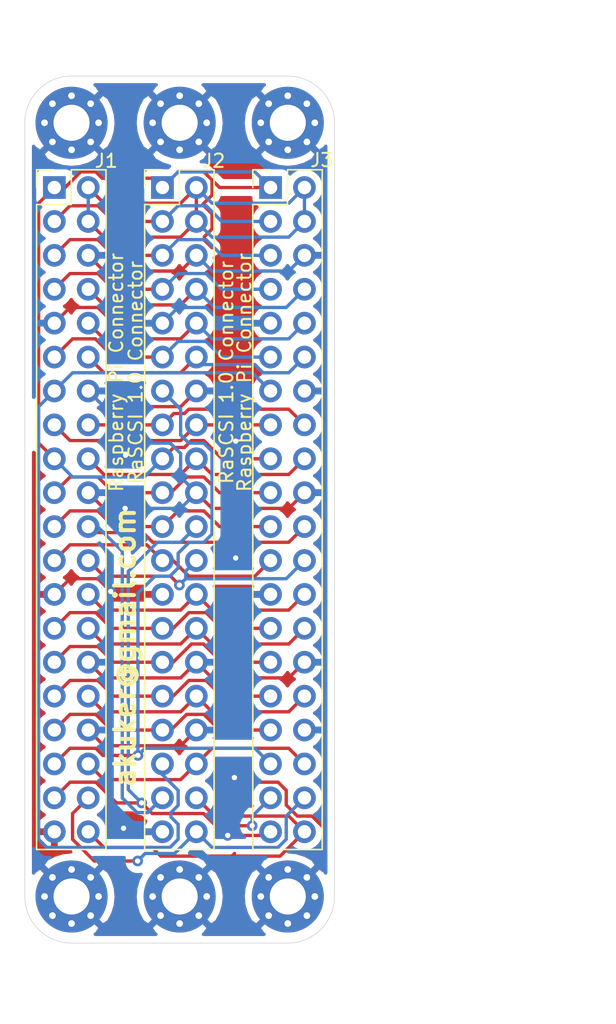
<source format=kicad_pcb>
(kicad_pcb (version 20171130) (host pcbnew "(5.1.6)-1")

  (general
    (thickness 1.6)
    (drawings 23)
    (tracks 367)
    (zones 0)
    (modules 9)
    (nets 32)
  )

  (page A4)
  (layers
    (0 F.Cu signal hide)
    (31 B.Cu signal hide)
    (32 B.Adhes user)
    (33 F.Adhes user)
    (34 B.Paste user)
    (35 F.Paste user)
    (36 B.SilkS user)
    (37 F.SilkS user)
    (38 B.Mask user)
    (39 F.Mask user)
    (40 Dwgs.User user)
    (41 Cmts.User user)
    (42 Eco1.User user)
    (43 Eco2.User user)
    (44 Edge.Cuts user)
    (45 Margin user)
    (46 B.CrtYd user)
    (47 F.CrtYd user)
    (48 B.Fab user)
    (49 F.Fab user)
  )

  (setup
    (last_trace_width 0.25)
    (user_trace_width 0.2)
    (trace_clearance 0.2)
    (zone_clearance 0.508)
    (zone_45_only no)
    (trace_min 0.2)
    (via_size 0.8)
    (via_drill 0.4)
    (via_min_size 0.4)
    (via_min_drill 0.3)
    (uvia_size 0.3)
    (uvia_drill 0.1)
    (uvias_allowed no)
    (uvia_min_size 0.2)
    (uvia_min_drill 0.1)
    (edge_width 0.05)
    (segment_width 0.2)
    (pcb_text_width 0.3)
    (pcb_text_size 1.5 1.5)
    (mod_edge_width 0.12)
    (mod_text_size 1 1)
    (mod_text_width 0.15)
    (pad_size 1.524 1.524)
    (pad_drill 0.762)
    (pad_to_mask_clearance 0.05)
    (aux_axis_origin 0 0)
    (visible_elements FFFFFF7F)
    (pcbplotparams
      (layerselection 0x010fc_ffffffff)
      (usegerberextensions false)
      (usegerberattributes true)
      (usegerberadvancedattributes true)
      (creategerberjobfile true)
      (excludeedgelayer true)
      (linewidth 0.100000)
      (plotframeref false)
      (viasonmask false)
      (mode 1)
      (useauxorigin false)
      (hpglpennumber 1)
      (hpglpenspeed 20)
      (hpglpendiameter 15.000000)
      (psnegative false)
      (psa4output false)
      (plotreference true)
      (plotvalue true)
      (plotinvisibletext false)
      (padsonsilk false)
      (subtractmaskfromsilk false)
      (outputformat 1)
      (mirror false)
      (drillshape 0)
      (scaleselection 1)
      (outputdirectory "./gerber/"))
  )

  (net 0 "")
  (net 1 GND)
  (net 2 +3V3)
  (net 3 +5V)
  (net 4 PI-ACK)
  (net 5 PI-RST)
  (net 6 PI-BSY)
  (net 7 PI-D6)
  (net 8 PI-ATN)
  (net 9 PI-D3)
  (net 10 PI-D2)
  (net 11 GPIO6)
  (net 12 DBG_LED)
  (net 13 GPIO1)
  (net 14 GPIO0)
  (net 15 GPIO7)
  (net 16 GPIO8)
  (net 17 PI-D1)
  (net 18 PI-I_O)
  (net 19 GPIO9)
  (net 20 PI-D0)
  (net 21 PI-C_D)
  (net 22 PI-MSG)
  (net 23 PI-REQ)
  (net 24 PI-SEL)
  (net 25 PI-DP)
  (net 26 PI-D7)
  (net 27 PI-D5)
  (net 28 PI-D4)
  (net 29 ACT)
  (net 30 PI-SCL)
  (net 31 PI-SDA)

  (net_class Default "This is the default net class."
    (clearance 0.2)
    (trace_width 0.25)
    (via_dia 0.8)
    (via_drill 0.4)
    (uvia_dia 0.3)
    (uvia_drill 0.1)
    (add_net +3V3)
    (add_net +5V)
    (add_net ACT)
    (add_net DBG_LED)
    (add_net GND)
    (add_net GPIO0)
    (add_net GPIO1)
    (add_net GPIO6)
    (add_net GPIO7)
    (add_net GPIO8)
    (add_net GPIO9)
    (add_net PI-ACK)
    (add_net PI-ATN)
    (add_net PI-BSY)
    (add_net PI-C_D)
    (add_net PI-D0)
    (add_net PI-D1)
    (add_net PI-D2)
    (add_net PI-D3)
    (add_net PI-D4)
    (add_net PI-D5)
    (add_net PI-D6)
    (add_net PI-D7)
    (add_net PI-DP)
    (add_net PI-I_O)
    (add_net PI-MSG)
    (add_net PI-REQ)
    (add_net PI-RST)
    (add_net PI-SCL)
    (add_net PI-SDA)
    (add_net PI-SEL)
  )

  (module MountingHole:MountingHole_2.7mm_M2.5_Pad_Via (layer F.Cu) (tedit 56DDBBFF) (tstamp 5EF9DBFA)
    (at 113.05 124.41)
    (descr "Mounting Hole 2.7mm")
    (tags "mounting hole 2.7mm")
    (path /5F34BC02)
    (attr virtual)
    (fp_text reference H6 (at 0 -3.7) (layer F.SilkS) hide
      (effects (font (size 1 1) (thickness 0.15)))
    )
    (fp_text value MountingHole_Pad (at 0 3.7) (layer F.Fab)
      (effects (font (size 1 1) (thickness 0.15)))
    )
    (fp_text user %R (at 0.3 0) (layer F.Fab)
      (effects (font (size 1 1) (thickness 0.15)))
    )
    (fp_circle (center 0 0) (end 2.7 0) (layer Cmts.User) (width 0.15))
    (fp_circle (center 0 0) (end 2.95 0) (layer F.CrtYd) (width 0.05))
    (pad 1 thru_hole circle (at 1.431891 -1.431891) (size 0.8 0.8) (drill 0.5) (layers *.Cu *.Mask)
      (net 1 GND))
    (pad 1 thru_hole circle (at 0 -2.025) (size 0.8 0.8) (drill 0.5) (layers *.Cu *.Mask)
      (net 1 GND))
    (pad 1 thru_hole circle (at -1.431891 -1.431891) (size 0.8 0.8) (drill 0.5) (layers *.Cu *.Mask)
      (net 1 GND))
    (pad 1 thru_hole circle (at -2.025 0) (size 0.8 0.8) (drill 0.5) (layers *.Cu *.Mask)
      (net 1 GND))
    (pad 1 thru_hole circle (at -1.431891 1.431891) (size 0.8 0.8) (drill 0.5) (layers *.Cu *.Mask)
      (net 1 GND))
    (pad 1 thru_hole circle (at 0 2.025) (size 0.8 0.8) (drill 0.5) (layers *.Cu *.Mask)
      (net 1 GND))
    (pad 1 thru_hole circle (at 1.431891 1.431891) (size 0.8 0.8) (drill 0.5) (layers *.Cu *.Mask)
      (net 1 GND))
    (pad 1 thru_hole circle (at 2.025 0) (size 0.8 0.8) (drill 0.5) (layers *.Cu *.Mask)
      (net 1 GND))
    (pad 1 thru_hole circle (at 0 0) (size 5.4 5.4) (drill 2.7) (layers *.Cu *.Mask)
      (net 1 GND))
  )

  (module MountingHole:MountingHole_2.7mm_M2.5_Pad_Via (layer F.Cu) (tedit 56DDBBFF) (tstamp 5EF9DBEA)
    (at 113.05 66.45)
    (descr "Mounting Hole 2.7mm")
    (tags "mounting hole 2.7mm")
    (path /5F34BBFC)
    (attr virtual)
    (fp_text reference H5 (at 0 -3.7) (layer F.SilkS) hide
      (effects (font (size 1 1) (thickness 0.15)))
    )
    (fp_text value MountingHole_Pad (at 0 3.7) (layer F.Fab)
      (effects (font (size 1 1) (thickness 0.15)))
    )
    (fp_text user %R (at 0.3 0) (layer F.Fab)
      (effects (font (size 1 1) (thickness 0.15)))
    )
    (fp_circle (center 0 0) (end 2.7 0) (layer Cmts.User) (width 0.15))
    (fp_circle (center 0 0) (end 2.95 0) (layer F.CrtYd) (width 0.05))
    (pad 1 thru_hole circle (at 1.431891 -1.431891) (size 0.8 0.8) (drill 0.5) (layers *.Cu *.Mask)
      (net 1 GND))
    (pad 1 thru_hole circle (at 0 -2.025) (size 0.8 0.8) (drill 0.5) (layers *.Cu *.Mask)
      (net 1 GND))
    (pad 1 thru_hole circle (at -1.431891 -1.431891) (size 0.8 0.8) (drill 0.5) (layers *.Cu *.Mask)
      (net 1 GND))
    (pad 1 thru_hole circle (at -2.025 0) (size 0.8 0.8) (drill 0.5) (layers *.Cu *.Mask)
      (net 1 GND))
    (pad 1 thru_hole circle (at -1.431891 1.431891) (size 0.8 0.8) (drill 0.5) (layers *.Cu *.Mask)
      (net 1 GND))
    (pad 1 thru_hole circle (at 0 2.025) (size 0.8 0.8) (drill 0.5) (layers *.Cu *.Mask)
      (net 1 GND))
    (pad 1 thru_hole circle (at 1.431891 1.431891) (size 0.8 0.8) (drill 0.5) (layers *.Cu *.Mask)
      (net 1 GND))
    (pad 1 thru_hole circle (at 2.025 0) (size 0.8 0.8) (drill 0.5) (layers *.Cu *.Mask)
      (net 1 GND))
    (pad 1 thru_hole circle (at 0 0) (size 5.4 5.4) (drill 2.7) (layers *.Cu *.Mask)
      (net 1 GND))
  )

  (module Connector_PinHeader_2.54mm:PinHeader_2x20_P2.54mm_Vertical (layer F.Cu) (tedit 59FED5CC) (tstamp 5EF9D921)
    (at 111.76 71.3)
    (descr "Through hole straight pin header, 2x20, 2.54mm pitch, double rows")
    (tags "Through hole pin header THT 2x20 2.54mm double row")
    (path /5F349F93)
    (fp_text reference J3 (at 3.84 -2.05) (layer F.SilkS)
      (effects (font (size 1 1) (thickness 0.15)))
    )
    (fp_text value "Raspberry Pi Connector2" (at 1.27 50.59) (layer F.Fab)
      (effects (font (size 1 1) (thickness 0.15)))
    )
    (fp_text user %R (at 1.27 24.13 90) (layer F.Fab)
      (effects (font (size 1 1) (thickness 0.15)))
    )
    (fp_line (start 0 -1.27) (end 3.81 -1.27) (layer F.Fab) (width 0.1))
    (fp_line (start 3.81 -1.27) (end 3.81 49.53) (layer F.Fab) (width 0.1))
    (fp_line (start 3.81 49.53) (end -1.27 49.53) (layer F.Fab) (width 0.1))
    (fp_line (start -1.27 49.53) (end -1.27 0) (layer F.Fab) (width 0.1))
    (fp_line (start -1.27 0) (end 0 -1.27) (layer F.Fab) (width 0.1))
    (fp_line (start -1.33 49.59) (end 3.87 49.59) (layer F.SilkS) (width 0.12))
    (fp_line (start -1.33 1.27) (end -1.33 49.59) (layer F.SilkS) (width 0.12))
    (fp_line (start 3.87 -1.33) (end 3.87 49.59) (layer F.SilkS) (width 0.12))
    (fp_line (start -1.33 1.27) (end 1.27 1.27) (layer F.SilkS) (width 0.12))
    (fp_line (start 1.27 1.27) (end 1.27 -1.33) (layer F.SilkS) (width 0.12))
    (fp_line (start 1.27 -1.33) (end 3.87 -1.33) (layer F.SilkS) (width 0.12))
    (fp_line (start -1.33 0) (end -1.33 -1.33) (layer F.SilkS) (width 0.12))
    (fp_line (start -1.33 -1.33) (end 0 -1.33) (layer F.SilkS) (width 0.12))
    (fp_line (start -1.8 -1.8) (end -1.8 50.05) (layer F.CrtYd) (width 0.05))
    (fp_line (start -1.8 50.05) (end 4.35 50.05) (layer F.CrtYd) (width 0.05))
    (fp_line (start 4.35 50.05) (end 4.35 -1.8) (layer F.CrtYd) (width 0.05))
    (fp_line (start 4.35 -1.8) (end -1.8 -1.8) (layer F.CrtYd) (width 0.05))
    (pad 40 thru_hole oval (at 2.54 48.26) (size 1.7 1.7) (drill 1) (layers *.Cu *.Mask)
      (net 4 PI-ACK))
    (pad 39 thru_hole oval (at 0 48.26) (size 1.7 1.7) (drill 1) (layers *.Cu *.Mask)
      (net 1 GND))
    (pad 38 thru_hole oval (at 2.54 45.72) (size 1.7 1.7) (drill 1) (layers *.Cu *.Mask)
      (net 5 PI-RST))
    (pad 37 thru_hole oval (at 0 45.72) (size 1.7 1.7) (drill 1) (layers *.Cu *.Mask)
      (net 6 PI-BSY))
    (pad 36 thru_hole oval (at 2.54 43.18) (size 1.7 1.7) (drill 1) (layers *.Cu *.Mask)
      (net 7 PI-D6))
    (pad 35 thru_hole oval (at 0 43.18) (size 1.7 1.7) (drill 1) (layers *.Cu *.Mask)
      (net 8 PI-ATN))
    (pad 34 thru_hole oval (at 2.54 40.64) (size 1.7 1.7) (drill 1) (layers *.Cu *.Mask)
      (net 1 GND))
    (pad 33 thru_hole oval (at 0 40.64) (size 1.7 1.7) (drill 1) (layers *.Cu *.Mask)
      (net 9 PI-D3))
    (pad 32 thru_hole oval (at 2.54 38.1) (size 1.7 1.7) (drill 1) (layers *.Cu *.Mask)
      (net 10 PI-D2))
    (pad 31 thru_hole oval (at 0 38.1) (size 1.7 1.7) (drill 1) (layers *.Cu *.Mask)
      (net 11 GPIO6))
    (pad 30 thru_hole oval (at 2.54 35.56) (size 1.7 1.7) (drill 1) (layers *.Cu *.Mask)
      (net 1 GND))
    (pad 29 thru_hole oval (at 0 35.56) (size 1.7 1.7) (drill 1) (layers *.Cu *.Mask)
      (net 12 DBG_LED))
    (pad 28 thru_hole oval (at 2.54 33.02) (size 1.7 1.7) (drill 1) (layers *.Cu *.Mask)
      (net 13 GPIO1))
    (pad 27 thru_hole oval (at 0 33.02) (size 1.7 1.7) (drill 1) (layers *.Cu *.Mask)
      (net 14 GPIO0))
    (pad 26 thru_hole oval (at 2.54 30.48) (size 1.7 1.7) (drill 1) (layers *.Cu *.Mask)
      (net 15 GPIO7))
    (pad 25 thru_hole oval (at 0 30.48) (size 1.7 1.7) (drill 1) (layers *.Cu *.Mask)
      (net 1 GND))
    (pad 24 thru_hole oval (at 2.54 27.94) (size 1.7 1.7) (drill 1) (layers *.Cu *.Mask)
      (net 16 GPIO8))
    (pad 23 thru_hole oval (at 0 27.94) (size 1.7 1.7) (drill 1) (layers *.Cu *.Mask)
      (net 17 PI-D1))
    (pad 22 thru_hole oval (at 2.54 25.4) (size 1.7 1.7) (drill 1) (layers *.Cu *.Mask)
      (net 18 PI-I_O))
    (pad 21 thru_hole oval (at 0 25.4) (size 1.7 1.7) (drill 1) (layers *.Cu *.Mask)
      (net 19 GPIO9))
    (pad 20 thru_hole oval (at 2.54 22.86) (size 1.7 1.7) (drill 1) (layers *.Cu *.Mask)
      (net 1 GND))
    (pad 19 thru_hole oval (at 0 22.86) (size 1.7 1.7) (drill 1) (layers *.Cu *.Mask)
      (net 20 PI-D0))
    (pad 18 thru_hole oval (at 2.54 20.32) (size 1.7 1.7) (drill 1) (layers *.Cu *.Mask)
      (net 21 PI-C_D))
    (pad 17 thru_hole oval (at 0 20.32) (size 1.7 1.7) (drill 1) (layers *.Cu *.Mask)
      (net 2 +3V3))
    (pad 16 thru_hole oval (at 2.54 17.78) (size 1.7 1.7) (drill 1) (layers *.Cu *.Mask)
      (net 22 PI-MSG))
    (pad 15 thru_hole oval (at 0 17.78) (size 1.7 1.7) (drill 1) (layers *.Cu *.Mask)
      (net 23 PI-REQ))
    (pad 14 thru_hole oval (at 2.54 15.24) (size 1.7 1.7) (drill 1) (layers *.Cu *.Mask)
      (net 1 GND))
    (pad 13 thru_hole oval (at 0 15.24) (size 1.7 1.7) (drill 1) (layers *.Cu *.Mask)
      (net 24 PI-SEL))
    (pad 12 thru_hole oval (at 2.54 12.7) (size 1.7 1.7) (drill 1) (layers *.Cu *.Mask)
      (net 25 PI-DP))
    (pad 11 thru_hole oval (at 0 12.7) (size 1.7 1.7) (drill 1) (layers *.Cu *.Mask)
      (net 26 PI-D7))
    (pad 10 thru_hole oval (at 2.54 10.16) (size 1.7 1.7) (drill 1) (layers *.Cu *.Mask)
      (net 27 PI-D5))
    (pad 9 thru_hole oval (at 0 10.16) (size 1.7 1.7) (drill 1) (layers *.Cu *.Mask)
      (net 1 GND))
    (pad 8 thru_hole oval (at 2.54 7.62) (size 1.7 1.7) (drill 1) (layers *.Cu *.Mask)
      (net 28 PI-D4))
    (pad 7 thru_hole oval (at 0 7.62) (size 1.7 1.7) (drill 1) (layers *.Cu *.Mask)
      (net 29 ACT))
    (pad 6 thru_hole oval (at 2.54 5.08) (size 1.7 1.7) (drill 1) (layers *.Cu *.Mask)
      (net 1 GND))
    (pad 5 thru_hole oval (at 0 5.08) (size 1.7 1.7) (drill 1) (layers *.Cu *.Mask)
      (net 30 PI-SCL))
    (pad 4 thru_hole oval (at 2.54 2.54) (size 1.7 1.7) (drill 1) (layers *.Cu *.Mask)
      (net 3 +5V))
    (pad 3 thru_hole oval (at 0 2.54) (size 1.7 1.7) (drill 1) (layers *.Cu *.Mask)
      (net 31 PI-SDA))
    (pad 2 thru_hole oval (at 2.54 0) (size 1.7 1.7) (drill 1) (layers *.Cu *.Mask)
      (net 3 +5V))
    (pad 1 thru_hole rect (at 0 0) (size 1.7 1.7) (drill 1) (layers *.Cu *.Mask)
      (net 2 +3V3))
    (model ${KISYS3DMOD}/Connector_PinHeader_2.54mm.3dshapes/PinHeader_2x20_P2.54mm_Vertical.wrl
      (at (xyz 0 0 0))
      (scale (xyz 1 1 1))
      (rotate (xyz 0 0 0))
    )
  )

  (module MountingHole:MountingHole_2.7mm_M2.5_Pad_Via (layer F.Cu) (tedit 56DDBBFF) (tstamp 5EF9C9EE)
    (at 104.95 124.41)
    (descr "Mounting Hole 2.7mm")
    (tags "mounting hole 2.7mm")
    (path /5F332EB6)
    (attr virtual)
    (fp_text reference H4 (at 0 -3.7) (layer F.SilkS) hide
      (effects (font (size 1 1) (thickness 0.15)))
    )
    (fp_text value MountingHole_Pad (at 0 3.7) (layer F.Fab)
      (effects (font (size 1 1) (thickness 0.15)))
    )
    (fp_text user %R (at 0.3 0) (layer F.Fab)
      (effects (font (size 1 1) (thickness 0.15)))
    )
    (fp_circle (center 0 0) (end 2.7 0) (layer Cmts.User) (width 0.15))
    (fp_circle (center 0 0) (end 2.95 0) (layer F.CrtYd) (width 0.05))
    (pad 1 thru_hole circle (at 1.431891 -1.431891) (size 0.8 0.8) (drill 0.5) (layers *.Cu *.Mask)
      (net 1 GND))
    (pad 1 thru_hole circle (at 0 -2.025) (size 0.8 0.8) (drill 0.5) (layers *.Cu *.Mask)
      (net 1 GND))
    (pad 1 thru_hole circle (at -1.431891 -1.431891) (size 0.8 0.8) (drill 0.5) (layers *.Cu *.Mask)
      (net 1 GND))
    (pad 1 thru_hole circle (at -2.025 0) (size 0.8 0.8) (drill 0.5) (layers *.Cu *.Mask)
      (net 1 GND))
    (pad 1 thru_hole circle (at -1.431891 1.431891) (size 0.8 0.8) (drill 0.5) (layers *.Cu *.Mask)
      (net 1 GND))
    (pad 1 thru_hole circle (at 0 2.025) (size 0.8 0.8) (drill 0.5) (layers *.Cu *.Mask)
      (net 1 GND))
    (pad 1 thru_hole circle (at 1.431891 1.431891) (size 0.8 0.8) (drill 0.5) (layers *.Cu *.Mask)
      (net 1 GND))
    (pad 1 thru_hole circle (at 2.025 0) (size 0.8 0.8) (drill 0.5) (layers *.Cu *.Mask)
      (net 1 GND))
    (pad 1 thru_hole circle (at 0 0) (size 5.4 5.4) (drill 2.7) (layers *.Cu *.Mask)
      (net 1 GND))
  )

  (module MountingHole:MountingHole_2.7mm_M2.5_Pad_Via (layer F.Cu) (tedit 56DDBBFF) (tstamp 5EF9C9DE)
    (at 104.95 66.45)
    (descr "Mounting Hole 2.7mm")
    (tags "mounting hole 2.7mm")
    (path /5F332C6F)
    (attr virtual)
    (fp_text reference H3 (at 0 -3.7) (layer F.SilkS) hide
      (effects (font (size 1 1) (thickness 0.15)))
    )
    (fp_text value MountingHole_Pad (at 0 3.7) (layer F.Fab)
      (effects (font (size 1 1) (thickness 0.15)))
    )
    (fp_text user %R (at 0.3 0) (layer F.Fab)
      (effects (font (size 1 1) (thickness 0.15)))
    )
    (fp_circle (center 0 0) (end 2.7 0) (layer Cmts.User) (width 0.15))
    (fp_circle (center 0 0) (end 2.95 0) (layer F.CrtYd) (width 0.05))
    (pad 1 thru_hole circle (at 1.431891 -1.431891) (size 0.8 0.8) (drill 0.5) (layers *.Cu *.Mask)
      (net 1 GND))
    (pad 1 thru_hole circle (at 0 -2.025) (size 0.8 0.8) (drill 0.5) (layers *.Cu *.Mask)
      (net 1 GND))
    (pad 1 thru_hole circle (at -1.431891 -1.431891) (size 0.8 0.8) (drill 0.5) (layers *.Cu *.Mask)
      (net 1 GND))
    (pad 1 thru_hole circle (at -2.025 0) (size 0.8 0.8) (drill 0.5) (layers *.Cu *.Mask)
      (net 1 GND))
    (pad 1 thru_hole circle (at -1.431891 1.431891) (size 0.8 0.8) (drill 0.5) (layers *.Cu *.Mask)
      (net 1 GND))
    (pad 1 thru_hole circle (at 0 2.025) (size 0.8 0.8) (drill 0.5) (layers *.Cu *.Mask)
      (net 1 GND))
    (pad 1 thru_hole circle (at 1.431891 1.431891) (size 0.8 0.8) (drill 0.5) (layers *.Cu *.Mask)
      (net 1 GND))
    (pad 1 thru_hole circle (at 2.025 0) (size 0.8 0.8) (drill 0.5) (layers *.Cu *.Mask)
      (net 1 GND))
    (pad 1 thru_hole circle (at 0 0) (size 5.4 5.4) (drill 2.7) (layers *.Cu *.Mask)
      (net 1 GND))
  )

  (module MountingHole:MountingHole_2.7mm_M2.5_Pad_Via (layer F.Cu) (tedit 56DDBBFF) (tstamp 5EF9C9CE)
    (at 96.85 124.41)
    (descr "Mounting Hole 2.7mm")
    (tags "mounting hole 2.7mm")
    (path /5F332A8B)
    (attr virtual)
    (fp_text reference H2 (at 0 -3.7) (layer F.SilkS) hide
      (effects (font (size 1 1) (thickness 0.15)))
    )
    (fp_text value MountingHole_Pad (at 0 3.7) (layer F.Fab)
      (effects (font (size 1 1) (thickness 0.15)))
    )
    (fp_text user %R (at 0.3 0) (layer F.Fab)
      (effects (font (size 1 1) (thickness 0.15)))
    )
    (fp_circle (center 0 0) (end 2.7 0) (layer Cmts.User) (width 0.15))
    (fp_circle (center 0 0) (end 2.95 0) (layer F.CrtYd) (width 0.05))
    (pad 1 thru_hole circle (at 1.431891 -1.431891) (size 0.8 0.8) (drill 0.5) (layers *.Cu *.Mask)
      (net 1 GND))
    (pad 1 thru_hole circle (at 0 -2.025) (size 0.8 0.8) (drill 0.5) (layers *.Cu *.Mask)
      (net 1 GND))
    (pad 1 thru_hole circle (at -1.431891 -1.431891) (size 0.8 0.8) (drill 0.5) (layers *.Cu *.Mask)
      (net 1 GND))
    (pad 1 thru_hole circle (at -2.025 0) (size 0.8 0.8) (drill 0.5) (layers *.Cu *.Mask)
      (net 1 GND))
    (pad 1 thru_hole circle (at -1.431891 1.431891) (size 0.8 0.8) (drill 0.5) (layers *.Cu *.Mask)
      (net 1 GND))
    (pad 1 thru_hole circle (at 0 2.025) (size 0.8 0.8) (drill 0.5) (layers *.Cu *.Mask)
      (net 1 GND))
    (pad 1 thru_hole circle (at 1.431891 1.431891) (size 0.8 0.8) (drill 0.5) (layers *.Cu *.Mask)
      (net 1 GND))
    (pad 1 thru_hole circle (at 2.025 0) (size 0.8 0.8) (drill 0.5) (layers *.Cu *.Mask)
      (net 1 GND))
    (pad 1 thru_hole circle (at 0 0) (size 5.4 5.4) (drill 2.7) (layers *.Cu *.Mask)
      (net 1 GND))
  )

  (module MountingHole:MountingHole_2.7mm_M2.5_Pad_Via (layer F.Cu) (tedit 56DDBBFF) (tstamp 5EF9CD65)
    (at 96.85 66.45)
    (descr "Mounting Hole 2.7mm")
    (tags "mounting hole 2.7mm")
    (path /5F3323C5)
    (attr virtual)
    (fp_text reference H1 (at 0 -3.7) (layer F.SilkS) hide
      (effects (font (size 1 1) (thickness 0.15)))
    )
    (fp_text value MountingHole_Pad (at 0 3.7) (layer F.Fab)
      (effects (font (size 1 1) (thickness 0.15)))
    )
    (fp_text user %R (at 0.3 0) (layer F.Fab)
      (effects (font (size 1 1) (thickness 0.15)))
    )
    (fp_circle (center 0 0) (end 2.7 0) (layer Cmts.User) (width 0.15))
    (fp_circle (center 0 0) (end 2.95 0) (layer F.CrtYd) (width 0.05))
    (pad 1 thru_hole circle (at 1.431891 -1.431891) (size 0.8 0.8) (drill 0.5) (layers *.Cu *.Mask)
      (net 1 GND))
    (pad 1 thru_hole circle (at 0 -2.025) (size 0.8 0.8) (drill 0.5) (layers *.Cu *.Mask)
      (net 1 GND))
    (pad 1 thru_hole circle (at -1.431891 -1.431891) (size 0.8 0.8) (drill 0.5) (layers *.Cu *.Mask)
      (net 1 GND))
    (pad 1 thru_hole circle (at -2.025 0) (size 0.8 0.8) (drill 0.5) (layers *.Cu *.Mask)
      (net 1 GND))
    (pad 1 thru_hole circle (at -1.431891 1.431891) (size 0.8 0.8) (drill 0.5) (layers *.Cu *.Mask)
      (net 1 GND))
    (pad 1 thru_hole circle (at 0 2.025) (size 0.8 0.8) (drill 0.5) (layers *.Cu *.Mask)
      (net 1 GND))
    (pad 1 thru_hole circle (at 1.431891 1.431891) (size 0.8 0.8) (drill 0.5) (layers *.Cu *.Mask)
      (net 1 GND))
    (pad 1 thru_hole circle (at 2.025 0) (size 0.8 0.8) (drill 0.5) (layers *.Cu *.Mask)
      (net 1 GND))
    (pad 1 thru_hole circle (at 0 0) (size 5.4 5.4) (drill 2.7) (layers *.Cu *.Mask)
      (net 1 GND))
  )

  (module Connector_PinHeader_2.54mm:PinHeader_2x20_P2.54mm_Vertical (layer F.Cu) (tedit 59FED5CC) (tstamp 5EF9C041)
    (at 103.66 71.3)
    (descr "Through hole straight pin header, 2x20, 2.54mm pitch, double rows")
    (tags "Through hole pin header THT 2x20 2.54mm double row")
    (path /5F324366)
    (fp_text reference J2 (at 3.84 -2) (layer F.SilkS)
      (effects (font (size 1 1) (thickness 0.15)))
    )
    (fp_text value "RaSCSI 1.0 Connector" (at -2.01 13.85 90) (layer F.SilkS)
      (effects (font (size 1 1) (thickness 0.15)))
    )
    (fp_line (start 4.35 -1.8) (end -1.8 -1.8) (layer F.CrtYd) (width 0.05))
    (fp_line (start 4.35 50.05) (end 4.35 -1.8) (layer F.CrtYd) (width 0.05))
    (fp_line (start -1.8 50.05) (end 4.35 50.05) (layer F.CrtYd) (width 0.05))
    (fp_line (start -1.8 -1.8) (end -1.8 50.05) (layer F.CrtYd) (width 0.05))
    (fp_line (start -1.33 -1.33) (end 0 -1.33) (layer F.SilkS) (width 0.12))
    (fp_line (start -1.33 0) (end -1.33 -1.33) (layer F.SilkS) (width 0.12))
    (fp_line (start 1.27 -1.33) (end 3.87 -1.33) (layer F.SilkS) (width 0.12))
    (fp_line (start 1.27 1.27) (end 1.27 -1.33) (layer F.SilkS) (width 0.12))
    (fp_line (start -1.33 1.27) (end 1.27 1.27) (layer F.SilkS) (width 0.12))
    (fp_line (start 3.87 -1.33) (end 3.87 49.59) (layer F.SilkS) (width 0.12))
    (fp_line (start -1.33 1.27) (end -1.33 49.59) (layer F.SilkS) (width 0.12))
    (fp_line (start -1.33 49.59) (end 3.87 49.59) (layer F.SilkS) (width 0.12))
    (fp_line (start -1.27 0) (end 0 -1.27) (layer F.Fab) (width 0.1))
    (fp_line (start -1.27 49.53) (end -1.27 0) (layer F.Fab) (width 0.1))
    (fp_line (start 3.81 49.53) (end -1.27 49.53) (layer F.Fab) (width 0.1))
    (fp_line (start 3.81 -1.27) (end 3.81 49.53) (layer F.Fab) (width 0.1))
    (fp_line (start 0 -1.27) (end 3.81 -1.27) (layer F.Fab) (width 0.1))
    (fp_text user %R (at 1.27 24.13 90) (layer F.Fab)
      (effects (font (size 1 1) (thickness 0.15)))
    )
    (pad 1 thru_hole rect (at 0 0) (size 1.7 1.7) (drill 1) (layers *.Cu *.Mask)
      (net 2 +3V3))
    (pad 2 thru_hole oval (at 2.54 0) (size 1.7 1.7) (drill 1) (layers *.Cu *.Mask)
      (net 3 +5V))
    (pad 3 thru_hole oval (at 0 2.54) (size 1.7 1.7) (drill 1) (layers *.Cu *.Mask)
      (net 31 PI-SDA))
    (pad 4 thru_hole oval (at 2.54 2.54) (size 1.7 1.7) (drill 1) (layers *.Cu *.Mask)
      (net 3 +5V))
    (pad 5 thru_hole oval (at 0 5.08) (size 1.7 1.7) (drill 1) (layers *.Cu *.Mask)
      (net 30 PI-SCL))
    (pad 6 thru_hole oval (at 2.54 5.08) (size 1.7 1.7) (drill 1) (layers *.Cu *.Mask)
      (net 1 GND))
    (pad 7 thru_hole oval (at 0 7.62) (size 1.7 1.7) (drill 1) (layers *.Cu *.Mask)
      (net 29 ACT))
    (pad 8 thru_hole oval (at 2.54 7.62) (size 1.7 1.7) (drill 1) (layers *.Cu *.Mask)
      (net 28 PI-D4))
    (pad 9 thru_hole oval (at 0 10.16) (size 1.7 1.7) (drill 1) (layers *.Cu *.Mask)
      (net 1 GND))
    (pad 10 thru_hole oval (at 2.54 10.16) (size 1.7 1.7) (drill 1) (layers *.Cu *.Mask)
      (net 27 PI-D5))
    (pad 11 thru_hole oval (at 0 12.7) (size 1.7 1.7) (drill 1) (layers *.Cu *.Mask)
      (net 26 PI-D7))
    (pad 12 thru_hole oval (at 2.54 12.7) (size 1.7 1.7) (drill 1) (layers *.Cu *.Mask)
      (net 25 PI-DP))
    (pad 13 thru_hole oval (at 0 15.24) (size 1.7 1.7) (drill 1) (layers *.Cu *.Mask)
      (net 8 PI-ATN))
    (pad 14 thru_hole oval (at 2.54 15.24) (size 1.7 1.7) (drill 1) (layers *.Cu *.Mask)
      (net 1 GND))
    (pad 15 thru_hole oval (at 0 17.78) (size 1.7 1.7) (drill 1) (layers *.Cu *.Mask)
      (net 22 PI-MSG))
    (pad 16 thru_hole oval (at 2.54 17.78) (size 1.7 1.7) (drill 1) (layers *.Cu *.Mask)
      (net 23 PI-REQ))
    (pad 17 thru_hole oval (at 0 20.32) (size 1.7 1.7) (drill 1) (layers *.Cu *.Mask)
      (net 2 +3V3))
    (pad 18 thru_hole oval (at 2.54 20.32) (size 1.7 1.7) (drill 1) (layers *.Cu *.Mask)
      (net 21 PI-C_D))
    (pad 19 thru_hole oval (at 0 22.86) (size 1.7 1.7) (drill 1) (layers *.Cu *.Mask)
      (net 20 PI-D0))
    (pad 20 thru_hole oval (at 2.54 22.86) (size 1.7 1.7) (drill 1) (layers *.Cu *.Mask)
      (net 1 GND))
    (pad 21 thru_hole oval (at 0 25.4) (size 1.7 1.7) (drill 1) (layers *.Cu *.Mask)
      (net 19 GPIO9))
    (pad 22 thru_hole oval (at 2.54 25.4) (size 1.7 1.7) (drill 1) (layers *.Cu *.Mask)
      (net 6 PI-BSY))
    (pad 23 thru_hole oval (at 0 27.94) (size 1.7 1.7) (drill 1) (layers *.Cu *.Mask)
      (net 17 PI-D1))
    (pad 24 thru_hole oval (at 2.54 27.94) (size 1.7 1.7) (drill 1) (layers *.Cu *.Mask)
      (net 16 GPIO8))
    (pad 25 thru_hole oval (at 0 30.48) (size 1.7 1.7) (drill 1) (layers *.Cu *.Mask)
      (net 1 GND))
    (pad 26 thru_hole oval (at 2.54 30.48) (size 1.7 1.7) (drill 1) (layers *.Cu *.Mask)
      (net 15 GPIO7))
    (pad 27 thru_hole oval (at 0 33.02) (size 1.7 1.7) (drill 1) (layers *.Cu *.Mask)
      (net 14 GPIO0))
    (pad 28 thru_hole oval (at 2.54 33.02) (size 1.7 1.7) (drill 1) (layers *.Cu *.Mask)
      (net 13 GPIO1))
    (pad 29 thru_hole oval (at 0 35.56) (size 1.7 1.7) (drill 1) (layers *.Cu *.Mask)
      (net 12 DBG_LED))
    (pad 30 thru_hole oval (at 2.54 35.56) (size 1.7 1.7) (drill 1) (layers *.Cu *.Mask)
      (net 1 GND))
    (pad 31 thru_hole oval (at 0 38.1) (size 1.7 1.7) (drill 1) (layers *.Cu *.Mask)
      (net 11 GPIO6))
    (pad 32 thru_hole oval (at 2.54 38.1) (size 1.7 1.7) (drill 1) (layers *.Cu *.Mask)
      (net 10 PI-D2))
    (pad 33 thru_hole oval (at 0 40.64) (size 1.7 1.7) (drill 1) (layers *.Cu *.Mask)
      (net 9 PI-D3))
    (pad 34 thru_hole oval (at 2.54 40.64) (size 1.7 1.7) (drill 1) (layers *.Cu *.Mask)
      (net 1 GND))
    (pad 35 thru_hole oval (at 0 43.18) (size 1.7 1.7) (drill 1) (layers *.Cu *.Mask)
      (net 24 PI-SEL))
    (pad 36 thru_hole oval (at 2.54 43.18) (size 1.7 1.7) (drill 1) (layers *.Cu *.Mask)
      (net 7 PI-D6))
    (pad 37 thru_hole oval (at 0 45.72) (size 1.7 1.7) (drill 1) (layers *.Cu *.Mask)
      (net 18 PI-I_O))
    (pad 38 thru_hole oval (at 2.54 45.72) (size 1.7 1.7) (drill 1) (layers *.Cu *.Mask)
      (net 4 PI-ACK))
    (pad 39 thru_hole oval (at 0 48.26) (size 1.7 1.7) (drill 1) (layers *.Cu *.Mask)
      (net 1 GND))
    (pad 40 thru_hole oval (at 2.54 48.26) (size 1.7 1.7) (drill 1) (layers *.Cu *.Mask)
      (net 5 PI-RST))
    (model ${KISYS3DMOD}/Connector_PinHeader_2.54mm.3dshapes/PinHeader_2x20_P2.54mm_Vertical.wrl
      (at (xyz 0 0 0))
      (scale (xyz 1 1 1))
      (rotate (xyz 0 0 0))
    )
  )

  (module Connector_PinHeader_2.54mm:PinHeader_2x20_P2.54mm_Vertical (layer F.Cu) (tedit 59FED5CC) (tstamp 5EF9C003)
    (at 95.56 71.3)
    (descr "Through hole straight pin header, 2x20, 2.54mm pitch, double rows")
    (tags "Through hole pin header THT 2x20 2.54mm double row")
    (path /5F32169E)
    (fp_text reference J1 (at 3.89 -2 180) (layer F.SilkS)
      (effects (font (size 1 1) (thickness 0.15)))
    )
    (fp_text value "Raspberry Pi Connector" (at 4.64 13.85 90) (layer F.SilkS)
      (effects (font (size 1 1) (thickness 0.15)))
    )
    (fp_text user %R (at 1.27 24.13 90) (layer F.Fab)
      (effects (font (size 1 1) (thickness 0.15)))
    )
    (fp_line (start 0 -1.27) (end 3.81 -1.27) (layer F.Fab) (width 0.1))
    (fp_line (start 3.81 -1.27) (end 3.81 49.53) (layer F.Fab) (width 0.1))
    (fp_line (start 3.81 49.53) (end -1.27 49.53) (layer F.Fab) (width 0.1))
    (fp_line (start -1.27 49.53) (end -1.27 0) (layer F.Fab) (width 0.1))
    (fp_line (start -1.27 0) (end 0 -1.27) (layer F.Fab) (width 0.1))
    (fp_line (start -1.33 49.59) (end 3.87 49.59) (layer F.SilkS) (width 0.12))
    (fp_line (start -1.33 1.27) (end -1.33 49.59) (layer F.SilkS) (width 0.12))
    (fp_line (start 3.87 -1.33) (end 3.87 49.59) (layer F.SilkS) (width 0.12))
    (fp_line (start -1.33 1.27) (end 1.27 1.27) (layer F.SilkS) (width 0.12))
    (fp_line (start 1.27 1.27) (end 1.27 -1.33) (layer F.SilkS) (width 0.12))
    (fp_line (start 1.27 -1.33) (end 3.87 -1.33) (layer F.SilkS) (width 0.12))
    (fp_line (start -1.33 0) (end -1.33 -1.33) (layer F.SilkS) (width 0.12))
    (fp_line (start -1.33 -1.33) (end 0 -1.33) (layer F.SilkS) (width 0.12))
    (fp_line (start -1.8 -1.8) (end -1.8 50.05) (layer F.CrtYd) (width 0.05))
    (fp_line (start -1.8 50.05) (end 4.35 50.05) (layer F.CrtYd) (width 0.05))
    (fp_line (start 4.35 50.05) (end 4.35 -1.8) (layer F.CrtYd) (width 0.05))
    (fp_line (start 4.35 -1.8) (end -1.8 -1.8) (layer F.CrtYd) (width 0.05))
    (pad 40 thru_hole oval (at 2.54 48.26) (size 1.7 1.7) (drill 1) (layers *.Cu *.Mask)
      (net 4 PI-ACK))
    (pad 39 thru_hole oval (at 0 48.26) (size 1.7 1.7) (drill 1) (layers *.Cu *.Mask)
      (net 1 GND))
    (pad 38 thru_hole oval (at 2.54 45.72) (size 1.7 1.7) (drill 1) (layers *.Cu *.Mask)
      (net 5 PI-RST))
    (pad 37 thru_hole oval (at 0 45.72) (size 1.7 1.7) (drill 1) (layers *.Cu *.Mask)
      (net 6 PI-BSY))
    (pad 36 thru_hole oval (at 2.54 43.18) (size 1.7 1.7) (drill 1) (layers *.Cu *.Mask)
      (net 7 PI-D6))
    (pad 35 thru_hole oval (at 0 43.18) (size 1.7 1.7) (drill 1) (layers *.Cu *.Mask)
      (net 8 PI-ATN))
    (pad 34 thru_hole oval (at 2.54 40.64) (size 1.7 1.7) (drill 1) (layers *.Cu *.Mask)
      (net 1 GND))
    (pad 33 thru_hole oval (at 0 40.64) (size 1.7 1.7) (drill 1) (layers *.Cu *.Mask)
      (net 9 PI-D3))
    (pad 32 thru_hole oval (at 2.54 38.1) (size 1.7 1.7) (drill 1) (layers *.Cu *.Mask)
      (net 10 PI-D2))
    (pad 31 thru_hole oval (at 0 38.1) (size 1.7 1.7) (drill 1) (layers *.Cu *.Mask)
      (net 11 GPIO6))
    (pad 30 thru_hole oval (at 2.54 35.56) (size 1.7 1.7) (drill 1) (layers *.Cu *.Mask)
      (net 1 GND))
    (pad 29 thru_hole oval (at 0 35.56) (size 1.7 1.7) (drill 1) (layers *.Cu *.Mask)
      (net 12 DBG_LED))
    (pad 28 thru_hole oval (at 2.54 33.02) (size 1.7 1.7) (drill 1) (layers *.Cu *.Mask)
      (net 13 GPIO1))
    (pad 27 thru_hole oval (at 0 33.02) (size 1.7 1.7) (drill 1) (layers *.Cu *.Mask)
      (net 14 GPIO0))
    (pad 26 thru_hole oval (at 2.54 30.48) (size 1.7 1.7) (drill 1) (layers *.Cu *.Mask)
      (net 15 GPIO7))
    (pad 25 thru_hole oval (at 0 30.48) (size 1.7 1.7) (drill 1) (layers *.Cu *.Mask)
      (net 1 GND))
    (pad 24 thru_hole oval (at 2.54 27.94) (size 1.7 1.7) (drill 1) (layers *.Cu *.Mask)
      (net 16 GPIO8))
    (pad 23 thru_hole oval (at 0 27.94) (size 1.7 1.7) (drill 1) (layers *.Cu *.Mask)
      (net 17 PI-D1))
    (pad 22 thru_hole oval (at 2.54 25.4) (size 1.7 1.7) (drill 1) (layers *.Cu *.Mask)
      (net 18 PI-I_O))
    (pad 21 thru_hole oval (at 0 25.4) (size 1.7 1.7) (drill 1) (layers *.Cu *.Mask)
      (net 19 GPIO9))
    (pad 20 thru_hole oval (at 2.54 22.86) (size 1.7 1.7) (drill 1) (layers *.Cu *.Mask)
      (net 1 GND))
    (pad 19 thru_hole oval (at 0 22.86) (size 1.7 1.7) (drill 1) (layers *.Cu *.Mask)
      (net 20 PI-D0))
    (pad 18 thru_hole oval (at 2.54 20.32) (size 1.7 1.7) (drill 1) (layers *.Cu *.Mask)
      (net 21 PI-C_D))
    (pad 17 thru_hole oval (at 0 20.32) (size 1.7 1.7) (drill 1) (layers *.Cu *.Mask)
      (net 2 +3V3))
    (pad 16 thru_hole oval (at 2.54 17.78) (size 1.7 1.7) (drill 1) (layers *.Cu *.Mask)
      (net 22 PI-MSG))
    (pad 15 thru_hole oval (at 0 17.78) (size 1.7 1.7) (drill 1) (layers *.Cu *.Mask)
      (net 23 PI-REQ))
    (pad 14 thru_hole oval (at 2.54 15.24) (size 1.7 1.7) (drill 1) (layers *.Cu *.Mask)
      (net 1 GND))
    (pad 13 thru_hole oval (at 0 15.24) (size 1.7 1.7) (drill 1) (layers *.Cu *.Mask)
      (net 24 PI-SEL))
    (pad 12 thru_hole oval (at 2.54 12.7) (size 1.7 1.7) (drill 1) (layers *.Cu *.Mask)
      (net 25 PI-DP))
    (pad 11 thru_hole oval (at 0 12.7) (size 1.7 1.7) (drill 1) (layers *.Cu *.Mask)
      (net 26 PI-D7))
    (pad 10 thru_hole oval (at 2.54 10.16) (size 1.7 1.7) (drill 1) (layers *.Cu *.Mask)
      (net 27 PI-D5))
    (pad 9 thru_hole oval (at 0 10.16) (size 1.7 1.7) (drill 1) (layers *.Cu *.Mask)
      (net 1 GND))
    (pad 8 thru_hole oval (at 2.54 7.62) (size 1.7 1.7) (drill 1) (layers *.Cu *.Mask)
      (net 28 PI-D4))
    (pad 7 thru_hole oval (at 0 7.62) (size 1.7 1.7) (drill 1) (layers *.Cu *.Mask)
      (net 29 ACT))
    (pad 6 thru_hole oval (at 2.54 5.08) (size 1.7 1.7) (drill 1) (layers *.Cu *.Mask)
      (net 1 GND))
    (pad 5 thru_hole oval (at 0 5.08) (size 1.7 1.7) (drill 1) (layers *.Cu *.Mask)
      (net 30 PI-SCL))
    (pad 4 thru_hole oval (at 2.54 2.54) (size 1.7 1.7) (drill 1) (layers *.Cu *.Mask)
      (net 3 +5V))
    (pad 3 thru_hole oval (at 0 2.54) (size 1.7 1.7) (drill 1) (layers *.Cu *.Mask)
      (net 31 PI-SDA))
    (pad 2 thru_hole oval (at 2.54 0) (size 1.7 1.7) (drill 1) (layers *.Cu *.Mask)
      (net 3 +5V))
    (pad 1 thru_hole rect (at 0 0) (size 1.7 1.7) (drill 1) (layers *.Cu *.Mask)
      (net 2 +3V3))
    (model ${KISYS3DMOD}/Connector_PinHeader_2.54mm.3dshapes/PinHeader_2x20_P2.54mm_Vertical.wrl
      (at (xyz 0 0 0))
      (scale (xyz 1 1 1))
      (rotate (xyz 0 0 0))
    )
  )

  (gr_text "RaSCSI 1.0 Connector" (at 108.45 85.15 90) (layer F.SilkS)
    (effects (font (size 1 1) (thickness 0.15)))
  )
  (gr_text "Raspberry Pi Connector" (at 109.8 85.15 90) (layer F.SilkS)
    (effects (font (size 1 1) (thickness 0.15)))
  )
  (gr_line (start 116.55 124.4) (end 116.55 66.45) (layer Edge.Cuts) (width 0.05) (tstamp 5EF9DE9A))
  (gr_arc (start 113.05 124.4) (end 113.05 127.9) (angle -90) (layer Edge.Cuts) (width 0.05))
  (gr_arc (start 113.05 66.45) (end 116.55 66.45) (angle -90) (layer Edge.Cuts) (width 0.05))
  (dimension 8.1 (width 0.15) (layer Dwgs.User)
    (gr_text "8.100 mm" (at 109 134.6) (layer Dwgs.User)
      (effects (font (size 1 1) (thickness 0.15)))
    )
    (feature1 (pts (xy 113.05 62.7) (xy 113.05 133.886421)))
    (feature2 (pts (xy 104.95 62.7) (xy 104.95 133.886421)))
    (crossbar (pts (xy 104.95 133.3) (xy 113.05 133.3)))
    (arrow1a (pts (xy 113.05 133.3) (xy 111.923496 133.886421)))
    (arrow1b (pts (xy 113.05 133.3) (xy 111.923496 132.713579)))
    (arrow2a (pts (xy 104.95 133.3) (xy 106.076504 133.886421)))
    (arrow2b (pts (xy 104.95 133.3) (xy 106.076504 132.713579)))
  )
  (gr_text akuker@gmail.com (at 100.85 105.75 90) (layer F.SilkS)
    (effects (font (size 1.5 1.5) (thickness 0.3)))
  )
  (gr_line (start 93.35 66.45) (end 93.35 124.4) (layer Edge.Cuts) (width 0.05) (tstamp 5EF9CFD8))
  (gr_line (start 96.85 127.9) (end 113.05 127.9) (layer Edge.Cuts) (width 0.05) (tstamp 5EF9CFD6))
  (gr_line (start 113.05 62.95) (end 96.85 62.95) (layer Edge.Cuts) (width 0.05) (tstamp 5EF9CFD5))
  (gr_arc (start 96.85 66.45) (end 96.85 62.95) (angle -90) (layer Edge.Cuts) (width 0.05))
  (gr_arc (start 96.85 124.4) (end 93.35 124.4) (angle -90) (layer Edge.Cuts) (width 0.05))
  (dimension 8.1 (width 0.15) (layer Dwgs.User)
    (gr_text "8.100 mm" (at 100.9 134.6) (layer Dwgs.User)
      (effects (font (size 1 1) (thickness 0.15)))
    )
    (feature1 (pts (xy 104.95 66.45) (xy 104.95 133.886421)))
    (feature2 (pts (xy 96.85 66.45) (xy 96.85 133.886421)))
    (crossbar (pts (xy 96.85 133.3) (xy 104.95 133.3)))
    (arrow1a (pts (xy 104.95 133.3) (xy 103.823496 133.886421)))
    (arrow1b (pts (xy 104.95 133.3) (xy 103.823496 132.713579)))
    (arrow2a (pts (xy 96.85 133.3) (xy 97.976504 133.886421)))
    (arrow2b (pts (xy 96.85 133.3) (xy 97.976504 132.713579)))
  )
  (dimension 3.09 (width 0.15) (layer Dwgs.User)
    (gr_text "3.075 mm" (at 103.405 57.95) (layer Dwgs.User)
      (effects (font (size 1 1) (thickness 0.15)))
    )
    (feature1 (pts (xy 104.95 69.5) (xy 104.95 58.663579)))
    (feature2 (pts (xy 101.86 69.5) (xy 101.86 58.663579)))
    (crossbar (pts (xy 101.86 59.25) (xy 104.95 59.25)))
    (arrow1a (pts (xy 104.95 59.25) (xy 103.823496 59.836421)))
    (arrow1b (pts (xy 104.95 59.25) (xy 103.823496 58.663579)))
    (arrow2a (pts (xy 101.86 59.25) (xy 102.986504 59.836421)))
    (arrow2b (pts (xy 101.86 59.25) (xy 102.986504 58.663579)))
  )
  (dimension 6.15 (width 0.15) (layer Dwgs.User)
    (gr_text "6.150 mm" (at 104.935 61.4) (layer Dwgs.User)
      (effects (font (size 1 1) (thickness 0.15)))
    )
    (feature1 (pts (xy 108.01 69.5) (xy 108.01 62.113579)))
    (feature2 (pts (xy 101.86 69.5) (xy 101.86 62.113579)))
    (crossbar (pts (xy 101.86 62.7) (xy 108.01 62.7)))
    (arrow1a (pts (xy 108.01 62.7) (xy 106.883496 63.286421)))
    (arrow1b (pts (xy 108.01 62.7) (xy 106.883496 62.113579)))
    (arrow2a (pts (xy 101.86 62.7) (xy 102.986504 63.286421)))
    (arrow2b (pts (xy 101.86 62.7) (xy 102.986504 62.113579)))
  )
  (dimension 3.09 (width 0.15) (layer Dwgs.User)
    (gr_text "3.075 mm" (at 95.305 58.65) (layer Dwgs.User)
      (effects (font (size 1 1) (thickness 0.15)))
    )
    (feature1 (pts (xy 96.85 69.5) (xy 96.85 59.363579)))
    (feature2 (pts (xy 93.76 69.5) (xy 93.76 59.363579)))
    (crossbar (pts (xy 93.76 59.95) (xy 96.85 59.95)))
    (arrow1a (pts (xy 96.85 59.95) (xy 95.723496 60.536421)))
    (arrow1b (pts (xy 96.85 59.95) (xy 95.723496 59.363579)))
    (arrow2a (pts (xy 93.76 59.95) (xy 94.886504 60.536421)))
    (arrow2b (pts (xy 93.76 59.95) (xy 94.886504 59.363579)))
  )
  (dimension 6.15 (width 0.15) (layer Dwgs.User)
    (gr_text "6.150 mm" (at 96.835 61.45) (layer Dwgs.User)
      (effects (font (size 1 1) (thickness 0.15)))
    )
    (feature1 (pts (xy 99.91 69.5) (xy 99.91 62.163579)))
    (feature2 (pts (xy 93.76 69.5) (xy 93.76 62.163579)))
    (crossbar (pts (xy 93.76 62.75) (xy 99.91 62.75)))
    (arrow1a (pts (xy 99.91 62.75) (xy 98.783496 63.336421)))
    (arrow1b (pts (xy 99.91 62.75) (xy 98.783496 62.163579)))
    (arrow2a (pts (xy 93.76 62.75) (xy 94.886504 63.336421)))
    (arrow2b (pts (xy 93.76 62.75) (xy 94.886504 62.163579)))
  )
  (dimension 29.01 (width 0.15) (layer Dwgs.User)
    (gr_text "29.010 mm" (at 132.500034 109.905 270) (layer Dwgs.User)
      (effects (font (size 1 1) (thickness 0.15)))
    )
    (feature1 (pts (xy 108.01 124.41) (xy 131.786455 124.41)))
    (feature2 (pts (xy 108.01 95.4) (xy 131.786455 95.4)))
    (crossbar (pts (xy 131.200034 95.4) (xy 131.200034 124.41)))
    (arrow1a (pts (xy 131.200034 124.41) (xy 130.613613 123.283496)))
    (arrow1b (pts (xy 131.200034 124.41) (xy 131.786455 123.283496)))
    (arrow2a (pts (xy 131.200034 95.4) (xy 130.613613 96.526504)))
    (arrow2b (pts (xy 131.200034 95.4) (xy 131.786455 96.526504)))
  )
  (dimension 28.95 (width 0.15) (layer Dwgs.User)
    (gr_text "28.950 mm" (at 136.300046 80.925 90) (layer Dwgs.User) (tstamp 5EF9DE8F)
      (effects (font (size 1 1) (thickness 0.15)))
    )
    (feature1 (pts (xy 108.01 66.45) (xy 135.586467 66.45)))
    (feature2 (pts (xy 108.01 95.4) (xy 135.586467 95.4)))
    (crossbar (pts (xy 135.000046 95.4) (xy 135.000046 66.45)))
    (arrow1a (pts (xy 135.000046 66.45) (xy 135.586467 67.576504)))
    (arrow1b (pts (xy 135.000046 66.45) (xy 134.413625 67.576504)))
    (arrow2a (pts (xy 135.000046 95.4) (xy 135.586467 94.273496)))
    (arrow2b (pts (xy 135.000046 95.4) (xy 134.413625 94.273496)))
  )
  (dimension 25.9 (width 0.15) (layer Dwgs.User)
    (gr_text "25.925 mm" (at 121.98 82.45 270) (layer Dwgs.User)
      (effects (font (size 1 1) (thickness 0.15)))
    )
    (feature1 (pts (xy 108.01 95.4) (xy 121.266421 95.4)))
    (feature2 (pts (xy 108.01 69.5) (xy 121.266421 69.5)))
    (crossbar (pts (xy 120.68 69.5) (xy 120.68 95.4)))
    (arrow1a (pts (xy 120.68 95.4) (xy 120.093579 94.273496)))
    (arrow1b (pts (xy 120.68 95.4) (xy 121.266421 94.273496)))
    (arrow2a (pts (xy 120.68 69.5) (xy 120.093579 70.626504)))
    (arrow2b (pts (xy 120.68 69.5) (xy 121.266421 70.626504)))
  )
  (dimension 25.95 (width 0.15) (layer Dwgs.User)
    (gr_text "25.925 mm" (at 122 108.375 90) (layer Dwgs.User)
      (effects (font (size 1 1) (thickness 0.15)))
    )
    (feature1 (pts (xy 108.01 95.4) (xy 121.286421 95.4)))
    (feature2 (pts (xy 108.01 121.35) (xy 121.286421 121.35)))
    (crossbar (pts (xy 120.7 121.35) (xy 120.7 95.4)))
    (arrow1a (pts (xy 120.7 95.4) (xy 121.286421 96.526504)))
    (arrow1b (pts (xy 120.7 95.4) (xy 120.113579 96.526504)))
    (arrow2a (pts (xy 120.7 121.35) (xy 121.286421 120.223496)))
    (arrow2b (pts (xy 120.7 121.35) (xy 120.113579 120.223496)))
  )
  (dimension 50.92 (width 0.15) (layer Dwgs.User)
    (gr_text "50.920 mm" (at 130.4 95.43 90) (layer Dwgs.User)
      (effects (font (size 1 1) (thickness 0.15)))
    )
    (feature1 (pts (xy 107.53 69.97) (xy 129.686421 69.97)))
    (feature2 (pts (xy 107.53 120.89) (xy 129.686421 120.89)))
    (crossbar (pts (xy 129.1 120.89) (xy 129.1 69.97)))
    (arrow1a (pts (xy 129.1 69.97) (xy 129.686421 71.096504)))
    (arrow1b (pts (xy 129.1 69.97) (xy 128.513579 71.096504)))
    (arrow2a (pts (xy 129.1 120.89) (xy 129.686421 119.763496)))
    (arrow2b (pts (xy 129.1 120.89) (xy 128.513579 119.763496)))
  )
  (dimension 51.85 (width 0.15) (layer Dwgs.User) (tstamp 5EF9CD30)
    (gr_text "51.850 mm" (at 124.500082 95.425 90) (layer Dwgs.User) (tstamp 5EF9CD31)
      (effects (font (size 1 1) (thickness 0.15)))
    )
    (feature1 (pts (xy 108.01 69.5) (xy 123.786503 69.5)))
    (feature2 (pts (xy 108.01 121.35) (xy 123.786503 121.35)))
    (crossbar (pts (xy 123.200082 121.35) (xy 123.200082 69.5)))
    (arrow1a (pts (xy 123.200082 69.5) (xy 123.786503 70.626504)))
    (arrow1b (pts (xy 123.200082 69.5) (xy 122.613661 70.626504)))
    (arrow2a (pts (xy 123.200082 121.35) (xy 123.786503 120.223496)))
    (arrow2b (pts (xy 123.200082 121.35) (xy 122.613661 120.223496)))
  )

  (segment (start 105.024999 77.555001) (end 106.2 76.38) (width 0.25) (layer F.Cu) (net 1))
  (segment (start 98.1 76.38) (end 99.275001 77.555001) (width 0.25) (layer F.Cu) (net 1))
  (segment (start 99.275001 77.555001) (end 105.024999 77.555001) (width 0.25) (layer F.Cu) (net 1))
  (segment (start 100.00359 81.46) (end 103.66 81.46) (width 0.25) (layer F.Cu) (net 1))
  (segment (start 98.828589 80.284999) (end 100.00359 81.46) (width 0.25) (layer F.Cu) (net 1))
  (segment (start 96.735001 80.284999) (end 98.828589 80.284999) (width 0.25) (layer F.Cu) (net 1))
  (segment (start 95.56 81.46) (end 96.735001 80.284999) (width 0.25) (layer F.Cu) (net 1))
  (segment (start 105.024999 87.715001) (end 106.2 86.54) (width 0.25) (layer F.Cu) (net 1))
  (segment (start 99.275001 87.715001) (end 105.024999 87.715001) (width 0.25) (layer F.Cu) (net 1))
  (segment (start 98.1 86.54) (end 99.275001 87.715001) (width 0.25) (layer F.Cu) (net 1))
  (segment (start 99.275001 95.335001) (end 100.864999 95.335001) (width 0.25) (layer F.Cu) (net 1))
  (segment (start 98.1 94.16) (end 99.275001 95.335001) (width 0.25) (layer F.Cu) (net 1))
  (segment (start 100.00359 101.78) (end 103.66 101.78) (width 0.25) (layer F.Cu) (net 1))
  (segment (start 98.828589 100.604999) (end 99.786795 101.563205) (width 0.25) (layer F.Cu) (net 1))
  (segment (start 96.735001 100.604999) (end 98.828589 100.604999) (width 0.25) (layer F.Cu) (net 1))
  (segment (start 95.56 101.78) (end 96.735001 100.604999) (width 0.25) (layer F.Cu) (net 1))
  (segment (start 105.024999 108.035001) (end 106.2 106.86) (width 0.25) (layer F.Cu) (net 1))
  (segment (start 99.275001 108.035001) (end 105.024999 108.035001) (width 0.25) (layer F.Cu) (net 1))
  (segment (start 98.1 106.86) (end 99.275001 108.035001) (width 0.25) (layer F.Cu) (net 1))
  (segment (start 105.024999 113.115001) (end 106.2 111.94) (width 0.25) (layer F.Cu) (net 1))
  (segment (start 99.275001 113.115001) (end 105.024999 113.115001) (width 0.25) (layer F.Cu) (net 1))
  (segment (start 98.1 111.94) (end 99.275001 113.115001) (width 0.25) (layer F.Cu) (net 1))
  (via (at 100.9 91.35) (size 0.8) (drill 0.4) (layers F.Cu B.Cu) (net 1))
  (segment (start 99.786795 101.563205) (end 100.00359 101.78) (width 0.25) (layer F.Cu) (net 1) (tstamp 5EF9CFE1))
  (via (at 99.786795 101.563205) (size 0.8) (drill 0.4) (layers F.Cu B.Cu) (net 1))
  (via (at 100.75 119.3) (size 0.8) (drill 0.4) (layers F.Cu B.Cu) (net 1))
  (via (at 100.864999 95.335001) (size 0.8) (drill 0.4) (layers F.Cu B.Cu) (net 1))
  (segment (start 105.024999 95.335001) (end 106.2 94.16) (width 0.25) (layer B.Cu) (net 1))
  (segment (start 100.864999 95.335001) (end 105.024999 95.335001) (width 0.25) (layer B.Cu) (net 1))
  (segment (start 105.024999 91.224999) (end 104.244999 90.444999) (width 0.25) (layer B.Cu) (net 1))
  (segment (start 104.244999 90.444999) (end 101.805001 90.444999) (width 0.25) (layer B.Cu) (net 1))
  (segment (start 105.024999 92.984999) (end 105.024999 91.224999) (width 0.25) (layer B.Cu) (net 1))
  (segment (start 101.805001 90.444999) (end 100.9 91.35) (width 0.25) (layer B.Cu) (net 1))
  (segment (start 106.2 94.16) (end 105.024999 92.984999) (width 0.25) (layer B.Cu) (net 1))
  (segment (start 100.9 89.34) (end 98.1 86.54) (width 0.25) (layer B.Cu) (net 1))
  (segment (start 100.9 91.35) (end 100.9 89.34) (width 0.25) (layer B.Cu) (net 1))
  (segment (start 113.124999 77.555001) (end 114.3 76.38) (width 0.25) (layer B.Cu) (net 1))
  (segment (start 107.375001 77.555001) (end 113.124999 77.555001) (width 0.25) (layer B.Cu) (net 1))
  (segment (start 106.2 76.38) (end 107.375001 77.555001) (width 0.25) (layer B.Cu) (net 1))
  (segment (start 108.10359 81.46) (end 111.76 81.46) (width 0.25) (layer B.Cu) (net 1))
  (segment (start 104.835001 80.284999) (end 106.928589 80.284999) (width 0.25) (layer B.Cu) (net 1))
  (segment (start 106.928589 80.284999) (end 108.10359 81.46) (width 0.25) (layer B.Cu) (net 1))
  (segment (start 103.66 81.46) (end 104.835001 80.284999) (width 0.25) (layer B.Cu) (net 1))
  (segment (start 113.124999 95.335001) (end 114.3 94.16) (width 0.25) (layer F.Cu) (net 1))
  (segment (start 107.375001 95.335001) (end 113.124999 95.335001) (width 0.25) (layer F.Cu) (net 1))
  (segment (start 106.2 94.16) (end 107.375001 95.335001) (width 0.25) (layer F.Cu) (net 1))
  (segment (start 113.124999 108.035001) (end 114.3 106.86) (width 0.25) (layer F.Cu) (net 1))
  (segment (start 107.375001 108.035001) (end 113.124999 108.035001) (width 0.25) (layer F.Cu) (net 1))
  (segment (start 106.2 106.86) (end 107.375001 108.035001) (width 0.25) (layer F.Cu) (net 1))
  (via (at 109.05 115.5) (size 0.8) (drill 0.4) (layers F.Cu B.Cu) (net 1))
  (segment (start 112.935001 116.455999) (end 112.324001 115.844999) (width 0.25) (layer F.Cu) (net 1))
  (segment (start 115.749999 121.710001) (end 115.749999 119.270997) (width 0.25) (layer F.Cu) (net 1))
  (segment (start 109.394999 115.844999) (end 109.05 115.5) (width 0.25) (layer F.Cu) (net 1))
  (segment (start 112.935001 117.558591) (end 112.935001 116.455999) (width 0.25) (layer F.Cu) (net 1))
  (segment (start 113.05 124.41) (end 115.749999 121.710001) (width 0.25) (layer F.Cu) (net 1))
  (segment (start 112.324001 115.844999) (end 109.394999 115.844999) (width 0.25) (layer F.Cu) (net 1))
  (segment (start 115.749999 119.270997) (end 114.864001 118.384999) (width 0.25) (layer F.Cu) (net 1))
  (segment (start 114.864001 118.384999) (end 113.761409 118.384999) (width 0.25) (layer F.Cu) (net 1))
  (segment (start 113.761409 118.384999) (end 112.935001 117.558591) (width 0.25) (layer F.Cu) (net 1))
  (via (at 108.55 119.834999) (size 0.8) (drill 0.4) (layers F.Cu B.Cu) (net 1))
  (segment (start 111.76 119.56) (end 111.485001 119.834999) (width 0.25) (layer F.Cu) (net 1))
  (segment (start 111.485001 119.834999) (end 108.55 119.834999) (width 0.25) (layer F.Cu) (net 1))
  (via (at 109.15 90.3) (size 0.8) (drill 0.4) (layers F.Cu B.Cu) (net 1))
  (via (at 109.15 99.05) (size 0.8) (drill 0.4) (layers F.Cu B.Cu) (net 1))
  (segment (start 102.96 70.6) (end 103.66 71.3) (width 0.25) (layer F.Cu) (net 2))
  (segment (start 96.360998 71.3) (end 97.535999 70.124999) (width 0.25) (layer F.Cu) (net 2))
  (segment (start 95.56 71.3) (end 96.360998 71.3) (width 0.25) (layer F.Cu) (net 2))
  (segment (start 99.139002 70.6) (end 102.96 70.6) (width 0.25) (layer F.Cu) (net 2))
  (segment (start 97.535999 70.124999) (end 98.664001 70.124999) (width 0.25) (layer F.Cu) (net 2))
  (segment (start 98.664001 70.124999) (end 99.139002 70.6) (width 0.25) (layer F.Cu) (net 2))
  (segment (start 94.384999 90.444999) (end 95.56 91.62) (width 0.25) (layer F.Cu) (net 2))
  (segment (start 94.384999 72.475001) (end 94.384999 90.444999) (width 0.25) (layer F.Cu) (net 2))
  (segment (start 95.56 71.3) (end 94.384999 72.475001) (width 0.25) (layer F.Cu) (net 2))
  (segment (start 107.375001 70.735999) (end 106.764001 70.124999) (width 0.25) (layer F.Cu) (net 2))
  (segment (start 107.375001 71.864001) (end 107.375001 70.735999) (width 0.25) (layer F.Cu) (net 2))
  (segment (start 106.7 72.539002) (end 107.375001 71.864001) (width 0.25) (layer F.Cu) (net 2))
  (segment (start 106.764001 70.124999) (end 104.835001 70.124999) (width 0.25) (layer F.Cu) (net 2))
  (segment (start 106.7 72.600998) (end 106.7 72.539002) (width 0.25) (layer F.Cu) (net 2))
  (segment (start 107.375001 73.275999) (end 106.7 72.600998) (width 0.25) (layer F.Cu) (net 2))
  (segment (start 107.375001 74.404001) (end 107.375001 73.275999) (width 0.25) (layer F.Cu) (net 2))
  (segment (start 106.8 74.979002) (end 107.375001 74.404001) (width 0.25) (layer F.Cu) (net 2))
  (segment (start 106.8 75.240998) (end 106.8 74.979002) (width 0.25) (layer F.Cu) (net 2))
  (segment (start 107.375001 75.815999) (end 106.8 75.240998) (width 0.25) (layer F.Cu) (net 2))
  (segment (start 104.835001 70.124999) (end 103.66 71.3) (width 0.25) (layer F.Cu) (net 2))
  (segment (start 105.825997 90.255001) (end 106.764001 90.255001) (width 0.25) (layer F.Cu) (net 2))
  (segment (start 105.310997 90.770001) (end 105.825997 90.255001) (width 0.25) (layer F.Cu) (net 2))
  (segment (start 104.509999 90.770001) (end 105.310997 90.770001) (width 0.25) (layer F.Cu) (net 2))
  (segment (start 103.66 91.62) (end 104.509999 90.770001) (width 0.25) (layer F.Cu) (net 2))
  (segment (start 102.295001 92.984999) (end 103.66 91.62) (width 0.25) (layer B.Cu) (net 2))
  (segment (start 96.924999 92.984999) (end 102.295001 92.984999) (width 0.25) (layer B.Cu) (net 2))
  (segment (start 95.56 91.62) (end 96.924999 92.984999) (width 0.25) (layer B.Cu) (net 2))
  (segment (start 110.584999 70.124999) (end 111.76 71.3) (width 0.25) (layer B.Cu) (net 2))
  (segment (start 104.835001 70.124999) (end 110.584999 70.124999) (width 0.25) (layer B.Cu) (net 2))
  (segment (start 103.66 71.3) (end 104.835001 70.124999) (width 0.25) (layer B.Cu) (net 2))
  (segment (start 107.939002 71.3) (end 107.375001 70.735999) (width 0.25) (layer F.Cu) (net 2))
  (segment (start 111.76 71.3) (end 107.939002 71.3) (width 0.25) (layer F.Cu) (net 2))
  (segment (start 108.129 91.62) (end 106.764001 90.255001) (width 0.25) (layer F.Cu) (net 2))
  (segment (start 111.76 91.62) (end 108.129 91.62) (width 0.25) (layer F.Cu) (net 2))
  (segment (start 105.024999 72.475001) (end 106.2 71.3) (width 0.25) (layer F.Cu) (net 3))
  (segment (start 99.275001 72.475001) (end 105.024999 72.475001) (width 0.25) (layer F.Cu) (net 3))
  (segment (start 98.1 71.3) (end 99.275001 72.475001) (width 0.25) (layer F.Cu) (net 3))
  (segment (start 105.024999 75.015001) (end 106.2 73.84) (width 0.25) (layer F.Cu) (net 3))
  (segment (start 99.275001 75.015001) (end 105.024999 75.015001) (width 0.25) (layer F.Cu) (net 3))
  (segment (start 98.1 73.84) (end 99.275001 75.015001) (width 0.25) (layer F.Cu) (net 3))
  (segment (start 106.2 73.84) (end 106.2 71.3) (width 0.25) (layer F.Cu) (net 3))
  (segment (start 98.1 73.84) (end 98.1 71.3) (width 0.25) (layer B.Cu) (net 3))
  (segment (start 113.124999 72.475001) (end 114.3 71.3) (width 0.25) (layer B.Cu) (net 3))
  (segment (start 107.375001 72.475001) (end 113.124999 72.475001) (width 0.25) (layer B.Cu) (net 3))
  (segment (start 106.2 71.3) (end 107.375001 72.475001) (width 0.25) (layer B.Cu) (net 3))
  (segment (start 114.3 71.3) (end 114.3 73.84) (width 0.25) (layer B.Cu) (net 3))
  (segment (start 113.124999 75.015001) (end 107.375001 75.015001) (width 0.25) (layer B.Cu) (net 3))
  (segment (start 107.375001 75.015001) (end 106.2 73.84) (width 0.25) (layer B.Cu) (net 3))
  (segment (start 114.3 73.84) (end 113.124999 75.015001) (width 0.25) (layer B.Cu) (net 3))
  (segment (start 107.375001 118.195001) (end 106.2 117.02) (width 0.25) (layer F.Cu) (net 4))
  (segment (start 107.564999 118.384999) (end 106.2 117.02) (width 0.25) (layer F.Cu) (net 4))
  (segment (start 114.3 119.56) (end 113.124999 118.384999) (width 0.25) (layer F.Cu) (net 4))
  (segment (start 112.475001 121.384999) (end 114.3 119.56) (width 0.25) (layer F.Cu) (net 4))
  (segment (start 102.885001 120.735001) (end 103.534999 121.384999) (width 0.25) (layer F.Cu) (net 4))
  (segment (start 98.1 119.56) (end 99.275001 120.735001) (width 0.25) (layer F.Cu) (net 4))
  (segment (start 99.275001 120.735001) (end 102.885001 120.735001) (width 0.25) (layer F.Cu) (net 4))
  (segment (start 109.065001 121.184999) (end 108.865001 121.384999) (width 0.25) (layer F.Cu) (net 4))
  (segment (start 103.534999 121.384999) (end 108.865001 121.384999) (width 0.25) (layer F.Cu) (net 4))
  (segment (start 109.065001 118.384999) (end 107.564999 118.384999) (width 0.25) (layer F.Cu) (net 4))
  (segment (start 113.124999 118.384999) (end 109.065001 118.384999) (width 0.25) (layer F.Cu) (net 4))
  (segment (start 108.865001 121.384999) (end 112.475001 121.384999) (width 0.25) (layer F.Cu) (net 4))
  (segment (start 112.324001 120.735001) (end 107.375001 120.735001) (width 0.25) (layer B.Cu) (net 5))
  (segment (start 112.935001 120.124001) (end 112.324001 120.735001) (width 0.25) (layer B.Cu) (net 5))
  (segment (start 112.935001 118.384999) (end 112.935001 120.124001) (width 0.25) (layer B.Cu) (net 5))
  (segment (start 107.375001 120.735001) (end 106.2 119.56) (width 0.25) (layer B.Cu) (net 5))
  (segment (start 114.3 117.02) (end 112.935001 118.384999) (width 0.25) (layer B.Cu) (net 5))
  (via (at 101.8 121.75) (size 0.8) (drill 0.4) (layers F.Cu B.Cu) (net 5))
  (segment (start 98.550998 121.75) (end 101.8 121.75) (width 0.25) (layer F.Cu) (net 5))
  (segment (start 96.924999 120.124001) (end 98.550998 121.75) (width 0.25) (layer F.Cu) (net 5))
  (segment (start 98.1 117.02) (end 96.924999 118.195001) (width 0.25) (layer F.Cu) (net 5))
  (segment (start 96.924999 118.195001) (end 96.924999 120.124001) (width 0.25) (layer F.Cu) (net 5))
  (segment (start 104.574989 121.185011) (end 106.2 119.56) (width 0.25) (layer B.Cu) (net 5))
  (segment (start 102.364989 121.185011) (end 104.574989 121.185011) (width 0.25) (layer B.Cu) (net 5))
  (segment (start 101.8 121.75) (end 102.364989 121.185011) (width 0.25) (layer B.Cu) (net 5))
  (via (at 102.1 117.4) (size 0.8) (drill 0.4) (layers F.Cu B.Cu) (net 6))
  (segment (start 100.219002 117.4) (end 102.1 117.4) (width 0.25) (layer F.Cu) (net 6))
  (segment (start 98.664001 115.844999) (end 100.219002 117.4) (width 0.25) (layer F.Cu) (net 6))
  (segment (start 95.56 117.02) (end 96.735001 115.844999) (width 0.25) (layer F.Cu) (net 6))
  (segment (start 96.735001 115.844999) (end 98.664001 115.844999) (width 0.25) (layer F.Cu) (net 6))
  (segment (start 105.024999 97.875001) (end 106.2 96.7) (width 0.25) (layer B.Cu) (net 6))
  (segment (start 101.1 100.060998) (end 103.285997 97.875001) (width 0.25) (layer B.Cu) (net 6))
  (segment (start 103.285997 97.875001) (end 105.024999 97.875001) (width 0.25) (layer B.Cu) (net 6))
  (segment (start 101.1 116.4) (end 101.1 100.060998) (width 0.25) (layer B.Cu) (net 6))
  (segment (start 102.1 117.4) (end 101.1 116.4) (width 0.25) (layer B.Cu) (net 6))
  (segment (start 107.653589 119.109999) (end 108.3 119.109999) (width 0.25) (layer F.Cu) (net 6))
  (segment (start 106.738591 118.195001) (end 107.653589 119.109999) (width 0.25) (layer F.Cu) (net 6))
  (segment (start 102.1 117.4) (end 102.895001 118.195001) (width 0.25) (layer F.Cu) (net 6))
  (segment (start 102.895001 118.195001) (end 106.738591 118.195001) (width 0.25) (layer F.Cu) (net 6))
  (segment (start 108.3 119.109999) (end 110.1 119.109999) (width 0.25) (layer F.Cu) (net 6))
  (via (at 110.381595 119.109999) (size 0.8) (drill 0.4) (layers F.Cu B.Cu) (net 6))
  (segment (start 110.1 119.109999) (end 110.381595 119.109999) (width 0.25) (layer F.Cu) (net 6))
  (segment (start 110.381595 118.398405) (end 111.76 117.02) (width 0.25) (layer B.Cu) (net 6))
  (segment (start 110.381595 119.109999) (end 110.381595 118.398405) (width 0.25) (layer B.Cu) (net 6))
  (segment (start 105.024999 115.655001) (end 106.2 114.48) (width 0.25) (layer F.Cu) (net 7))
  (segment (start 99.275001 115.655001) (end 105.024999 115.655001) (width 0.25) (layer F.Cu) (net 7))
  (segment (start 98.1 114.48) (end 99.275001 115.655001) (width 0.25) (layer F.Cu) (net 7))
  (segment (start 113.124999 113.304999) (end 114.3 114.48) (width 0.25) (layer F.Cu) (net 7))
  (segment (start 107.375001 113.304999) (end 113.124999 113.304999) (width 0.25) (layer F.Cu) (net 7))
  (segment (start 106.2 114.48) (end 107.375001 113.304999) (width 0.25) (layer F.Cu) (net 7))
  (segment (start 95.56 114.48) (end 95.78 114.48) (width 0.25) (layer F.Cu) (net 8))
  (via (at 101.825 113.840001) (size 0.8) (drill 0.4) (layers F.Cu B.Cu) (net 8))
  (segment (start 99.199003 113.840001) (end 101.825 113.840001) (width 0.25) (layer F.Cu) (net 8))
  (segment (start 98.664001 113.304999) (end 99.199003 113.840001) (width 0.25) (layer F.Cu) (net 8))
  (segment (start 95.56 114.48) (end 96.735001 113.304999) (width 0.25) (layer F.Cu) (net 8))
  (segment (start 96.735001 113.304999) (end 98.664001 113.304999) (width 0.25) (layer F.Cu) (net 8))
  (segment (start 106.764001 97.875001) (end 107.375001 97.264001) (width 0.25) (layer B.Cu) (net 8))
  (segment (start 105.661409 97.875001) (end 106.764001 97.875001) (width 0.25) (layer B.Cu) (net 8))
  (segment (start 104.835001 98.701409) (end 105.661409 97.875001) (width 0.25) (layer B.Cu) (net 8))
  (segment (start 104.835001 99.804001) (end 104.835001 98.701409) (width 0.25) (layer B.Cu) (net 8))
  (segment (start 104.224001 100.415001) (end 104.835001 99.804001) (width 0.25) (layer B.Cu) (net 8))
  (segment (start 101.825 101.686) (end 103.095999 100.415001) (width 0.25) (layer B.Cu) (net 8))
  (segment (start 103.095999 100.415001) (end 104.224001 100.415001) (width 0.25) (layer B.Cu) (net 8))
  (segment (start 101.825 113.840001) (end 101.825 101.686) (width 0.25) (layer B.Cu) (net 8))
  (segment (start 107.375001 91.055999) (end 107.375001 97.264001) (width 0.25) (layer B.Cu) (net 8))
  (segment (start 106.764001 90.444999) (end 107.375001 91.055999) (width 0.25) (layer B.Cu) (net 8))
  (segment (start 105.635999 90.444999) (end 106.764001 90.444999) (width 0.25) (layer B.Cu) (net 8))
  (segment (start 105.024999 89.833999) (end 105.635999 90.444999) (width 0.25) (layer B.Cu) (net 8))
  (segment (start 105.024999 87.904999) (end 105.024999 89.833999) (width 0.25) (layer B.Cu) (net 8))
  (segment (start 103.66 86.54) (end 105.024999 87.904999) (width 0.25) (layer B.Cu) (net 8))
  (segment (start 110.584999 113.304999) (end 111.76 114.48) (width 0.25) (layer B.Cu) (net 8))
  (segment (start 102.360002 113.304999) (end 110.584999 113.304999) (width 0.25) (layer B.Cu) (net 8))
  (segment (start 101.825 113.840001) (end 102.360002 113.304999) (width 0.25) (layer B.Cu) (net 8))
  (segment (start 98.664001 110.764999) (end 99.839002 111.94) (width 0.25) (layer F.Cu) (net 9))
  (segment (start 99.839002 111.94) (end 103.66 111.94) (width 0.25) (layer F.Cu) (net 9))
  (segment (start 96.735001 110.764999) (end 98.664001 110.764999) (width 0.25) (layer F.Cu) (net 9))
  (segment (start 95.56 111.94) (end 96.735001 110.764999) (width 0.25) (layer F.Cu) (net 9))
  (segment (start 104.29641 111.94) (end 103.66 111.94) (width 0.25) (layer F.Cu) (net 9))
  (segment (start 105.471411 110.764999) (end 104.29641 111.94) (width 0.25) (layer F.Cu) (net 9))
  (segment (start 106.764001 110.764999) (end 105.471411 110.764999) (width 0.25) (layer F.Cu) (net 9))
  (segment (start 107.939002 111.94) (end 106.764001 110.764999) (width 0.25) (layer F.Cu) (net 9))
  (segment (start 111.76 111.94) (end 107.939002 111.94) (width 0.25) (layer F.Cu) (net 9))
  (segment (start 99.275001 110.575001) (end 105.024999 110.575001) (width 0.25) (layer F.Cu) (net 10))
  (segment (start 105.024999 110.575001) (end 106.2 109.4) (width 0.25) (layer F.Cu) (net 10))
  (segment (start 98.1 109.4) (end 99.275001 110.575001) (width 0.25) (layer F.Cu) (net 10))
  (segment (start 113.124999 110.575001) (end 114.3 109.4) (width 0.25) (layer F.Cu) (net 10))
  (segment (start 107.375001 110.575001) (end 113.124999 110.575001) (width 0.25) (layer F.Cu) (net 10))
  (segment (start 106.2 109.4) (end 107.375001 110.575001) (width 0.25) (layer F.Cu) (net 10))
  (segment (start 100.00359 109.4) (end 103.66 109.4) (width 0.25) (layer F.Cu) (net 11))
  (segment (start 98.828589 108.224999) (end 100.00359 109.4) (width 0.25) (layer F.Cu) (net 11))
  (segment (start 96.735001 108.224999) (end 98.828589 108.224999) (width 0.25) (layer F.Cu) (net 11))
  (segment (start 95.56 109.4) (end 96.735001 108.224999) (width 0.25) (layer F.Cu) (net 11))
  (segment (start 106.928589 108.224999) (end 108.10359 109.4) (width 0.25) (layer F.Cu) (net 11))
  (segment (start 105.635999 108.224999) (end 106.928589 108.224999) (width 0.25) (layer F.Cu) (net 11))
  (segment (start 108.10359 109.4) (end 111.76 109.4) (width 0.25) (layer F.Cu) (net 11))
  (segment (start 104.460998 109.4) (end 105.635999 108.224999) (width 0.25) (layer F.Cu) (net 11))
  (segment (start 103.66 109.4) (end 104.460998 109.4) (width 0.25) (layer F.Cu) (net 11))
  (segment (start 100.00359 106.86) (end 103.66 106.86) (width 0.25) (layer F.Cu) (net 12))
  (segment (start 98.828589 105.684999) (end 100.00359 106.86) (width 0.25) (layer F.Cu) (net 12))
  (segment (start 96.735001 105.684999) (end 98.828589 105.684999) (width 0.25) (layer F.Cu) (net 12))
  (segment (start 95.56 106.86) (end 96.735001 105.684999) (width 0.25) (layer F.Cu) (net 12))
  (segment (start 108.10359 106.86) (end 111.76 106.86) (width 0.25) (layer F.Cu) (net 12))
  (segment (start 106.738591 105.495001) (end 108.10359 106.86) (width 0.25) (layer F.Cu) (net 12))
  (segment (start 105.825997 105.495001) (end 106.738591 105.495001) (width 0.25) (layer F.Cu) (net 12))
  (segment (start 104.460998 106.86) (end 105.825997 105.495001) (width 0.25) (layer F.Cu) (net 12))
  (segment (start 103.66 106.86) (end 104.460998 106.86) (width 0.25) (layer F.Cu) (net 12))
  (segment (start 105.024999 105.495001) (end 106.2 104.32) (width 0.25) (layer F.Cu) (net 13))
  (segment (start 99.275001 105.495001) (end 105.024999 105.495001) (width 0.25) (layer F.Cu) (net 13))
  (segment (start 98.1 104.32) (end 99.275001 105.495001) (width 0.25) (layer F.Cu) (net 13))
  (segment (start 113.124999 105.495001) (end 114.3 104.32) (width 0.25) (layer F.Cu) (net 13))
  (segment (start 107.375001 105.495001) (end 113.124999 105.495001) (width 0.25) (layer F.Cu) (net 13))
  (segment (start 106.2 104.32) (end 107.375001 105.495001) (width 0.25) (layer F.Cu) (net 13))
  (segment (start 99.839002 104.32) (end 103.66 104.32) (width 0.25) (layer F.Cu) (net 14))
  (segment (start 98.664001 103.144999) (end 99.839002 104.32) (width 0.25) (layer F.Cu) (net 14))
  (segment (start 96.735001 103.144999) (end 98.664001 103.144999) (width 0.25) (layer F.Cu) (net 14))
  (segment (start 95.56 104.32) (end 96.735001 103.144999) (width 0.25) (layer F.Cu) (net 14))
  (segment (start 106.928589 103.144999) (end 108.10359 104.32) (width 0.25) (layer F.Cu) (net 14))
  (segment (start 104.460998 104.32) (end 105.635999 103.144999) (width 0.25) (layer F.Cu) (net 14))
  (segment (start 108.10359 104.32) (end 111.76 104.32) (width 0.25) (layer F.Cu) (net 14))
  (segment (start 105.635999 103.144999) (end 106.928589 103.144999) (width 0.25) (layer F.Cu) (net 14))
  (segment (start 103.66 104.32) (end 104.460998 104.32) (width 0.25) (layer F.Cu) (net 14))
  (segment (start 105.024999 102.955001) (end 106.2 101.78) (width 0.25) (layer F.Cu) (net 15))
  (segment (start 98.1 101.78) (end 99.275001 102.955001) (width 0.25) (layer F.Cu) (net 15))
  (segment (start 99.275001 102.955001) (end 105.024999 102.955001) (width 0.25) (layer F.Cu) (net 15))
  (segment (start 113.124999 102.955001) (end 114.3 101.78) (width 0.25) (layer F.Cu) (net 15))
  (segment (start 107.375001 102.955001) (end 113.124999 102.955001) (width 0.25) (layer F.Cu) (net 15))
  (segment (start 106.2 101.78) (end 107.375001 102.955001) (width 0.25) (layer F.Cu) (net 15))
  (segment (start 98.1 99.24) (end 99.275001 100.415001) (width 0.25) (layer F.Cu) (net 16))
  (via (at 104.929999 101.080283) (size 0.8) (drill 0.4) (layers F.Cu B.Cu) (net 16))
  (segment (start 99.275001 100.415001) (end 104.264717 100.415001) (width 0.25) (layer F.Cu) (net 16))
  (segment (start 104.264717 100.415001) (end 104.929999 101.080283) (width 0.25) (layer F.Cu) (net 16))
  (segment (start 112.935001 100.604999) (end 114.3 99.24) (width 0.25) (layer B.Cu) (net 16))
  (segment (start 105.405283 100.604999) (end 112.935001 100.604999) (width 0.25) (layer B.Cu) (net 16))
  (segment (start 104.929999 101.080283) (end 105.405283 100.604999) (width 0.25) (layer B.Cu) (net 16))
  (segment (start 105.405283 100.034717) (end 106.2 99.24) (width 0.25) (layer B.Cu) (net 16))
  (segment (start 105.405283 100.604999) (end 105.405283 100.034717) (width 0.25) (layer B.Cu) (net 16))
  (segment (start 96.735001 98.064999) (end 102.484999 98.064999) (width 0.25) (layer F.Cu) (net 17))
  (segment (start 102.484999 98.064999) (end 103.66 99.24) (width 0.25) (layer F.Cu) (net 17))
  (segment (start 95.56 99.24) (end 96.735001 98.064999) (width 0.25) (layer F.Cu) (net 17))
  (segment (start 110.584999 100.415001) (end 111.76 99.24) (width 0.25) (layer F.Cu) (net 17))
  (segment (start 105.635999 100.415001) (end 110.584999 100.415001) (width 0.25) (layer F.Cu) (net 17))
  (segment (start 104.460998 99.24) (end 105.635999 100.415001) (width 0.25) (layer F.Cu) (net 17))
  (segment (start 103.66 99.24) (end 104.460998 99.24) (width 0.25) (layer F.Cu) (net 17))
  (segment (start 98.799982 96.7) (end 98.1 96.7) (width 0.25) (layer B.Cu) (net 18))
  (segment (start 103.66 117.02) (end 102.554999 118.125001) (width 0.25) (layer B.Cu) (net 18))
  (segment (start 100.649991 98.550009) (end 98.799982 96.7) (width 0.25) (layer B.Cu) (net 18))
  (segment (start 102.554999 118.125001) (end 101.751999 118.125001) (width 0.25) (layer B.Cu) (net 18))
  (segment (start 101.751999 118.125001) (end 100.649991 117.022993) (width 0.25) (layer B.Cu) (net 18))
  (segment (start 100.649991 117.022993) (end 100.649991 98.550009) (width 0.25) (layer B.Cu) (net 18))
  (segment (start 98.55001 97.15001) (end 98.1 96.7) (width 0.25) (layer F.Cu) (net 18))
  (segment (start 102.20642 97.15001) (end 98.55001 97.15001) (width 0.25) (layer F.Cu) (net 18))
  (segment (start 102.931411 97.875001) (end 102.20642 97.15001) (width 0.25) (layer F.Cu) (net 18))
  (segment (start 113.124999 97.875001) (end 102.931411 97.875001) (width 0.25) (layer F.Cu) (net 18))
  (segment (start 114.3 96.7) (end 113.124999 97.875001) (width 0.25) (layer F.Cu) (net 18))
  (segment (start 100.00359 96.7) (end 103.66 96.7) (width 0.25) (layer F.Cu) (net 19))
  (segment (start 96.735001 95.524999) (end 98.828589 95.524999) (width 0.25) (layer F.Cu) (net 19))
  (segment (start 98.828589 95.524999) (end 100.00359 96.7) (width 0.25) (layer F.Cu) (net 19))
  (segment (start 95.56 96.7) (end 96.735001 95.524999) (width 0.25) (layer F.Cu) (net 19))
  (segment (start 107.939002 96.7) (end 111.76 96.7) (width 0.25) (layer F.Cu) (net 19))
  (segment (start 106.764001 95.524999) (end 107.939002 96.7) (width 0.25) (layer F.Cu) (net 19))
  (segment (start 104.835001 95.524999) (end 106.764001 95.524999) (width 0.25) (layer F.Cu) (net 19))
  (segment (start 103.66 96.7) (end 104.835001 95.524999) (width 0.25) (layer F.Cu) (net 19))
  (segment (start 100.00359 94.16) (end 103.66 94.16) (width 0.25) (layer F.Cu) (net 20))
  (segment (start 98.828589 92.984999) (end 100.00359 94.16) (width 0.25) (layer F.Cu) (net 20))
  (segment (start 96.735001 92.984999) (end 98.828589 92.984999) (width 0.25) (layer F.Cu) (net 20))
  (segment (start 95.56 94.16) (end 96.735001 92.984999) (width 0.25) (layer F.Cu) (net 20))
  (segment (start 105.471411 92.984999) (end 104.29641 94.16) (width 0.25) (layer F.Cu) (net 20))
  (segment (start 107.939002 94.16) (end 106.764001 92.984999) (width 0.25) (layer F.Cu) (net 20))
  (segment (start 104.29641 94.16) (end 103.66 94.16) (width 0.25) (layer F.Cu) (net 20))
  (segment (start 106.764001 92.984999) (end 105.471411 92.984999) (width 0.25) (layer F.Cu) (net 20))
  (segment (start 111.76 94.16) (end 107.939002 94.16) (width 0.25) (layer F.Cu) (net 20))
  (segment (start 105.024999 92.795001) (end 106.2 91.62) (width 0.25) (layer F.Cu) (net 21))
  (segment (start 99.275001 92.795001) (end 105.024999 92.795001) (width 0.25) (layer F.Cu) (net 21))
  (segment (start 98.1 91.62) (end 99.275001 92.795001) (width 0.25) (layer F.Cu) (net 21))
  (segment (start 107.375001 92.795001) (end 106.2 91.62) (width 0.25) (layer F.Cu) (net 21))
  (segment (start 113.124999 92.795001) (end 107.375001 92.795001) (width 0.25) (layer F.Cu) (net 21))
  (segment (start 114.3 91.62) (end 113.124999 92.795001) (width 0.25) (layer F.Cu) (net 21))
  (segment (start 98.1 89.08) (end 103.66 89.08) (width 0.25) (layer F.Cu) (net 22))
  (segment (start 105.635999 87.904999) (end 113.124999 87.904999) (width 0.25) (layer F.Cu) (net 22))
  (segment (start 113.124999 87.904999) (end 114.3 89.08) (width 0.25) (layer F.Cu) (net 22))
  (segment (start 105.310997 88.230001) (end 105.635999 87.904999) (width 0.25) (layer F.Cu) (net 22))
  (segment (start 104.509999 88.230001) (end 105.310997 88.230001) (width 0.25) (layer F.Cu) (net 22))
  (segment (start 103.66 89.08) (end 104.509999 88.230001) (width 0.25) (layer F.Cu) (net 22))
  (segment (start 105.024999 90.255001) (end 106.2 89.08) (width 0.25) (layer F.Cu) (net 23))
  (segment (start 96.735001 90.255001) (end 105.024999 90.255001) (width 0.25) (layer F.Cu) (net 23))
  (segment (start 95.56 89.08) (end 96.735001 90.255001) (width 0.25) (layer F.Cu) (net 23))
  (segment (start 106.2 89.08) (end 111.76 89.08) (width 0.25) (layer F.Cu) (net 23))
  (segment (start 94.384999 87.715001) (end 95.56 86.54) (width 0.25) (layer B.Cu) (net 24))
  (segment (start 94.384999 120.124001) (end 94.384999 87.715001) (width 0.25) (layer B.Cu) (net 24))
  (segment (start 104.224001 120.735001) (end 94.995999 120.735001) (width 0.25) (layer B.Cu) (net 24))
  (segment (start 104.835001 120.124001) (end 104.224001 120.735001) (width 0.25) (layer B.Cu) (net 24))
  (segment (start 104.835001 118.995999) (end 104.835001 120.124001) (width 0.25) (layer B.Cu) (net 24))
  (segment (start 104.3 118.119002) (end 104.3 118.460998) (width 0.25) (layer B.Cu) (net 24))
  (segment (start 104.835001 117.584001) (end 104.3 118.119002) (width 0.25) (layer B.Cu) (net 24))
  (segment (start 104.3 118.460998) (end 104.835001 118.995999) (width 0.25) (layer B.Cu) (net 24))
  (segment (start 104.835001 116.455999) (end 104.835001 117.584001) (width 0.25) (layer B.Cu) (net 24))
  (segment (start 94.995999 120.735001) (end 94.384999 120.124001) (width 0.25) (layer B.Cu) (net 24))
  (segment (start 103.66 115.280998) (end 104.835001 116.455999) (width 0.25) (layer B.Cu) (net 24))
  (segment (start 103.66 114.48) (end 103.66 115.280998) (width 0.25) (layer B.Cu) (net 24))
  (segment (start 110.395001 85.175001) (end 111.76 86.54) (width 0.25) (layer B.Cu) (net 24))
  (segment (start 96.924999 85.175001) (end 110.395001 85.175001) (width 0.25) (layer B.Cu) (net 24))
  (segment (start 95.56 86.54) (end 96.924999 85.175001) (width 0.25) (layer B.Cu) (net 24))
  (segment (start 99.275001 85.175001) (end 105.024999 85.175001) (width 0.25) (layer F.Cu) (net 25))
  (segment (start 105.024999 85.175001) (end 106.2 84) (width 0.25) (layer F.Cu) (net 25))
  (segment (start 98.1 84) (end 99.275001 85.175001) (width 0.25) (layer F.Cu) (net 25))
  (segment (start 111.195999 85.175001) (end 113.124999 85.175001) (width 0.25) (layer B.Cu) (net 25))
  (segment (start 113.124999 85.175001) (end 114.3 84) (width 0.25) (layer B.Cu) (net 25))
  (segment (start 106.764001 84.564001) (end 110.584999 84.564001) (width 0.25) (layer B.Cu) (net 25))
  (segment (start 110.584999 84.564001) (end 111.195999 85.175001) (width 0.25) (layer B.Cu) (net 25))
  (segment (start 106.2 84) (end 106.764001 84.564001) (width 0.25) (layer B.Cu) (net 25))
  (segment (start 100.00359 84) (end 103.66 84) (width 0.25) (layer F.Cu) (net 26))
  (segment (start 96.924999 82.635001) (end 98.638591 82.635001) (width 0.25) (layer F.Cu) (net 26))
  (segment (start 98.638591 82.635001) (end 100.00359 84) (width 0.25) (layer F.Cu) (net 26))
  (segment (start 95.56 84) (end 96.924999 82.635001) (width 0.25) (layer F.Cu) (net 26))
  (segment (start 108.10359 84) (end 111.76 84) (width 0.25) (layer B.Cu) (net 26))
  (segment (start 106.928589 82.824999) (end 108.10359 84) (width 0.25) (layer B.Cu) (net 26))
  (segment (start 104.835001 82.824999) (end 106.928589 82.824999) (width 0.25) (layer B.Cu) (net 26))
  (segment (start 103.66 84) (end 104.835001 82.824999) (width 0.25) (layer B.Cu) (net 26))
  (segment (start 99.275001 82.635001) (end 105.024999 82.635001) (width 0.25) (layer F.Cu) (net 27))
  (segment (start 105.024999 82.635001) (end 106.2 81.46) (width 0.25) (layer F.Cu) (net 27))
  (segment (start 98.1 81.46) (end 99.275001 82.635001) (width 0.25) (layer F.Cu) (net 27))
  (segment (start 113.124999 82.635001) (end 114.3 81.46) (width 0.25) (layer B.Cu) (net 27))
  (segment (start 107.375001 82.635001) (end 113.124999 82.635001) (width 0.25) (layer B.Cu) (net 27))
  (segment (start 106.2 81.46) (end 107.375001 82.635001) (width 0.25) (layer B.Cu) (net 27))
  (segment (start 105.024999 80.095001) (end 106.2 78.92) (width 0.25) (layer F.Cu) (net 28))
  (segment (start 99.275001 80.095001) (end 105.024999 80.095001) (width 0.25) (layer F.Cu) (net 28))
  (segment (start 98.1 78.92) (end 99.275001 80.095001) (width 0.25) (layer F.Cu) (net 28))
  (segment (start 112.935001 80.284999) (end 114.3 78.92) (width 0.25) (layer B.Cu) (net 28))
  (segment (start 107.564999 80.284999) (end 112.935001 80.284999) (width 0.25) (layer B.Cu) (net 28))
  (segment (start 106.2 78.92) (end 107.564999 80.284999) (width 0.25) (layer B.Cu) (net 28))
  (segment (start 100.00359 78.92) (end 103.66 78.92) (width 0.25) (layer F.Cu) (net 29))
  (segment (start 98.828589 77.744999) (end 100.00359 78.92) (width 0.25) (layer F.Cu) (net 29))
  (segment (start 96.735001 77.744999) (end 98.828589 77.744999) (width 0.25) (layer F.Cu) (net 29))
  (segment (start 95.56 78.92) (end 96.735001 77.744999) (width 0.25) (layer F.Cu) (net 29))
  (segment (start 108.10359 78.92) (end 111.76 78.92) (width 0.25) (layer B.Cu) (net 29))
  (segment (start 106.928589 77.744999) (end 108.10359 78.92) (width 0.25) (layer B.Cu) (net 29))
  (segment (start 104.835001 77.744999) (end 106.928589 77.744999) (width 0.25) (layer B.Cu) (net 29))
  (segment (start 103.66 78.92) (end 104.835001 77.744999) (width 0.25) (layer B.Cu) (net 29))
  (segment (start 100.00359 76.38) (end 103.66 76.38) (width 0.25) (layer F.Cu) (net 30))
  (segment (start 98.828589 75.204999) (end 100.00359 76.38) (width 0.25) (layer F.Cu) (net 30))
  (segment (start 96.735001 75.204999) (end 98.828589 75.204999) (width 0.25) (layer F.Cu) (net 30))
  (segment (start 95.56 76.38) (end 96.735001 75.204999) (width 0.25) (layer F.Cu) (net 30))
  (segment (start 106.928589 75.204999) (end 108.10359 76.38) (width 0.25) (layer B.Cu) (net 30))
  (segment (start 104.835001 75.204999) (end 106.928589 75.204999) (width 0.25) (layer B.Cu) (net 30))
  (segment (start 108.10359 76.38) (end 111.76 76.38) (width 0.25) (layer B.Cu) (net 30))
  (segment (start 103.66 76.38) (end 104.835001 75.204999) (width 0.25) (layer B.Cu) (net 30))
  (segment (start 100.00359 73.84) (end 103.66 73.84) (width 0.25) (layer F.Cu) (net 31))
  (segment (start 96.735001 72.664999) (end 98.828589 72.664999) (width 0.25) (layer F.Cu) (net 31))
  (segment (start 98.828589 72.664999) (end 100.00359 73.84) (width 0.25) (layer F.Cu) (net 31))
  (segment (start 95.56 73.84) (end 96.735001 72.664999) (width 0.25) (layer F.Cu) (net 31))
  (segment (start 108.10359 73.84) (end 111.76 73.84) (width 0.25) (layer B.Cu) (net 31))
  (segment (start 106.928589 72.664999) (end 108.10359 73.84) (width 0.25) (layer B.Cu) (net 31))
  (segment (start 104.835001 72.664999) (end 106.928589 72.664999) (width 0.25) (layer B.Cu) (net 31))
  (segment (start 103.66 73.84) (end 104.835001 72.664999) (width 0.25) (layer B.Cu) (net 31))

  (zone (net 1) (net_name GND) (layer F.Cu) (tstamp 5EF9EDF5) (hatch edge 0.508)
    (connect_pads (clearance 0.508))
    (min_thickness 0.254)
    (fill yes (arc_segments 32) (thermal_gap 0.508) (thermal_bridge_width 0.508))
    (polygon
      (pts
        (xy 124.4 140.1) (xy 78.1 140.1) (xy 78.1 52.6) (xy 124.4 52.6)
      )
    )
    (filled_polygon
      (pts
        (xy 103.092008 63.661096) (xy 103.084411 63.666172) (xy 102.784231 64.104626) (xy 104.95 66.270395) (xy 107.115769 64.104626)
        (xy 106.815589 63.666172) (xy 106.710842 63.61) (xy 111.287916 63.61) (xy 111.192008 63.661096) (xy 111.184411 63.666172)
        (xy 110.884231 64.104626) (xy 113.05 66.270395) (xy 113.064143 66.256253) (xy 113.243748 66.435858) (xy 113.229605 66.45)
        (xy 115.395374 68.615769) (xy 115.833828 68.315589) (xy 115.890001 68.21084) (xy 115.89 122.647916) (xy 115.838904 122.552008)
        (xy 115.833828 122.544411) (xy 115.395374 122.244231) (xy 113.229605 124.41) (xy 113.243748 124.424143) (xy 113.064143 124.603748)
        (xy 113.05 124.589605) (xy 110.884231 126.755374) (xy 111.184411 127.193828) (xy 111.27051 127.24) (xy 106.730854 127.24)
        (xy 106.807992 127.198904) (xy 106.815589 127.193828) (xy 107.115769 126.755374) (xy 104.95 124.589605) (xy 102.784231 126.755374)
        (xy 103.084411 127.193828) (xy 103.17051 127.24) (xy 98.630854 127.24) (xy 98.707992 127.198904) (xy 98.715589 127.193828)
        (xy 99.015769 126.755374) (xy 96.85 124.589605) (xy 96.835858 124.603748) (xy 96.656253 124.424143) (xy 96.670395 124.41)
        (xy 94.504626 122.244231) (xy 94.066172 122.544411) (xy 94.01 122.649158) (xy 94.01 119.91689) (xy 94.118524 119.91689)
        (xy 94.163175 120.064099) (xy 94.288359 120.32692) (xy 94.462412 120.560269) (xy 94.678645 120.755178) (xy 94.928748 120.904157)
        (xy 95.203109 121.001481) (xy 95.433 120.880814) (xy 95.433 119.687) (xy 94.239845 119.687) (xy 94.118524 119.91689)
        (xy 94.01 119.91689) (xy 94.01 91.144801) (xy 94.118791 91.253592) (xy 94.075 91.47374) (xy 94.075 91.76626)
        (xy 94.132068 92.053158) (xy 94.24401 92.323411) (xy 94.406525 92.566632) (xy 94.613368 92.773475) (xy 94.78776 92.89)
        (xy 94.613368 93.006525) (xy 94.406525 93.213368) (xy 94.24401 93.456589) (xy 94.132068 93.726842) (xy 94.075 94.01374)
        (xy 94.075 94.30626) (xy 94.132068 94.593158) (xy 94.24401 94.863411) (xy 94.406525 95.106632) (xy 94.613368 95.313475)
        (xy 94.78776 95.43) (xy 94.613368 95.546525) (xy 94.406525 95.753368) (xy 94.24401 95.996589) (xy 94.132068 96.266842)
        (xy 94.075 96.55374) (xy 94.075 96.84626) (xy 94.132068 97.133158) (xy 94.24401 97.403411) (xy 94.406525 97.646632)
        (xy 94.613368 97.853475) (xy 94.78776 97.97) (xy 94.613368 98.086525) (xy 94.406525 98.293368) (xy 94.24401 98.536589)
        (xy 94.132068 98.806842) (xy 94.075 99.09374) (xy 94.075 99.38626) (xy 94.132068 99.673158) (xy 94.24401 99.943411)
        (xy 94.406525 100.186632) (xy 94.613368 100.393475) (xy 94.795534 100.515195) (xy 94.678645 100.584822) (xy 94.462412 100.779731)
        (xy 94.288359 101.01308) (xy 94.163175 101.275901) (xy 94.118524 101.42311) (xy 94.239845 101.653) (xy 95.433 101.653)
        (xy 95.433 101.633) (xy 95.687 101.633) (xy 95.687 101.653) (xy 95.707 101.653) (xy 95.707 101.907)
        (xy 95.687 101.907) (xy 95.687 101.927) (xy 95.433 101.927) (xy 95.433 101.907) (xy 94.239845 101.907)
        (xy 94.118524 102.13689) (xy 94.163175 102.284099) (xy 94.288359 102.54692) (xy 94.462412 102.780269) (xy 94.678645 102.975178)
        (xy 94.795534 103.044805) (xy 94.613368 103.166525) (xy 94.406525 103.373368) (xy 94.24401 103.616589) (xy 94.132068 103.886842)
        (xy 94.075 104.17374) (xy 94.075 104.46626) (xy 94.132068 104.753158) (xy 94.24401 105.023411) (xy 94.406525 105.266632)
        (xy 94.613368 105.473475) (xy 94.78776 105.59) (xy 94.613368 105.706525) (xy 94.406525 105.913368) (xy 94.24401 106.156589)
        (xy 94.132068 106.426842) (xy 94.075 106.71374) (xy 94.075 107.00626) (xy 94.132068 107.293158) (xy 94.24401 107.563411)
        (xy 94.406525 107.806632) (xy 94.613368 108.013475) (xy 94.78776 108.13) (xy 94.613368 108.246525) (xy 94.406525 108.453368)
        (xy 94.24401 108.696589) (xy 94.132068 108.966842) (xy 94.075 109.25374) (xy 94.075 109.54626) (xy 94.132068 109.833158)
        (xy 94.24401 110.103411) (xy 94.406525 110.346632) (xy 94.613368 110.553475) (xy 94.78776 110.67) (xy 94.613368 110.786525)
        (xy 94.406525 110.993368) (xy 94.24401 111.236589) (xy 94.132068 111.506842) (xy 94.075 111.79374) (xy 94.075 112.08626)
        (xy 94.132068 112.373158) (xy 94.24401 112.643411) (xy 94.406525 112.886632) (xy 94.613368 113.093475) (xy 94.78776 113.21)
        (xy 94.613368 113.326525) (xy 94.406525 113.533368) (xy 94.24401 113.776589) (xy 94.132068 114.046842) (xy 94.075 114.33374)
        (xy 94.075 114.62626) (xy 94.132068 114.913158) (xy 94.24401 115.183411) (xy 94.406525 115.426632) (xy 94.613368 115.633475)
        (xy 94.78776 115.75) (xy 94.613368 115.866525) (xy 94.406525 116.073368) (xy 94.24401 116.316589) (xy 94.132068 116.586842)
        (xy 94.075 116.87374) (xy 94.075 117.16626) (xy 94.132068 117.453158) (xy 94.24401 117.723411) (xy 94.406525 117.966632)
        (xy 94.613368 118.173475) (xy 94.795534 118.295195) (xy 94.678645 118.364822) (xy 94.462412 118.559731) (xy 94.288359 118.79308)
        (xy 94.163175 119.055901) (xy 94.118524 119.20311) (xy 94.239845 119.433) (xy 95.433 119.433) (xy 95.433 119.413)
        (xy 95.687 119.413) (xy 95.687 119.433) (xy 95.707 119.433) (xy 95.707 119.687) (xy 95.687 119.687)
        (xy 95.687 120.880814) (xy 95.916891 121.001481) (xy 96.191252 120.904157) (xy 96.441355 120.755178) (xy 96.462403 120.736206)
        (xy 96.791215 121.065019) (xy 96.200707 121.122366) (xy 95.571797 121.312208) (xy 94.992008 121.621096) (xy 94.984411 121.626172)
        (xy 94.684231 122.064626) (xy 96.85 124.230395) (xy 96.864143 124.216253) (xy 97.043748 124.395858) (xy 97.029605 124.41)
        (xy 99.195374 126.575769) (xy 99.633828 126.275589) (xy 99.944296 125.696644) (xy 100.135852 125.068254) (xy 100.201134 124.414569)
        (xy 100.137634 123.760707) (xy 99.947792 123.131797) (xy 99.638904 122.552008) (xy 99.633828 122.544411) (xy 99.583566 122.51)
        (xy 101.096289 122.51) (xy 101.140226 122.553937) (xy 101.309744 122.667205) (xy 101.498102 122.745226) (xy 101.698061 122.785)
        (xy 101.901939 122.785) (xy 102.053298 122.754893) (xy 101.855704 123.123356) (xy 101.664148 123.751746) (xy 101.598866 124.405431)
        (xy 101.662366 125.059293) (xy 101.852208 125.688203) (xy 102.161096 126.267992) (xy 102.166172 126.275589) (xy 102.604626 126.575769)
        (xy 104.770395 124.41) (xy 104.756253 124.395858) (xy 104.935858 124.216253) (xy 104.95 124.230395) (xy 104.964143 124.216253)
        (xy 105.143748 124.395858) (xy 105.129605 124.41) (xy 107.295374 126.575769) (xy 107.733828 126.275589) (xy 108.044296 125.696644)
        (xy 108.235852 125.068254) (xy 108.301134 124.414569) (xy 108.237634 123.760707) (xy 108.047792 123.131797) (xy 107.738904 122.552008)
        (xy 107.733828 122.544411) (xy 107.295376 122.244232) (xy 107.394609 122.144999) (xy 108.827679 122.144999) (xy 108.865001 122.148675)
        (xy 108.902323 122.144999) (xy 110.605391 122.144999) (xy 110.704624 122.244232) (xy 110.266172 122.544411) (xy 109.955704 123.123356)
        (xy 109.764148 123.751746) (xy 109.698866 124.405431) (xy 109.762366 125.059293) (xy 109.952208 125.688203) (xy 110.261096 126.267992)
        (xy 110.266172 126.275589) (xy 110.704626 126.575769) (xy 112.870395 124.41) (xy 112.856253 124.395858) (xy 113.035858 124.216253)
        (xy 113.05 124.230395) (xy 115.215769 122.064626) (xy 114.915589 121.626172) (xy 114.336644 121.315704) (xy 113.786731 121.148071)
        (xy 113.933592 121.00121) (xy 114.15374 121.045) (xy 114.44626 121.045) (xy 114.733158 120.987932) (xy 115.003411 120.87599)
        (xy 115.246632 120.713475) (xy 115.453475 120.506632) (xy 115.61599 120.263411) (xy 115.727932 119.993158) (xy 115.785 119.70626)
        (xy 115.785 119.41374) (xy 115.727932 119.126842) (xy 115.61599 118.856589) (xy 115.453475 118.613368) (xy 115.246632 118.406525)
        (xy 115.07224 118.29) (xy 115.246632 118.173475) (xy 115.453475 117.966632) (xy 115.61599 117.723411) (xy 115.727932 117.453158)
        (xy 115.785 117.16626) (xy 115.785 116.87374) (xy 115.727932 116.586842) (xy 115.61599 116.316589) (xy 115.453475 116.073368)
        (xy 115.246632 115.866525) (xy 115.07224 115.75) (xy 115.246632 115.633475) (xy 115.453475 115.426632) (xy 115.61599 115.183411)
        (xy 115.727932 114.913158) (xy 115.785 114.62626) (xy 115.785 114.33374) (xy 115.727932 114.046842) (xy 115.61599 113.776589)
        (xy 115.453475 113.533368) (xy 115.246632 113.326525) (xy 115.064466 113.204805) (xy 115.181355 113.135178) (xy 115.397588 112.940269)
        (xy 115.571641 112.70692) (xy 115.696825 112.444099) (xy 115.741476 112.29689) (xy 115.620155 112.067) (xy 114.427 112.067)
        (xy 114.427 112.087) (xy 114.173 112.087) (xy 114.173 112.067) (xy 114.153 112.067) (xy 114.153 111.813)
        (xy 114.173 111.813) (xy 114.173 111.793) (xy 114.427 111.793) (xy 114.427 111.813) (xy 115.620155 111.813)
        (xy 115.741476 111.58311) (xy 115.696825 111.435901) (xy 115.571641 111.17308) (xy 115.397588 110.939731) (xy 115.181355 110.744822)
        (xy 115.064466 110.675195) (xy 115.246632 110.553475) (xy 115.453475 110.346632) (xy 115.61599 110.103411) (xy 115.727932 109.833158)
        (xy 115.785 109.54626) (xy 115.785 109.25374) (xy 115.727932 108.966842) (xy 115.61599 108.696589) (xy 115.453475 108.453368)
        (xy 115.246632 108.246525) (xy 115.064466 108.124805) (xy 115.181355 108.055178) (xy 115.397588 107.860269) (xy 115.571641 107.62692)
        (xy 115.696825 107.364099) (xy 115.741476 107.21689) (xy 115.620155 106.987) (xy 114.427 106.987) (xy 114.427 107.007)
        (xy 114.173 107.007) (xy 114.173 106.987) (xy 114.153 106.987) (xy 114.153 106.733) (xy 114.173 106.733)
        (xy 114.173 106.713) (xy 114.427 106.713) (xy 114.427 106.733) (xy 115.620155 106.733) (xy 115.741476 106.50311)
        (xy 115.696825 106.355901) (xy 115.571641 106.09308) (xy 115.397588 105.859731) (xy 115.181355 105.664822) (xy 115.064466 105.595195)
        (xy 115.246632 105.473475) (xy 115.453475 105.266632) (xy 115.61599 105.023411) (xy 115.727932 104.753158) (xy 115.785 104.46626)
        (xy 115.785 104.17374) (xy 115.727932 103.886842) (xy 115.61599 103.616589) (xy 115.453475 103.373368) (xy 115.246632 103.166525)
        (xy 115.07224 103.05) (xy 115.246632 102.933475) (xy 115.453475 102.726632) (xy 115.61599 102.483411) (xy 115.727932 102.213158)
        (xy 115.785 101.92626) (xy 115.785 101.63374) (xy 115.727932 101.346842) (xy 115.61599 101.076589) (xy 115.453475 100.833368)
        (xy 115.246632 100.626525) (xy 115.07224 100.51) (xy 115.246632 100.393475) (xy 115.453475 100.186632) (xy 115.61599 99.943411)
        (xy 115.727932 99.673158) (xy 115.785 99.38626) (xy 115.785 99.09374) (xy 115.727932 98.806842) (xy 115.61599 98.536589)
        (xy 115.453475 98.293368) (xy 115.246632 98.086525) (xy 115.07224 97.97) (xy 115.246632 97.853475) (xy 115.453475 97.646632)
        (xy 115.61599 97.403411) (xy 115.727932 97.133158) (xy 115.785 96.84626) (xy 115.785 96.55374) (xy 115.727932 96.266842)
        (xy 115.61599 95.996589) (xy 115.453475 95.753368) (xy 115.246632 95.546525) (xy 115.064466 95.424805) (xy 115.181355 95.355178)
        (xy 115.397588 95.160269) (xy 115.571641 94.92692) (xy 115.696825 94.664099) (xy 115.741476 94.51689) (xy 115.620155 94.287)
        (xy 114.427 94.287) (xy 114.427 94.307) (xy 114.173 94.307) (xy 114.173 94.287) (xy 114.153 94.287)
        (xy 114.153 94.033) (xy 114.173 94.033) (xy 114.173 94.013) (xy 114.427 94.013) (xy 114.427 94.033)
        (xy 115.620155 94.033) (xy 115.741476 93.80311) (xy 115.696825 93.655901) (xy 115.571641 93.39308) (xy 115.397588 93.159731)
        (xy 115.181355 92.964822) (xy 115.064466 92.895195) (xy 115.246632 92.773475) (xy 115.453475 92.566632) (xy 115.61599 92.323411)
        (xy 115.727932 92.053158) (xy 115.785 91.76626) (xy 115.785 91.47374) (xy 115.727932 91.186842) (xy 115.61599 90.916589)
        (xy 115.453475 90.673368) (xy 115.246632 90.466525) (xy 115.07224 90.35) (xy 115.246632 90.233475) (xy 115.453475 90.026632)
        (xy 115.61599 89.783411) (xy 115.727932 89.513158) (xy 115.785 89.22626) (xy 115.785 88.93374) (xy 115.727932 88.646842)
        (xy 115.61599 88.376589) (xy 115.453475 88.133368) (xy 115.246632 87.926525) (xy 115.064466 87.804805) (xy 115.181355 87.735178)
        (xy 115.397588 87.540269) (xy 115.571641 87.30692) (xy 115.696825 87.044099) (xy 115.741476 86.89689) (xy 115.620155 86.667)
        (xy 114.427 86.667) (xy 114.427 86.687) (xy 114.173 86.687) (xy 114.173 86.667) (xy 114.153 86.667)
        (xy 114.153 86.413) (xy 114.173 86.413) (xy 114.173 86.393) (xy 114.427 86.393) (xy 114.427 86.413)
        (xy 115.620155 86.413) (xy 115.741476 86.18311) (xy 115.696825 86.035901) (xy 115.571641 85.77308) (xy 115.397588 85.539731)
        (xy 115.181355 85.344822) (xy 115.064466 85.275195) (xy 115.246632 85.153475) (xy 115.453475 84.946632) (xy 115.61599 84.703411)
        (xy 115.727932 84.433158) (xy 115.785 84.14626) (xy 115.785 83.85374) (xy 115.727932 83.566842) (xy 115.61599 83.296589)
        (xy 115.453475 83.053368) (xy 115.246632 82.846525) (xy 115.07224 82.73) (xy 115.246632 82.613475) (xy 115.453475 82.406632)
        (xy 115.61599 82.163411) (xy 115.727932 81.893158) (xy 115.785 81.60626) (xy 115.785 81.31374) (xy 115.727932 81.026842)
        (xy 115.61599 80.756589) (xy 115.453475 80.513368) (xy 115.246632 80.306525) (xy 115.07224 80.19) (xy 115.246632 80.073475)
        (xy 115.453475 79.866632) (xy 115.61599 79.623411) (xy 115.727932 79.353158) (xy 115.785 79.06626) (xy 115.785 78.77374)
        (xy 115.727932 78.486842) (xy 115.61599 78.216589) (xy 115.453475 77.973368) (xy 115.246632 77.766525) (xy 115.064466 77.644805)
        (xy 115.181355 77.575178) (xy 115.397588 77.380269) (xy 115.571641 77.14692) (xy 115.696825 76.884099) (xy 115.741476 76.73689)
        (xy 115.620155 76.507) (xy 114.427 76.507) (xy 114.427 76.527) (xy 114.173 76.527) (xy 114.173 76.507)
        (xy 114.153 76.507) (xy 114.153 76.253) (xy 114.173 76.253) (xy 114.173 76.233) (xy 114.427 76.233)
        (xy 114.427 76.253) (xy 115.620155 76.253) (xy 115.741476 76.02311) (xy 115.696825 75.875901) (xy 115.571641 75.61308)
        (xy 115.397588 75.379731) (xy 115.181355 75.184822) (xy 115.064466 75.115195) (xy 115.246632 74.993475) (xy 115.453475 74.786632)
        (xy 115.61599 74.543411) (xy 115.727932 74.273158) (xy 115.785 73.98626) (xy 115.785 73.69374) (xy 115.727932 73.406842)
        (xy 115.61599 73.136589) (xy 115.453475 72.893368) (xy 115.246632 72.686525) (xy 115.07224 72.57) (xy 115.246632 72.453475)
        (xy 115.453475 72.246632) (xy 115.61599 72.003411) (xy 115.727932 71.733158) (xy 115.785 71.44626) (xy 115.785 71.15374)
        (xy 115.727932 70.866842) (xy 115.61599 70.596589) (xy 115.453475 70.353368) (xy 115.246632 70.146525) (xy 115.003411 69.98401)
        (xy 114.733158 69.872068) (xy 114.44626 69.815) (xy 114.15374 69.815) (xy 113.866842 69.872068) (xy 113.596589 69.98401)
        (xy 113.353368 70.146525) (xy 113.221513 70.27838) (xy 113.199502 70.20582) (xy 113.140537 70.095506) (xy 113.061185 69.998815)
        (xy 112.964494 69.919463) (xy 112.85418 69.860498) (xy 112.734482 69.824188) (xy 112.61 69.811928) (xy 110.91 69.811928)
        (xy 110.785518 69.824188) (xy 110.66582 69.860498) (xy 110.555506 69.919463) (xy 110.458815 69.998815) (xy 110.379463 70.095506)
        (xy 110.320498 70.20582) (xy 110.284188 70.325518) (xy 110.271928 70.45) (xy 110.271928 70.54) (xy 108.253804 70.54)
        (xy 107.938809 70.225006) (xy 107.9388 70.224995) (xy 107.938796 70.224991) (xy 107.915002 70.195998) (xy 107.886009 70.172204)
        (xy 107.327804 69.614001) (xy 107.304002 69.584998) (xy 107.188277 69.490025) (xy 107.056248 69.419453) (xy 106.912987 69.375996)
        (xy 106.801334 69.364999) (xy 106.801323 69.364999) (xy 106.764001 69.361323) (xy 106.726679 69.364999) (xy 106.571309 69.364999)
        (xy 106.807992 69.238904) (xy 106.815589 69.233828) (xy 107.115769 68.795374) (xy 110.884231 68.795374) (xy 111.184411 69.233828)
        (xy 111.763356 69.544296) (xy 112.391746 69.735852) (xy 113.045431 69.801134) (xy 113.699293 69.737634) (xy 114.328203 69.547792)
        (xy 114.907992 69.238904) (xy 114.915589 69.233828) (xy 115.215769 68.795374) (xy 113.05 66.629605) (xy 110.884231 68.795374)
        (xy 107.115769 68.795374) (xy 104.95 66.629605) (xy 102.784231 68.795374) (xy 103.084411 69.233828) (xy 103.663356 69.544296)
        (xy 104.182614 69.702585) (xy 104.07327 69.811928) (xy 102.81 69.811928) (xy 102.685518 69.824188) (xy 102.633393 69.84)
        (xy 99.453803 69.84) (xy 99.227805 69.614002) (xy 99.204002 69.584998) (xy 99.088277 69.490025) (xy 98.956248 69.419453)
        (xy 98.812987 69.375996) (xy 98.701334 69.364999) (xy 98.701323 69.364999) (xy 98.664001 69.361323) (xy 98.626679 69.364999)
        (xy 98.471309 69.364999) (xy 98.707992 69.238904) (xy 98.715589 69.233828) (xy 99.015769 68.795374) (xy 96.85 66.629605)
        (xy 94.684231 68.795374) (xy 94.984411 69.233828) (xy 95.563356 69.544296) (xy 96.191746 69.735852) (xy 96.790544 69.795653)
        (xy 96.700786 69.88541) (xy 96.65418 69.860498) (xy 96.534482 69.824188) (xy 96.41 69.811928) (xy 94.71 69.811928)
        (xy 94.585518 69.824188) (xy 94.46582 69.860498) (xy 94.355506 69.919463) (xy 94.258815 69.998815) (xy 94.179463 70.095506)
        (xy 94.120498 70.20582) (xy 94.084188 70.325518) (xy 94.071928 70.45) (xy 94.071928 71.713271) (xy 94.01 71.775199)
        (xy 94.01 68.212084) (xy 94.061096 68.307992) (xy 94.066172 68.315589) (xy 94.504626 68.615769) (xy 96.670395 66.45)
        (xy 97.029605 66.45) (xy 99.195374 68.615769) (xy 99.633828 68.315589) (xy 99.944296 67.736644) (xy 100.135852 67.108254)
        (xy 100.201134 66.454569) (xy 100.200247 66.445431) (xy 101.598866 66.445431) (xy 101.662366 67.099293) (xy 101.852208 67.728203)
        (xy 102.161096 68.307992) (xy 102.166172 68.315589) (xy 102.604626 68.615769) (xy 104.770395 66.45) (xy 105.129605 66.45)
        (xy 107.295374 68.615769) (xy 107.733828 68.315589) (xy 108.044296 67.736644) (xy 108.235852 67.108254) (xy 108.301134 66.454569)
        (xy 108.300247 66.445431) (xy 109.698866 66.445431) (xy 109.762366 67.099293) (xy 109.952208 67.728203) (xy 110.261096 68.307992)
        (xy 110.266172 68.315589) (xy 110.704626 68.615769) (xy 112.870395 66.45) (xy 110.704626 64.284231) (xy 110.266172 64.584411)
        (xy 109.955704 65.163356) (xy 109.764148 65.791746) (xy 109.698866 66.445431) (xy 108.300247 66.445431) (xy 108.237634 65.800707)
        (xy 108.047792 65.171797) (xy 107.738904 64.592008) (xy 107.733828 64.584411) (xy 107.295374 64.284231) (xy 105.129605 66.45)
        (xy 104.770395 66.45) (xy 102.604626 64.284231) (xy 102.166172 64.584411) (xy 101.855704 65.163356) (xy 101.664148 65.791746)
        (xy 101.598866 66.445431) (xy 100.200247 66.445431) (xy 100.137634 65.800707) (xy 99.947792 65.171797) (xy 99.638904 64.592008)
        (xy 99.633828 64.584411) (xy 99.195374 64.284231) (xy 97.029605 66.45) (xy 96.670395 66.45) (xy 96.656253 66.435858)
        (xy 96.835858 66.256253) (xy 96.85 66.270395) (xy 99.015769 64.104626) (xy 98.715589 63.666172) (xy 98.610842 63.61)
        (xy 103.187916 63.61)
      )
    )
    (filled_polygon
      (pts
        (xy 99.655202 117.911002) (xy 99.679001 117.940001) (xy 99.707999 117.963799) (xy 99.794726 118.034974) (xy 99.926755 118.105546)
        (xy 100.070016 118.149003) (xy 100.219002 118.163677) (xy 100.256335 118.16) (xy 101.396289 118.16) (xy 101.440226 118.203937)
        (xy 101.609744 118.317205) (xy 101.798102 118.395226) (xy 101.998061 118.435) (xy 102.060198 118.435) (xy 102.331202 118.706003)
        (xy 102.355 118.735002) (xy 102.402564 118.774036) (xy 102.388359 118.79308) (xy 102.263175 119.055901) (xy 102.218524 119.20311)
        (xy 102.339845 119.433) (xy 103.533 119.433) (xy 103.533 119.413) (xy 103.787 119.413) (xy 103.787 119.433)
        (xy 103.807 119.433) (xy 103.807 119.687) (xy 103.787 119.687) (xy 103.787 119.707) (xy 103.533 119.707)
        (xy 103.533 119.687) (xy 102.339845 119.687) (xy 102.218524 119.91689) (xy 102.23615 119.975001) (xy 99.589803 119.975001)
        (xy 99.54121 119.926408) (xy 99.585 119.70626) (xy 99.585 119.41374) (xy 99.527932 119.126842) (xy 99.41599 118.856589)
        (xy 99.253475 118.613368) (xy 99.046632 118.406525) (xy 98.87224 118.29) (xy 99.046632 118.173475) (xy 99.253475 117.966632)
        (xy 99.41599 117.723411) (xy 99.431109 117.686909)
      )
    )
    (filled_polygon
      (pts
        (xy 111.887 119.433) (xy 111.907 119.433) (xy 111.907 119.687) (xy 111.887 119.687) (xy 111.887 119.707)
        (xy 111.633 119.707) (xy 111.633 119.687) (xy 111.613 119.687) (xy 111.613 119.433) (xy 111.633 119.433)
        (xy 111.633 119.413) (xy 111.887 119.413)
      )
    )
    (filled_polygon
      (pts
        (xy 110.275 114.33374) (xy 110.275 114.62626) (xy 110.332068 114.913158) (xy 110.44401 115.183411) (xy 110.606525 115.426632)
        (xy 110.813368 115.633475) (xy 110.98776 115.75) (xy 110.813368 115.866525) (xy 110.606525 116.073368) (xy 110.44401 116.316589)
        (xy 110.332068 116.586842) (xy 110.275 116.87374) (xy 110.275 117.16626) (xy 110.332068 117.453158) (xy 110.403247 117.624999)
        (xy 107.879801 117.624999) (xy 107.64121 117.386408) (xy 107.685 117.16626) (xy 107.685 116.87374) (xy 107.627932 116.586842)
        (xy 107.51599 116.316589) (xy 107.353475 116.073368) (xy 107.146632 115.866525) (xy 106.97224 115.75) (xy 107.146632 115.633475)
        (xy 107.353475 115.426632) (xy 107.51599 115.183411) (xy 107.627932 114.913158) (xy 107.685 114.62626) (xy 107.685 114.33374)
        (xy 107.64121 114.113592) (xy 107.689803 114.064999) (xy 110.328456 114.064999)
      )
    )
    (filled_polygon
      (pts
        (xy 105.102412 112.940269) (xy 105.318645 113.135178) (xy 105.435534 113.204805) (xy 105.253368 113.326525) (xy 105.046525 113.533368)
        (xy 104.93 113.70776) (xy 104.813475 113.533368) (xy 104.606632 113.326525) (xy 104.43224 113.21) (xy 104.606632 113.093475)
        (xy 104.813475 112.886632) (xy 104.9311 112.710594)
      )
    )
    (filled_polygon
      (pts
        (xy 106.327 111.813) (xy 106.347 111.813) (xy 106.347 112.067) (xy 106.327 112.067) (xy 106.327 112.087)
        (xy 106.073 112.087) (xy 106.073 112.067) (xy 106.053 112.067) (xy 106.053 111.813) (xy 106.073 111.813)
        (xy 106.073 111.793) (xy 106.327 111.793)
      )
    )
    (filled_polygon
      (pts
        (xy 98.227 111.813) (xy 98.247 111.813) (xy 98.247 112.067) (xy 98.227 112.067) (xy 98.227 112.087)
        (xy 97.973 112.087) (xy 97.973 112.067) (xy 97.953 112.067) (xy 97.953 111.813) (xy 97.973 111.813)
        (xy 97.973 111.793) (xy 98.227 111.793)
      )
    )
    (filled_polygon
      (pts
        (xy 113.202412 107.860269) (xy 113.418645 108.055178) (xy 113.535534 108.124805) (xy 113.353368 108.246525) (xy 113.146525 108.453368)
        (xy 113.03 108.62776) (xy 112.913475 108.453368) (xy 112.706632 108.246525) (xy 112.53224 108.13) (xy 112.706632 108.013475)
        (xy 112.913475 107.806632) (xy 113.0311 107.630594)
      )
    )
    (filled_polygon
      (pts
        (xy 106.327 106.733) (xy 106.347 106.733) (xy 106.347 106.987) (xy 106.327 106.987) (xy 106.327 107.007)
        (xy 106.073 107.007) (xy 106.073 106.987) (xy 106.053 106.987) (xy 106.053 106.733) (xy 106.073 106.733)
        (xy 106.073 106.713) (xy 106.327 106.713)
      )
    )
    (filled_polygon
      (pts
        (xy 98.227 106.733) (xy 98.247 106.733) (xy 98.247 106.987) (xy 98.227 106.987) (xy 98.227 107.007)
        (xy 97.973 107.007) (xy 97.973 106.987) (xy 97.953 106.987) (xy 97.953 106.733) (xy 97.973 106.733)
        (xy 97.973 106.713) (xy 98.227 106.713)
      )
    )
    (filled_polygon
      (pts
        (xy 110.363175 101.275901) (xy 110.318524 101.42311) (xy 110.439845 101.653) (xy 111.633 101.653) (xy 111.633 101.633)
        (xy 111.887 101.633) (xy 111.887 101.653) (xy 111.907 101.653) (xy 111.907 101.907) (xy 111.887 101.907)
        (xy 111.887 101.927) (xy 111.633 101.927) (xy 111.633 101.907) (xy 110.439845 101.907) (xy 110.318524 102.13689)
        (xy 110.33615 102.195001) (xy 107.689803 102.195001) (xy 107.64121 102.146408) (xy 107.685 101.92626) (xy 107.685 101.63374)
        (xy 107.627932 101.346842) (xy 107.556753 101.175001) (xy 110.411235 101.175001)
      )
    )
    (filled_polygon
      (pts
        (xy 102.263175 101.275901) (xy 102.218524 101.42311) (xy 102.339845 101.653) (xy 103.533 101.653) (xy 103.533 101.633)
        (xy 103.787 101.633) (xy 103.787 101.653) (xy 103.807 101.653) (xy 103.807 101.907) (xy 103.787 101.907)
        (xy 103.787 101.927) (xy 103.533 101.927) (xy 103.533 101.907) (xy 102.339845 101.907) (xy 102.218524 102.13689)
        (xy 102.23615 102.195001) (xy 99.589803 102.195001) (xy 99.54121 102.146408) (xy 99.585 101.92626) (xy 99.585 101.63374)
        (xy 99.527932 101.346842) (xy 99.456753 101.175001) (xy 102.311235 101.175001)
      )
    )
    (filled_polygon
      (pts
        (xy 96.946525 100.186632) (xy 97.153368 100.393475) (xy 97.32776 100.51) (xy 97.153368 100.626525) (xy 96.946525 100.833368)
        (xy 96.8289 101.009406) (xy 96.657588 100.779731) (xy 96.441355 100.584822) (xy 96.324466 100.515195) (xy 96.506632 100.393475)
        (xy 96.713475 100.186632) (xy 96.83 100.01224)
      )
    )
    (filled_polygon
      (pts
        (xy 110.332068 98.806842) (xy 110.275 99.09374) (xy 110.275 99.38626) (xy 110.318791 99.606408) (xy 110.270198 99.655001)
        (xy 107.631544 99.655001) (xy 107.685 99.38626) (xy 107.685 99.09374) (xy 107.627932 98.806842) (xy 107.556753 98.635001)
        (xy 110.403247 98.635001)
      )
    )
    (filled_polygon
      (pts
        (xy 99.579314 94.794974) (xy 99.711343 94.865546) (xy 99.854604 94.909003) (xy 99.966257 94.92) (xy 99.966266 94.92)
        (xy 100.003589 94.923676) (xy 100.040912 94.92) (xy 102.381822 94.92) (xy 102.506525 95.106632) (xy 102.713368 95.313475)
        (xy 102.88776 95.43) (xy 102.713368 95.546525) (xy 102.506525 95.753368) (xy 102.381822 95.94) (xy 100.318392 95.94)
        (xy 99.392393 95.014002) (xy 99.36859 94.984998) (xy 99.343611 94.964499) (xy 99.371641 94.92692) (xy 99.47519 94.709522)
      )
    )
    (filled_polygon
      (pts
        (xy 113.202412 95.160269) (xy 113.418645 95.355178) (xy 113.535534 95.424805) (xy 113.353368 95.546525) (xy 113.146525 95.753368)
        (xy 113.03 95.92776) (xy 112.913475 95.753368) (xy 112.706632 95.546525) (xy 112.53224 95.43) (xy 112.706632 95.313475)
        (xy 112.913475 95.106632) (xy 113.0311 94.930594)
      )
    )
    (filled_polygon
      (pts
        (xy 106.327 94.033) (xy 106.347 94.033) (xy 106.347 94.287) (xy 106.327 94.287) (xy 106.327 94.307)
        (xy 106.073 94.307) (xy 106.073 94.287) (xy 106.053 94.287) (xy 106.053 94.033) (xy 106.073 94.033)
        (xy 106.073 94.013) (xy 106.327 94.013)
      )
    )
    (filled_polygon
      (pts
        (xy 98.227 94.033) (xy 98.247 94.033) (xy 98.247 94.287) (xy 98.227 94.287) (xy 98.227 94.307)
        (xy 97.973 94.307) (xy 97.973 94.287) (xy 97.953 94.287) (xy 97.953 94.033) (xy 97.973 94.033)
        (xy 97.973 94.013) (xy 98.227 94.013)
      )
    )
    (filled_polygon
      (pts
        (xy 102.232068 91.186842) (xy 102.175 91.47374) (xy 102.175 91.76626) (xy 102.228456 92.035001) (xy 99.589803 92.035001)
        (xy 99.54121 91.986408) (xy 99.585 91.76626) (xy 99.585 91.47374) (xy 99.527932 91.186842) (xy 99.456753 91.015001)
        (xy 102.303247 91.015001)
      )
    )
    (filled_polygon
      (pts
        (xy 110.606525 90.026632) (xy 110.813368 90.233475) (xy 110.98776 90.35) (xy 110.813368 90.466525) (xy 110.606525 90.673368)
        (xy 110.481822 90.86) (xy 108.443802 90.86) (xy 107.456398 89.872597) (xy 107.478178 89.84) (xy 110.481822 89.84)
      )
    )
    (filled_polygon
      (pts
        (xy 102.232068 86.106842) (xy 102.175 86.39374) (xy 102.175 86.68626) (xy 102.232068 86.973158) (xy 102.34401 87.243411)
        (xy 102.506525 87.486632) (xy 102.713368 87.693475) (xy 102.88776 87.81) (xy 102.713368 87.926525) (xy 102.506525 88.133368)
        (xy 102.381822 88.32) (xy 99.378178 88.32) (xy 99.253475 88.133368) (xy 99.046632 87.926525) (xy 98.864466 87.804805)
        (xy 98.981355 87.735178) (xy 99.197588 87.540269) (xy 99.371641 87.30692) (xy 99.496825 87.044099) (xy 99.541476 86.89689)
        (xy 99.420155 86.667) (xy 98.227 86.667) (xy 98.227 86.687) (xy 97.973 86.687) (xy 97.973 86.667)
        (xy 97.953 86.667) (xy 97.953 86.413) (xy 97.973 86.413) (xy 97.973 86.393) (xy 98.227 86.393)
        (xy 98.227 86.413) (xy 99.420155 86.413) (xy 99.541476 86.18311) (xy 99.496825 86.035901) (xy 99.448765 85.935001)
        (xy 102.303247 85.935001)
      )
    )
    (filled_polygon
      (pts
        (xy 110.271928 72.15) (xy 110.284188 72.274482) (xy 110.320498 72.39418) (xy 110.379463 72.504494) (xy 110.458815 72.601185)
        (xy 110.555506 72.680537) (xy 110.66582 72.739502) (xy 110.73838 72.761513) (xy 110.606525 72.893368) (xy 110.44401 73.136589)
        (xy 110.332068 73.406842) (xy 110.275 73.69374) (xy 110.275 73.98626) (xy 110.332068 74.273158) (xy 110.44401 74.543411)
        (xy 110.606525 74.786632) (xy 110.813368 74.993475) (xy 110.98776 75.11) (xy 110.813368 75.226525) (xy 110.606525 75.433368)
        (xy 110.44401 75.676589) (xy 110.332068 75.946842) (xy 110.275 76.23374) (xy 110.275 76.52626) (xy 110.332068 76.813158)
        (xy 110.44401 77.083411) (xy 110.606525 77.326632) (xy 110.813368 77.533475) (xy 110.98776 77.65) (xy 110.813368 77.766525)
        (xy 110.606525 77.973368) (xy 110.44401 78.216589) (xy 110.332068 78.486842) (xy 110.275 78.77374) (xy 110.275 79.06626)
        (xy 110.332068 79.353158) (xy 110.44401 79.623411) (xy 110.606525 79.866632) (xy 110.813368 80.073475) (xy 110.995534 80.195195)
        (xy 110.878645 80.264822) (xy 110.662412 80.459731) (xy 110.488359 80.69308) (xy 110.363175 80.955901) (xy 110.318524 81.10311)
        (xy 110.439845 81.333) (xy 111.633 81.333) (xy 111.633 81.313) (xy 111.887 81.313) (xy 111.887 81.333)
        (xy 111.907 81.333) (xy 111.907 81.587) (xy 111.887 81.587) (xy 111.887 81.607) (xy 111.633 81.607)
        (xy 111.633 81.587) (xy 110.439845 81.587) (xy 110.318524 81.81689) (xy 110.363175 81.964099) (xy 110.488359 82.22692)
        (xy 110.662412 82.460269) (xy 110.878645 82.655178) (xy 110.995534 82.724805) (xy 110.813368 82.846525) (xy 110.606525 83.053368)
        (xy 110.44401 83.296589) (xy 110.332068 83.566842) (xy 110.275 83.85374) (xy 110.275 84.14626) (xy 110.332068 84.433158)
        (xy 110.44401 84.703411) (xy 110.606525 84.946632) (xy 110.813368 85.153475) (xy 110.98776 85.27) (xy 110.813368 85.386525)
        (xy 110.606525 85.593368) (xy 110.44401 85.836589) (xy 110.332068 86.106842) (xy 110.275 86.39374) (xy 110.275 86.68626)
        (xy 110.332068 86.973158) (xy 110.403247 87.144999) (xy 107.548765 87.144999) (xy 107.596825 87.044099) (xy 107.641476 86.89689)
        (xy 107.520155 86.667) (xy 106.327 86.667) (xy 106.327 86.687) (xy 106.073 86.687) (xy 106.073 86.667)
        (xy 106.053 86.667) (xy 106.053 86.413) (xy 106.073 86.413) (xy 106.073 86.393) (xy 106.327 86.393)
        (xy 106.327 86.413) (xy 107.520155 86.413) (xy 107.641476 86.18311) (xy 107.596825 86.035901) (xy 107.471641 85.77308)
        (xy 107.297588 85.539731) (xy 107.081355 85.344822) (xy 106.964466 85.275195) (xy 107.146632 85.153475) (xy 107.353475 84.946632)
        (xy 107.51599 84.703411) (xy 107.627932 84.433158) (xy 107.685 84.14626) (xy 107.685 83.85374) (xy 107.627932 83.566842)
        (xy 107.51599 83.296589) (xy 107.353475 83.053368) (xy 107.146632 82.846525) (xy 106.97224 82.73) (xy 107.146632 82.613475)
        (xy 107.353475 82.406632) (xy 107.51599 82.163411) (xy 107.627932 81.893158) (xy 107.685 81.60626) (xy 107.685 81.31374)
        (xy 107.627932 81.026842) (xy 107.51599 80.756589) (xy 107.353475 80.513368) (xy 107.146632 80.306525) (xy 106.97224 80.19)
        (xy 107.146632 80.073475) (xy 107.353475 79.866632) (xy 107.51599 79.623411) (xy 107.627932 79.353158) (xy 107.685 79.06626)
        (xy 107.685 78.77374) (xy 107.627932 78.486842) (xy 107.51599 78.216589) (xy 107.353475 77.973368) (xy 107.146632 77.766525)
        (xy 106.964466 77.644805) (xy 107.081355 77.575178) (xy 107.297588 77.380269) (xy 107.471641 77.14692) (xy 107.596825 76.884099)
        (xy 107.641476 76.73689) (xy 107.547069 76.557999) (xy 107.667247 76.521545) (xy 107.799276 76.450972) (xy 107.915002 76.356)
        (xy 108.009974 76.240274) (xy 108.080547 76.108245) (xy 108.124003 75.964984) (xy 108.138677 75.815998) (xy 108.124003 75.667012)
        (xy 108.080547 75.523752) (xy 108.009974 75.391722) (xy 107.9388 75.304996) (xy 107.743804 75.11) (xy 107.886005 74.967799)
        (xy 107.915002 74.944002) (xy 108.009975 74.828277) (xy 108.080547 74.696248) (xy 108.124004 74.552987) (xy 108.135001 74.441334)
        (xy 108.135001 74.441323) (xy 108.138677 74.404002) (xy 108.135001 74.366679) (xy 108.135001 73.313332) (xy 108.138678 73.275999)
        (xy 108.124004 73.127013) (xy 108.080547 72.983752) (xy 108.009975 72.851723) (xy 107.9388 72.764996) (xy 107.915002 72.735998)
        (xy 107.886003 72.712199) (xy 107.743804 72.57) (xy 107.886005 72.427799) (xy 107.915002 72.404002) (xy 108.009975 72.288277)
        (xy 108.080547 72.156248) (xy 108.109743 72.06) (xy 110.271928 72.06)
      )
    )
    (filled_polygon
      (pts
        (xy 102.263175 80.955901) (xy 102.218524 81.10311) (xy 102.339845 81.333) (xy 103.533 81.333) (xy 103.533 81.313)
        (xy 103.787 81.313) (xy 103.787 81.333) (xy 103.807 81.333) (xy 103.807 81.587) (xy 103.787 81.587)
        (xy 103.787 81.607) (xy 103.533 81.607) (xy 103.533 81.587) (xy 102.339845 81.587) (xy 102.218524 81.81689)
        (xy 102.23615 81.875001) (xy 99.589803 81.875001) (xy 99.54121 81.826408) (xy 99.585 81.60626) (xy 99.585 81.31374)
        (xy 99.527932 81.026842) (xy 99.456753 80.855001) (xy 102.311235 80.855001)
      )
    )
    (filled_polygon
      (pts
        (xy 95.687 81.333) (xy 95.707 81.333) (xy 95.707 81.587) (xy 95.687 81.587) (xy 95.687 81.607)
        (xy 95.433 81.607) (xy 95.433 81.587) (xy 95.413 81.587) (xy 95.413 81.333) (xy 95.433 81.333)
        (xy 95.433 81.313) (xy 95.687 81.313)
      )
    )
    (filled_polygon
      (pts
        (xy 96.946525 79.866632) (xy 97.153368 80.073475) (xy 97.32776 80.19) (xy 97.153368 80.306525) (xy 96.946525 80.513368)
        (xy 96.8289 80.689406) (xy 96.657588 80.459731) (xy 96.441355 80.264822) (xy 96.324466 80.195195) (xy 96.506632 80.073475)
        (xy 96.713475 79.866632) (xy 96.83 79.69224)
      )
    )
    (filled_polygon
      (pts
        (xy 105.102412 77.380269) (xy 105.318645 77.575178) (xy 105.435534 77.644805) (xy 105.253368 77.766525) (xy 105.046525 77.973368)
        (xy 104.93 78.14776) (xy 104.813475 77.973368) (xy 104.606632 77.766525) (xy 104.43224 77.65) (xy 104.606632 77.533475)
        (xy 104.813475 77.326632) (xy 104.9311 77.150594)
      )
    )
    (filled_polygon
      (pts
        (xy 98.227 76.253) (xy 98.247 76.253) (xy 98.247 76.507) (xy 98.227 76.507) (xy 98.227 76.527)
        (xy 97.973 76.527) (xy 97.973 76.507) (xy 97.953 76.507) (xy 97.953 76.253) (xy 97.973 76.253)
        (xy 97.973 76.233) (xy 98.227 76.233)
      )
    )
    (filled_polygon
      (pts
        (xy 106.327 76.253) (xy 106.347 76.253) (xy 106.347 76.507) (xy 106.327 76.507) (xy 106.327 76.527)
        (xy 106.073 76.527) (xy 106.073 76.507) (xy 106.053 76.507) (xy 106.053 76.253) (xy 106.073 76.253)
        (xy 106.073 76.233) (xy 106.327 76.233)
      )
    )
  )
  (zone (net 1) (net_name GND) (layer B.Cu) (tstamp 5EF9EDF2) (hatch edge 0.508)
    (connect_pads (clearance 0.508))
    (min_thickness 0.254)
    (fill yes (arc_segments 32) (thermal_gap 0.508) (thermal_bridge_width 0.508))
    (polygon
      (pts
        (xy 124.4 140.1) (xy 78.1 140.1) (xy 78.1 52.6) (xy 124.4 52.6)
      )
    )
    (filled_polygon
      (pts
        (xy 103.092008 63.661096) (xy 103.084411 63.666172) (xy 102.784231 64.104626) (xy 104.95 66.270395) (xy 107.115769 64.104626)
        (xy 106.815589 63.666172) (xy 106.710842 63.61) (xy 111.287916 63.61) (xy 111.192008 63.661096) (xy 111.184411 63.666172)
        (xy 110.884231 64.104626) (xy 113.05 66.270395) (xy 113.064143 66.256253) (xy 113.243748 66.435858) (xy 113.229605 66.45)
        (xy 115.395374 68.615769) (xy 115.833828 68.315589) (xy 115.890001 68.21084) (xy 115.89 122.647916) (xy 115.838904 122.552008)
        (xy 115.833828 122.544411) (xy 115.395374 122.244231) (xy 113.229605 124.41) (xy 113.243748 124.424143) (xy 113.064143 124.603748)
        (xy 113.05 124.589605) (xy 110.884231 126.755374) (xy 111.184411 127.193828) (xy 111.27051 127.24) (xy 106.730854 127.24)
        (xy 106.807992 127.198904) (xy 106.815589 127.193828) (xy 107.115769 126.755374) (xy 104.95 124.589605) (xy 102.784231 126.755374)
        (xy 103.084411 127.193828) (xy 103.17051 127.24) (xy 98.630854 127.24) (xy 98.707992 127.198904) (xy 98.715589 127.193828)
        (xy 99.015769 126.755374) (xy 96.85 124.589605) (xy 96.835858 124.603748) (xy 96.656253 124.424143) (xy 96.670395 124.41)
        (xy 97.029605 124.41) (xy 99.195374 126.575769) (xy 99.633828 126.275589) (xy 99.944296 125.696644) (xy 100.135852 125.068254)
        (xy 100.201134 124.414569) (xy 100.137634 123.760707) (xy 99.947792 123.131797) (xy 99.638904 122.552008) (xy 99.633828 122.544411)
        (xy 99.195374 122.244231) (xy 97.029605 124.41) (xy 96.670395 124.41) (xy 94.504626 122.244231) (xy 94.066172 122.544411)
        (xy 94.01 122.649158) (xy 94.01 120.823804) (xy 94.432204 121.246009) (xy 94.455998 121.275002) (xy 94.484991 121.298796)
        (xy 94.484995 121.2988) (xy 94.549393 121.351649) (xy 94.571723 121.369975) (xy 94.703752 121.440547) (xy 94.847013 121.484004)
        (xy 94.958666 121.495001) (xy 94.958675 121.495001) (xy 94.995998 121.498677) (xy 95.033321 121.495001) (xy 95.228691 121.495001)
        (xy 94.992008 121.621096) (xy 94.984411 121.626172) (xy 94.684231 122.064626) (xy 96.85 124.230395) (xy 99.015769 122.064626)
        (xy 98.715589 121.626172) (xy 98.470988 121.495001) (xy 100.795445 121.495001) (xy 100.765 121.648061) (xy 100.765 121.851939)
        (xy 100.804774 122.051898) (xy 100.882795 122.240256) (xy 100.996063 122.409774) (xy 101.140226 122.553937) (xy 101.309744 122.667205)
        (xy 101.498102 122.745226) (xy 101.698061 122.785) (xy 101.901939 122.785) (xy 102.053298 122.754893) (xy 101.855704 123.123356)
        (xy 101.664148 123.751746) (xy 101.598866 124.405431) (xy 101.662366 125.059293) (xy 101.852208 125.688203) (xy 102.161096 126.267992)
        (xy 102.166172 126.275589) (xy 102.604626 126.575769) (xy 104.770395 124.41) (xy 105.129605 124.41) (xy 107.295374 126.575769)
        (xy 107.733828 126.275589) (xy 108.044296 125.696644) (xy 108.235852 125.068254) (xy 108.301134 124.414569) (xy 108.300247 124.405431)
        (xy 109.698866 124.405431) (xy 109.762366 125.059293) (xy 109.952208 125.688203) (xy 110.261096 126.267992) (xy 110.266172 126.275589)
        (xy 110.704626 126.575769) (xy 112.870395 124.41) (xy 110.704626 122.244231) (xy 110.266172 122.544411) (xy 109.955704 123.123356)
        (xy 109.764148 123.751746) (xy 109.698866 124.405431) (xy 108.300247 124.405431) (xy 108.237634 123.760707) (xy 108.047792 123.131797)
        (xy 107.738904 122.552008) (xy 107.733828 122.544411) (xy 107.295374 122.244231) (xy 105.129605 124.41) (xy 104.770395 124.41)
        (xy 104.756253 124.395858) (xy 104.935858 124.216253) (xy 104.95 124.230395) (xy 107.115769 122.064626) (xy 106.815589 121.626172)
        (xy 106.236644 121.315704) (xy 105.686731 121.148071) (xy 105.833592 121.001209) (xy 106.05374 121.045) (xy 106.34626 121.045)
        (xy 106.566408 121.00121) (xy 106.811202 121.246004) (xy 106.835 121.275002) (xy 106.950725 121.369975) (xy 107.082754 121.440547)
        (xy 107.226015 121.484004) (xy 107.337668 121.495001) (xy 107.337677 121.495001) (xy 107.375 121.498677) (xy 107.412323 121.495001)
        (xy 111.428691 121.495001) (xy 111.192008 121.621096) (xy 111.184411 121.626172) (xy 110.884231 122.064626) (xy 113.05 124.230395)
        (xy 115.215769 122.064626) (xy 114.915589 121.626172) (xy 114.336644 121.315704) (xy 113.708254 121.124148) (xy 113.073088 121.060715)
        (xy 113.393509 120.740296) (xy 113.596589 120.87599) (xy 113.866842 120.987932) (xy 114.15374 121.045) (xy 114.44626 121.045)
        (xy 114.733158 120.987932) (xy 115.003411 120.87599) (xy 115.246632 120.713475) (xy 115.453475 120.506632) (xy 115.61599 120.263411)
        (xy 115.727932 119.993158) (xy 115.785 119.70626) (xy 115.785 119.41374) (xy 115.727932 119.126842) (xy 115.61599 118.856589)
        (xy 115.453475 118.613368) (xy 115.246632 118.406525) (xy 115.07224 118.29) (xy 115.246632 118.173475) (xy 115.453475 117.966632)
        (xy 115.61599 117.723411) (xy 115.727932 117.453158) (xy 115.785 117.16626) (xy 115.785 116.87374) (xy 115.727932 116.586842)
        (xy 115.61599 116.316589) (xy 115.453475 116.073368) (xy 115.246632 115.866525) (xy 115.07224 115.75) (xy 115.246632 115.633475)
        (xy 115.453475 115.426632) (xy 115.61599 115.183411) (xy 115.727932 114.913158) (xy 115.785 114.62626) (xy 115.785 114.33374)
        (xy 115.727932 114.046842) (xy 115.61599 113.776589) (xy 115.453475 113.533368) (xy 115.246632 113.326525) (xy 115.064466 113.204805)
        (xy 115.181355 113.135178) (xy 115.397588 112.940269) (xy 115.571641 112.70692) (xy 115.696825 112.444099) (xy 115.741476 112.29689)
        (xy 115.620155 112.067) (xy 114.427 112.067) (xy 114.427 112.087) (xy 114.173 112.087) (xy 114.173 112.067)
        (xy 114.153 112.067) (xy 114.153 111.813) (xy 114.173 111.813) (xy 114.173 111.793) (xy 114.427 111.793)
        (xy 114.427 111.813) (xy 115.620155 111.813) (xy 115.741476 111.58311) (xy 115.696825 111.435901) (xy 115.571641 111.17308)
        (xy 115.397588 110.939731) (xy 115.181355 110.744822) (xy 115.064466 110.675195) (xy 115.246632 110.553475) (xy 115.453475 110.346632)
        (xy 115.61599 110.103411) (xy 115.727932 109.833158) (xy 115.785 109.54626) (xy 115.785 109.25374) (xy 115.727932 108.966842)
        (xy 115.61599 108.696589) (xy 115.453475 108.453368) (xy 115.246632 108.246525) (xy 115.064466 108.124805) (xy 115.181355 108.055178)
        (xy 115.397588 107.860269) (xy 115.571641 107.62692) (xy 115.696825 107.364099) (xy 115.741476 107.21689) (xy 115.620155 106.987)
        (xy 114.427 106.987) (xy 114.427 107.007) (xy 114.173 107.007) (xy 114.173 106.987) (xy 114.153 106.987)
        (xy 114.153 106.733) (xy 114.173 106.733) (xy 114.173 106.713) (xy 114.427 106.713) (xy 114.427 106.733)
        (xy 115.620155 106.733) (xy 115.741476 106.50311) (xy 115.696825 106.355901) (xy 115.571641 106.09308) (xy 115.397588 105.859731)
        (xy 115.181355 105.664822) (xy 115.064466 105.595195) (xy 115.246632 105.473475) (xy 115.453475 105.266632) (xy 115.61599 105.023411)
        (xy 115.727932 104.753158) (xy 115.785 104.46626) (xy 115.785 104.17374) (xy 115.727932 103.886842) (xy 115.61599 103.616589)
        (xy 115.453475 103.373368) (xy 115.246632 103.166525) (xy 115.07224 103.05) (xy 115.246632 102.933475) (xy 115.453475 102.726632)
        (xy 115.61599 102.483411) (xy 115.727932 102.213158) (xy 115.785 101.92626) (xy 115.785 101.63374) (xy 115.727932 101.346842)
        (xy 115.61599 101.076589) (xy 115.453475 100.833368) (xy 115.246632 100.626525) (xy 115.07224 100.51) (xy 115.246632 100.393475)
        (xy 115.453475 100.186632) (xy 115.61599 99.943411) (xy 115.727932 99.673158) (xy 115.785 99.38626) (xy 115.785 99.09374)
        (xy 115.727932 98.806842) (xy 115.61599 98.536589) (xy 115.453475 98.293368) (xy 115.246632 98.086525) (xy 115.07224 97.97)
        (xy 115.246632 97.853475) (xy 115.453475 97.646632) (xy 115.61599 97.403411) (xy 115.727932 97.133158) (xy 115.785 96.84626)
        (xy 115.785 96.55374) (xy 115.727932 96.266842) (xy 115.61599 95.996589) (xy 115.453475 95.753368) (xy 115.246632 95.546525)
        (xy 115.064466 95.424805) (xy 115.181355 95.355178) (xy 115.397588 95.160269) (xy 115.571641 94.92692) (xy 115.696825 94.664099)
        (xy 115.741476 94.51689) (xy 115.620155 94.287) (xy 114.427 94.287) (xy 114.427 94.307) (xy 114.173 94.307)
        (xy 114.173 94.287) (xy 114.153 94.287) (xy 114.153 94.033) (xy 114.173 94.033) (xy 114.173 94.013)
        (xy 114.427 94.013) (xy 114.427 94.033) (xy 115.620155 94.033) (xy 115.741476 93.80311) (xy 115.696825 93.655901)
        (xy 115.571641 93.39308) (xy 115.397588 93.159731) (xy 115.181355 92.964822) (xy 115.064466 92.895195) (xy 115.246632 92.773475)
        (xy 115.453475 92.566632) (xy 115.61599 92.323411) (xy 115.727932 92.053158) (xy 115.785 91.76626) (xy 115.785 91.47374)
        (xy 115.727932 91.186842) (xy 115.61599 90.916589) (xy 115.453475 90.673368) (xy 115.246632 90.466525) (xy 115.07224 90.35)
        (xy 115.246632 90.233475) (xy 115.453475 90.026632) (xy 115.61599 89.783411) (xy 115.727932 89.513158) (xy 115.785 89.22626)
        (xy 115.785 88.93374) (xy 115.727932 88.646842) (xy 115.61599 88.376589) (xy 115.453475 88.133368) (xy 115.246632 87.926525)
        (xy 115.064466 87.804805) (xy 115.181355 87.735178) (xy 115.397588 87.540269) (xy 115.571641 87.30692) (xy 115.696825 87.044099)
        (xy 115.741476 86.89689) (xy 115.620155 86.667) (xy 114.427 86.667) (xy 114.427 86.687) (xy 114.173 86.687)
        (xy 114.173 86.667) (xy 114.153 86.667) (xy 114.153 86.413) (xy 114.173 86.413) (xy 114.173 86.393)
        (xy 114.427 86.393) (xy 114.427 86.413) (xy 115.620155 86.413) (xy 115.741476 86.18311) (xy 115.696825 86.035901)
        (xy 115.571641 85.77308) (xy 115.397588 85.539731) (xy 115.181355 85.344822) (xy 115.064466 85.275195) (xy 115.246632 85.153475)
        (xy 115.453475 84.946632) (xy 115.61599 84.703411) (xy 115.727932 84.433158) (xy 115.785 84.14626) (xy 115.785 83.85374)
        (xy 115.727932 83.566842) (xy 115.61599 83.296589) (xy 115.453475 83.053368) (xy 115.246632 82.846525) (xy 115.07224 82.73)
        (xy 115.246632 82.613475) (xy 115.453475 82.406632) (xy 115.61599 82.163411) (xy 115.727932 81.893158) (xy 115.785 81.60626)
        (xy 115.785 81.31374) (xy 115.727932 81.026842) (xy 115.61599 80.756589) (xy 115.453475 80.513368) (xy 115.246632 80.306525)
        (xy 115.07224 80.19) (xy 115.246632 80.073475) (xy 115.453475 79.866632) (xy 115.61599 79.623411) (xy 115.727932 79.353158)
        (xy 115.785 79.06626) (xy 115.785 78.77374) (xy 115.727932 78.486842) (xy 115.61599 78.216589) (xy 115.453475 77.973368)
        (xy 115.246632 77.766525) (xy 115.064466 77.644805) (xy 115.181355 77.575178) (xy 115.397588 77.380269) (xy 115.571641 77.14692)
        (xy 115.696825 76.884099) (xy 115.741476 76.73689) (xy 115.620155 76.507) (xy 114.427 76.507) (xy 114.427 76.527)
        (xy 114.173 76.527) (xy 114.173 76.507) (xy 114.153 76.507) (xy 114.153 76.253) (xy 114.173 76.253)
        (xy 114.173 76.233) (xy 114.427 76.233) (xy 114.427 76.253) (xy 115.620155 76.253) (xy 115.741476 76.02311)
        (xy 115.696825 75.875901) (xy 115.571641 75.61308) (xy 115.397588 75.379731) (xy 115.181355 75.184822) (xy 115.064466 75.115195)
        (xy 115.246632 74.993475) (xy 115.453475 74.786632) (xy 115.61599 74.543411) (xy 115.727932 74.273158) (xy 115.785 73.98626)
        (xy 115.785 73.69374) (xy 115.727932 73.406842) (xy 115.61599 73.136589) (xy 115.453475 72.893368) (xy 115.246632 72.686525)
        (xy 115.07224 72.57) (xy 115.246632 72.453475) (xy 115.453475 72.246632) (xy 115.61599 72.003411) (xy 115.727932 71.733158)
        (xy 115.785 71.44626) (xy 115.785 71.15374) (xy 115.727932 70.866842) (xy 115.61599 70.596589) (xy 115.453475 70.353368)
        (xy 115.246632 70.146525) (xy 115.003411 69.98401) (xy 114.733158 69.872068) (xy 114.44626 69.815) (xy 114.15374 69.815)
        (xy 113.866842 69.872068) (xy 113.596589 69.98401) (xy 113.353368 70.146525) (xy 113.221513 70.27838) (xy 113.199502 70.20582)
        (xy 113.140537 70.095506) (xy 113.061185 69.998815) (xy 112.964494 69.919463) (xy 112.85418 69.860498) (xy 112.734482 69.824188)
        (xy 112.61 69.811928) (xy 111.346729 69.811928) (xy 111.148803 69.614002) (xy 111.125 69.584998) (xy 111.009275 69.490025)
        (xy 110.877246 69.419453) (xy 110.733985 69.375996) (xy 110.622332 69.364999) (xy 110.622321 69.364999) (xy 110.584999 69.361323)
        (xy 110.547677 69.364999) (xy 106.571309 69.364999) (xy 106.807992 69.238904) (xy 106.815589 69.233828) (xy 107.115769 68.795374)
        (xy 110.884231 68.795374) (xy 111.184411 69.233828) (xy 111.763356 69.544296) (xy 112.391746 69.735852) (xy 113.045431 69.801134)
        (xy 113.699293 69.737634) (xy 114.328203 69.547792) (xy 114.907992 69.238904) (xy 114.915589 69.233828) (xy 115.215769 68.795374)
        (xy 113.05 66.629605) (xy 110.884231 68.795374) (xy 107.115769 68.795374) (xy 104.95 66.629605) (xy 102.784231 68.795374)
        (xy 103.084411 69.233828) (xy 103.663356 69.544296) (xy 104.182614 69.702585) (xy 104.07327 69.811928) (xy 102.81 69.811928)
        (xy 102.685518 69.824188) (xy 102.56582 69.860498) (xy 102.455506 69.919463) (xy 102.358815 69.998815) (xy 102.279463 70.095506)
        (xy 102.220498 70.20582) (xy 102.184188 70.325518) (xy 102.171928 70.45) (xy 102.171928 72.15) (xy 102.184188 72.274482)
        (xy 102.220498 72.39418) (xy 102.279463 72.504494) (xy 102.358815 72.601185) (xy 102.455506 72.680537) (xy 102.56582 72.739502)
        (xy 102.63838 72.761513) (xy 102.506525 72.893368) (xy 102.34401 73.136589) (xy 102.232068 73.406842) (xy 102.175 73.69374)
        (xy 102.175 73.98626) (xy 102.232068 74.273158) (xy 102.34401 74.543411) (xy 102.506525 74.786632) (xy 102.713368 74.993475)
        (xy 102.88776 75.11) (xy 102.713368 75.226525) (xy 102.506525 75.433368) (xy 102.34401 75.676589) (xy 102.232068 75.946842)
        (xy 102.175 76.23374) (xy 102.175 76.52626) (xy 102.232068 76.813158) (xy 102.34401 77.083411) (xy 102.506525 77.326632)
        (xy 102.713368 77.533475) (xy 102.88776 77.65) (xy 102.713368 77.766525) (xy 102.506525 77.973368) (xy 102.34401 78.216589)
        (xy 102.232068 78.486842) (xy 102.175 78.77374) (xy 102.175 79.06626) (xy 102.232068 79.353158) (xy 102.34401 79.623411)
        (xy 102.506525 79.866632) (xy 102.713368 80.073475) (xy 102.895534 80.195195) (xy 102.778645 80.264822) (xy 102.562412 80.459731)
        (xy 102.388359 80.69308) (xy 102.263175 80.955901) (xy 102.218524 81.10311) (xy 102.339845 81.333) (xy 103.533 81.333)
        (xy 103.533 81.313) (xy 103.787 81.313) (xy 103.787 81.333) (xy 103.807 81.333) (xy 103.807 81.587)
        (xy 103.787 81.587) (xy 103.787 81.607) (xy 103.533 81.607) (xy 103.533 81.587) (xy 102.339845 81.587)
        (xy 102.218524 81.81689) (xy 102.263175 81.964099) (xy 102.388359 82.22692) (xy 102.562412 82.460269) (xy 102.778645 82.655178)
        (xy 102.895534 82.724805) (xy 102.713368 82.846525) (xy 102.506525 83.053368) (xy 102.34401 83.296589) (xy 102.232068 83.566842)
        (xy 102.175 83.85374) (xy 102.175 84.14626) (xy 102.228456 84.415001) (xy 99.531544 84.415001) (xy 99.585 84.14626)
        (xy 99.585 83.85374) (xy 99.527932 83.566842) (xy 99.41599 83.296589) (xy 99.253475 83.053368) (xy 99.046632 82.846525)
        (xy 98.87224 82.73) (xy 99.046632 82.613475) (xy 99.253475 82.406632) (xy 99.41599 82.163411) (xy 99.527932 81.893158)
        (xy 99.585 81.60626) (xy 99.585 81.31374) (xy 99.527932 81.026842) (xy 99.41599 80.756589) (xy 99.253475 80.513368)
        (xy 99.046632 80.306525) (xy 98.87224 80.19) (xy 99.046632 80.073475) (xy 99.253475 79.866632) (xy 99.41599 79.623411)
        (xy 99.527932 79.353158) (xy 99.585 79.06626) (xy 99.585 78.77374) (xy 99.527932 78.486842) (xy 99.41599 78.216589)
        (xy 99.253475 77.973368) (xy 99.046632 77.766525) (xy 98.864466 77.644805) (xy 98.981355 77.575178) (xy 99.197588 77.380269)
        (xy 99.371641 77.14692) (xy 99.496825 76.884099) (xy 99.541476 76.73689) (xy 99.420155 76.507) (xy 98.227 76.507)
        (xy 98.227 76.527) (xy 97.973 76.527) (xy 97.973 76.507) (xy 97.953 76.507) (xy 97.953 76.253)
        (xy 97.973 76.253) (xy 97.973 76.233) (xy 98.227 76.233) (xy 98.227 76.253) (xy 99.420155 76.253)
        (xy 99.541476 76.02311) (xy 99.496825 75.875901) (xy 99.371641 75.61308) (xy 99.197588 75.379731) (xy 98.981355 75.184822)
        (xy 98.864466 75.115195) (xy 99.046632 74.993475) (xy 99.253475 74.786632) (xy 99.41599 74.543411) (xy 99.527932 74.273158)
        (xy 99.585 73.98626) (xy 99.585 73.69374) (xy 99.527932 73.406842) (xy 99.41599 73.136589) (xy 99.253475 72.893368)
        (xy 99.046632 72.686525) (xy 98.87224 72.57) (xy 99.046632 72.453475) (xy 99.253475 72.246632) (xy 99.41599 72.003411)
        (xy 99.527932 71.733158) (xy 99.585 71.44626) (xy 99.585 71.15374) (xy 99.527932 70.866842) (xy 99.41599 70.596589)
        (xy 99.253475 70.353368) (xy 99.046632 70.146525) (xy 98.803411 69.98401) (xy 98.533158 69.872068) (xy 98.24626 69.815)
        (xy 97.95374 69.815) (xy 97.666842 69.872068) (xy 97.396589 69.98401) (xy 97.153368 70.146525) (xy 97.021513 70.27838)
        (xy 96.999502 70.20582) (xy 96.940537 70.095506) (xy 96.861185 69.998815) (xy 96.764494 69.919463) (xy 96.65418 69.860498)
        (xy 96.534482 69.824188) (xy 96.41 69.811928) (xy 94.71 69.811928) (xy 94.585518 69.824188) (xy 94.46582 69.860498)
        (xy 94.355506 69.919463) (xy 94.258815 69.998815) (xy 94.179463 70.095506) (xy 94.120498 70.20582) (xy 94.084188 70.325518)
        (xy 94.071928 70.45) (xy 94.071928 72.15) (xy 94.084188 72.274482) (xy 94.120498 72.39418) (xy 94.179463 72.504494)
        (xy 94.258815 72.601185) (xy 94.355506 72.680537) (xy 94.46582 72.739502) (xy 94.53838 72.761513) (xy 94.406525 72.893368)
        (xy 94.24401 73.136589) (xy 94.132068 73.406842) (xy 94.075 73.69374) (xy 94.075 73.98626) (xy 94.132068 74.273158)
        (xy 94.24401 74.543411) (xy 94.406525 74.786632) (xy 94.613368 74.993475) (xy 94.78776 75.11) (xy 94.613368 75.226525)
        (xy 94.406525 75.433368) (xy 94.24401 75.676589) (xy 94.132068 75.946842) (xy 94.075 76.23374) (xy 94.075 76.52626)
        (xy 94.132068 76.813158) (xy 94.24401 77.083411) (xy 94.406525 77.326632) (xy 94.613368 77.533475) (xy 94.78776 77.65)
        (xy 94.613368 77.766525) (xy 94.406525 77.973368) (xy 94.24401 78.216589) (xy 94.132068 78.486842) (xy 94.075 78.77374)
        (xy 94.075 79.06626) (xy 94.132068 79.353158) (xy 94.24401 79.623411) (xy 94.406525 79.866632) (xy 94.613368 80.073475)
        (xy 94.795534 80.195195) (xy 94.678645 80.264822) (xy 94.462412 80.459731) (xy 94.288359 80.69308) (xy 94.163175 80.955901)
        (xy 94.118524 81.10311) (xy 94.239845 81.333) (xy 95.433 81.333) (xy 95.433 81.313) (xy 95.687 81.313)
        (xy 95.687 81.333) (xy 95.707 81.333) (xy 95.707 81.587) (xy 95.687 81.587) (xy 95.687 81.607)
        (xy 95.433 81.607) (xy 95.433 81.587) (xy 94.239845 81.587) (xy 94.118524 81.81689) (xy 94.163175 81.964099)
        (xy 94.288359 82.22692) (xy 94.462412 82.460269) (xy 94.678645 82.655178) (xy 94.795534 82.724805) (xy 94.613368 82.846525)
        (xy 94.406525 83.053368) (xy 94.24401 83.296589) (xy 94.132068 83.566842) (xy 94.075 83.85374) (xy 94.075 84.14626)
        (xy 94.132068 84.433158) (xy 94.24401 84.703411) (xy 94.406525 84.946632) (xy 94.613368 85.153475) (xy 94.78776 85.27)
        (xy 94.613368 85.386525) (xy 94.406525 85.593368) (xy 94.24401 85.836589) (xy 94.132068 86.106842) (xy 94.075 86.39374)
        (xy 94.075 86.68626) (xy 94.118791 86.906408) (xy 94.01 87.015199) (xy 94.01 68.795374) (xy 94.684231 68.795374)
        (xy 94.984411 69.233828) (xy 95.563356 69.544296) (xy 96.191746 69.735852) (xy 96.845431 69.801134) (xy 97.499293 69.737634)
        (xy 98.128203 69.547792) (xy 98.707992 69.238904) (xy 98.715589 69.233828) (xy 99.015769 68.795374) (xy 96.85 66.629605)
        (xy 94.684231 68.795374) (xy 94.01 68.795374) (xy 94.01 68.212084) (xy 94.061096 68.307992) (xy 94.066172 68.315589)
        (xy 94.504626 68.615769) (xy 96.670395 66.45) (xy 97.029605 66.45) (xy 99.195374 68.615769) (xy 99.633828 68.315589)
        (xy 99.944296 67.736644) (xy 100.135852 67.108254) (xy 100.201134 66.454569) (xy 100.200247 66.445431) (xy 101.598866 66.445431)
        (xy 101.662366 67.099293) (xy 101.852208 67.728203) (xy 102.161096 68.307992) (xy 102.166172 68.315589) (xy 102.604626 68.615769)
        (xy 104.770395 66.45) (xy 105.129605 66.45) (xy 107.295374 68.615769) (xy 107.733828 68.315589) (xy 108.044296 67.736644)
        (xy 108.235852 67.108254) (xy 108.301134 66.454569) (xy 108.300247 66.445431) (xy 109.698866 66.445431) (xy 109.762366 67.099293)
        (xy 109.952208 67.728203) (xy 110.261096 68.307992) (xy 110.266172 68.315589) (xy 110.704626 68.615769) (xy 112.870395 66.45)
        (xy 110.704626 64.284231) (xy 110.266172 64.584411) (xy 109.955704 65.163356) (xy 109.764148 65.791746) (xy 109.698866 66.445431)
        (xy 108.300247 66.445431) (xy 108.237634 65.800707) (xy 108.047792 65.171797) (xy 107.738904 64.592008) (xy 107.733828 64.584411)
        (xy 107.295374 64.284231) (xy 105.129605 66.45) (xy 104.770395 66.45) (xy 102.604626 64.284231) (xy 102.166172 64.584411)
        (xy 101.855704 65.163356) (xy 101.664148 65.791746) (xy 101.598866 66.445431) (xy 100.200247 66.445431) (xy 100.137634 65.800707)
        (xy 99.947792 65.171797) (xy 99.638904 64.592008) (xy 99.633828 64.584411) (xy 99.195374 64.284231) (xy 97.029605 66.45)
        (xy 96.670395 66.45) (xy 96.656253 66.435858) (xy 96.835858 66.256253) (xy 96.85 66.270395) (xy 99.015769 64.104626)
        (xy 98.715589 63.666172) (xy 98.610842 63.61) (xy 103.187916 63.61)
      )
    )
    (filled_polygon
      (pts
        (xy 99.889992 98.864812) (xy 99.889991 116.985671) (xy 99.886315 117.022993) (xy 99.889991 117.060315) (xy 99.889991 117.060325)
        (xy 99.900988 117.171978) (xy 99.924963 117.251014) (xy 99.944445 117.315239) (xy 100.015017 117.447269) (xy 100.045185 117.484028)
        (xy 100.10999 117.562994) (xy 100.138993 117.586797) (xy 101.1882 118.636004) (xy 101.211998 118.665002) (xy 101.327723 118.759975)
        (xy 101.459752 118.830547) (xy 101.603013 118.874004) (xy 101.714666 118.885001) (xy 101.714674 118.885001) (xy 101.751999 118.888677)
        (xy 101.789324 118.885001) (xy 102.344576 118.885001) (xy 102.263175 119.055901) (xy 102.218524 119.20311) (xy 102.339845 119.433)
        (xy 103.533 119.433) (xy 103.533 119.413) (xy 103.787 119.413) (xy 103.787 119.433) (xy 103.807 119.433)
        (xy 103.807 119.687) (xy 103.787 119.687) (xy 103.787 119.707) (xy 103.533 119.707) (xy 103.533 119.687)
        (xy 102.339845 119.687) (xy 102.218524 119.91689) (xy 102.23615 119.975001) (xy 99.531544 119.975001) (xy 99.585 119.70626)
        (xy 99.585 119.41374) (xy 99.527932 119.126842) (xy 99.41599 118.856589) (xy 99.253475 118.613368) (xy 99.046632 118.406525)
        (xy 98.87224 118.29) (xy 99.046632 118.173475) (xy 99.253475 117.966632) (xy 99.41599 117.723411) (xy 99.527932 117.453158)
        (xy 99.585 117.16626) (xy 99.585 116.87374) (xy 99.527932 116.586842) (xy 99.41599 116.316589) (xy 99.253475 116.073368)
        (xy 99.046632 115.866525) (xy 98.87224 115.75) (xy 99.046632 115.633475) (xy 99.253475 115.426632) (xy 99.41599 115.183411)
        (xy 99.527932 114.913158) (xy 99.585 114.62626) (xy 99.585 114.33374) (xy 99.527932 114.046842) (xy 99.41599 113.776589)
        (xy 99.253475 113.533368) (xy 99.046632 113.326525) (xy 98.864466 113.204805) (xy 98.981355 113.135178) (xy 99.197588 112.940269)
        (xy 99.371641 112.70692) (xy 99.496825 112.444099) (xy 99.541476 112.29689) (xy 99.420155 112.067) (xy 98.227 112.067)
        (xy 98.227 112.087) (xy 97.973 112.087) (xy 97.973 112.067) (xy 97.953 112.067) (xy 97.953 111.813)
        (xy 97.973 111.813) (xy 97.973 111.793) (xy 98.227 111.793) (xy 98.227 111.813) (xy 99.420155 111.813)
        (xy 99.541476 111.58311) (xy 99.496825 111.435901) (xy 99.371641 111.17308) (xy 99.197588 110.939731) (xy 98.981355 110.744822)
        (xy 98.864466 110.675195) (xy 99.046632 110.553475) (xy 99.253475 110.346632) (xy 99.41599 110.103411) (xy 99.527932 109.833158)
        (xy 99.585 109.54626) (xy 99.585 109.25374) (xy 99.527932 108.966842) (xy 99.41599 108.696589) (xy 99.253475 108.453368)
        (xy 99.046632 108.246525) (xy 98.864466 108.124805) (xy 98.981355 108.055178) (xy 99.197588 107.860269) (xy 99.371641 107.62692)
        (xy 99.496825 107.364099) (xy 99.541476 107.21689) (xy 99.420155 106.987) (xy 98.227 106.987) (xy 98.227 107.007)
        (xy 97.973 107.007) (xy 97.973 106.987) (xy 97.953 106.987) (xy 97.953 106.733) (xy 97.973 106.733)
        (xy 97.973 106.713) (xy 98.227 106.713) (xy 98.227 106.733) (xy 99.420155 106.733) (xy 99.541476 106.50311)
        (xy 99.496825 106.355901) (xy 99.371641 106.09308) (xy 99.197588 105.859731) (xy 98.981355 105.664822) (xy 98.864466 105.595195)
        (xy 99.046632 105.473475) (xy 99.253475 105.266632) (xy 99.41599 105.023411) (xy 99.527932 104.753158) (xy 99.585 104.46626)
        (xy 99.585 104.17374) (xy 99.527932 103.886842) (xy 99.41599 103.616589) (xy 99.253475 103.373368) (xy 99.046632 103.166525)
        (xy 98.87224 103.05) (xy 99.046632 102.933475) (xy 99.253475 102.726632) (xy 99.41599 102.483411) (xy 99.527932 102.213158)
        (xy 99.585 101.92626) (xy 99.585 101.63374) (xy 99.527932 101.346842) (xy 99.41599 101.076589) (xy 99.253475 100.833368)
        (xy 99.046632 100.626525) (xy 98.87224 100.51) (xy 99.046632 100.393475) (xy 99.253475 100.186632) (xy 99.41599 99.943411)
        (xy 99.527932 99.673158) (xy 99.585 99.38626) (xy 99.585 99.09374) (xy 99.527932 98.806842) (xy 99.41599 98.536589)
        (xy 99.253475 98.293368) (xy 99.046632 98.086525) (xy 98.87224 97.97) (xy 98.945938 97.920757)
      )
    )
    (filled_polygon
      (pts
        (xy 110.318791 114.113592) (xy 110.275 114.33374) (xy 110.275 114.62626) (xy 110.332068 114.913158) (xy 110.44401 115.183411)
        (xy 110.606525 115.426632) (xy 110.813368 115.633475) (xy 110.98776 115.75) (xy 110.813368 115.866525) (xy 110.606525 116.073368)
        (xy 110.44401 116.316589) (xy 110.332068 116.586842) (xy 110.275 116.87374) (xy 110.275 117.16626) (xy 110.318791 117.386408)
        (xy 109.870593 117.834606) (xy 109.841595 117.858404) (xy 109.817797 117.887402) (xy 109.817796 117.887403) (xy 109.746621 117.974129)
        (xy 109.676049 118.106159) (xy 109.670637 118.124002) (xy 109.632592 118.249419) (xy 109.621595 118.361072) (xy 109.621595 118.361083)
        (xy 109.617919 118.398405) (xy 109.618955 118.408928) (xy 109.577658 118.450225) (xy 109.46439 118.619743) (xy 109.386369 118.808101)
        (xy 109.346595 119.00806) (xy 109.346595 119.211938) (xy 109.386369 119.411897) (xy 109.46439 119.600255) (xy 109.577658 119.769773)
        (xy 109.721821 119.913936) (xy 109.813211 119.975001) (xy 107.689803 119.975001) (xy 107.64121 119.926408) (xy 107.685 119.70626)
        (xy 107.685 119.41374) (xy 107.627932 119.126842) (xy 107.51599 118.856589) (xy 107.353475 118.613368) (xy 107.146632 118.406525)
        (xy 106.97224 118.29) (xy 107.146632 118.173475) (xy 107.353475 117.966632) (xy 107.51599 117.723411) (xy 107.627932 117.453158)
        (xy 107.685 117.16626) (xy 107.685 116.87374) (xy 107.627932 116.586842) (xy 107.51599 116.316589) (xy 107.353475 116.073368)
        (xy 107.146632 115.866525) (xy 106.97224 115.75) (xy 107.146632 115.633475) (xy 107.353475 115.426632) (xy 107.51599 115.183411)
        (xy 107.627932 114.913158) (xy 107.685 114.62626) (xy 107.685 114.33374) (xy 107.631544 114.064999) (xy 110.270198 114.064999)
      )
    )
    (filled_polygon
      (pts
        (xy 111.887 119.433) (xy 111.907 119.433) (xy 111.907 119.687) (xy 111.887 119.687) (xy 111.887 119.707)
        (xy 111.633 119.707) (xy 111.633 119.687) (xy 111.613 119.687) (xy 111.613 119.433) (xy 111.633 119.433)
        (xy 111.633 119.413) (xy 111.887 119.413)
      )
    )
    (filled_polygon
      (pts
        (xy 95.687 119.433) (xy 95.707 119.433) (xy 95.707 119.687) (xy 95.687 119.687) (xy 95.687 119.707)
        (xy 95.433 119.707) (xy 95.433 119.687) (xy 95.413 119.687) (xy 95.413 119.433) (xy 95.433 119.433)
        (xy 95.433 119.413) (xy 95.687 119.413)
      )
    )
    (filled_polygon
      (pts
        (xy 110.318524 101.42311) (xy 110.439845 101.653) (xy 111.633 101.653) (xy 111.633 101.633) (xy 111.887 101.633)
        (xy 111.887 101.653) (xy 111.907 101.653) (xy 111.907 101.907) (xy 111.887 101.907) (xy 111.887 101.927)
        (xy 111.633 101.927) (xy 111.633 101.907) (xy 110.439845 101.907) (xy 110.318524 102.13689) (xy 110.363175 102.284099)
        (xy 110.488359 102.54692) (xy 110.662412 102.780269) (xy 110.878645 102.975178) (xy 110.995534 103.044805) (xy 110.813368 103.166525)
        (xy 110.606525 103.373368) (xy 110.44401 103.616589) (xy 110.332068 103.886842) (xy 110.275 104.17374) (xy 110.275 104.46626)
        (xy 110.332068 104.753158) (xy 110.44401 105.023411) (xy 110.606525 105.266632) (xy 110.813368 105.473475) (xy 110.98776 105.59)
        (xy 110.813368 105.706525) (xy 110.606525 105.913368) (xy 110.44401 106.156589) (xy 110.332068 106.426842) (xy 110.275 106.71374)
        (xy 110.275 107.00626) (xy 110.332068 107.293158) (xy 110.44401 107.563411) (xy 110.606525 107.806632) (xy 110.813368 108.013475)
        (xy 110.98776 108.13) (xy 110.813368 108.246525) (xy 110.606525 108.453368) (xy 110.44401 108.696589) (xy 110.332068 108.966842)
        (xy 110.275 109.25374) (xy 110.275 109.54626) (xy 110.332068 109.833158) (xy 110.44401 110.103411) (xy 110.606525 110.346632)
        (xy 110.813368 110.553475) (xy 110.98776 110.67) (xy 110.813368 110.786525) (xy 110.606525 110.993368) (xy 110.44401 111.236589)
        (xy 110.332068 111.506842) (xy 110.275 111.79374) (xy 110.275 112.08626) (xy 110.332068 112.373158) (xy 110.403247 112.544999)
        (xy 107.548765 112.544999) (xy 107.596825 112.444099) (xy 107.641476 112.29689) (xy 107.520155 112.067) (xy 106.327 112.067)
        (xy 106.327 112.087) (xy 106.073 112.087) (xy 106.073 112.067) (xy 106.053 112.067) (xy 106.053 111.813)
        (xy 106.073 111.813) (xy 106.073 111.793) (xy 106.327 111.793) (xy 106.327 111.813) (xy 107.520155 111.813)
        (xy 107.641476 111.58311) (xy 107.596825 111.435901) (xy 107.471641 111.17308) (xy 107.297588 110.939731) (xy 107.081355 110.744822)
        (xy 106.964466 110.675195) (xy 107.146632 110.553475) (xy 107.353475 110.346632) (xy 107.51599 110.103411) (xy 107.627932 109.833158)
        (xy 107.685 109.54626) (xy 107.685 109.25374) (xy 107.627932 108.966842) (xy 107.51599 108.696589) (xy 107.353475 108.453368)
        (xy 107.146632 108.246525) (xy 106.964466 108.124805) (xy 107.081355 108.055178) (xy 107.297588 107.860269) (xy 107.471641 107.62692)
        (xy 107.596825 107.364099) (xy 107.641476 107.21689) (xy 107.520155 106.987) (xy 106.327 106.987) (xy 106.327 107.007)
        (xy 106.073 107.007) (xy 106.073 106.987) (xy 106.053 106.987) (xy 106.053 106.733) (xy 106.073 106.733)
        (xy 106.073 106.713) (xy 106.327 106.713) (xy 106.327 106.733) (xy 107.520155 106.733) (xy 107.641476 106.50311)
        (xy 107.596825 106.355901) (xy 107.471641 106.09308) (xy 107.297588 105.859731) (xy 107.081355 105.664822) (xy 106.964466 105.595195)
        (xy 107.146632 105.473475) (xy 107.353475 105.266632) (xy 107.51599 105.023411) (xy 107.627932 104.753158) (xy 107.685 104.46626)
        (xy 107.685 104.17374) (xy 107.627932 103.886842) (xy 107.51599 103.616589) (xy 107.353475 103.373368) (xy 107.146632 103.166525)
        (xy 106.97224 103.05) (xy 107.146632 102.933475) (xy 107.353475 102.726632) (xy 107.51599 102.483411) (xy 107.627932 102.213158)
        (xy 107.685 101.92626) (xy 107.685 101.63374) (xy 107.631544 101.364999) (xy 110.33615 101.364999)
      )
    )
    (filled_polygon
      (pts
        (xy 103.787 101.653) (xy 103.807 101.653) (xy 103.807 101.907) (xy 103.787 101.907) (xy 103.787 101.927)
        (xy 103.533 101.927) (xy 103.533 101.907) (xy 103.513 101.907) (xy 103.513 101.653) (xy 103.533 101.653)
        (xy 103.533 101.633) (xy 103.787 101.633)
      )
    )
    (filled_polygon
      (pts
        (xy 95.687 101.653) (xy 95.707 101.653) (xy 95.707 101.907) (xy 95.687 101.907) (xy 95.687 101.927)
        (xy 95.433 101.927) (xy 95.433 101.907) (xy 95.413 101.907) (xy 95.413 101.653) (xy 95.433 101.653)
        (xy 95.433 101.633) (xy 95.687 101.633)
      )
    )
    (filled_polygon
      (pts
        (xy 110.318791 86.173592) (xy 110.275 86.39374) (xy 110.275 86.68626) (xy 110.332068 86.973158) (xy 110.44401 87.243411)
        (xy 110.606525 87.486632) (xy 110.813368 87.693475) (xy 110.98776 87.81) (xy 110.813368 87.926525) (xy 110.606525 88.133368)
        (xy 110.44401 88.376589) (xy 110.332068 88.646842) (xy 110.275 88.93374) (xy 110.275 89.22626) (xy 110.332068 89.513158)
        (xy 110.44401 89.783411) (xy 110.606525 90.026632) (xy 110.813368 90.233475) (xy 110.98776 90.35) (xy 110.813368 90.466525)
        (xy 110.606525 90.673368) (xy 110.44401 90.916589) (xy 110.332068 91.186842) (xy 110.275 91.47374) (xy 110.275 91.76626)
        (xy 110.332068 92.053158) (xy 110.44401 92.323411) (xy 110.606525 92.566632) (xy 110.813368 92.773475) (xy 110.98776 92.89)
        (xy 110.813368 93.006525) (xy 110.606525 93.213368) (xy 110.44401 93.456589) (xy 110.332068 93.726842) (xy 110.275 94.01374)
        (xy 110.275 94.30626) (xy 110.332068 94.593158) (xy 110.44401 94.863411) (xy 110.606525 95.106632) (xy 110.813368 95.313475)
        (xy 110.98776 95.43) (xy 110.813368 95.546525) (xy 110.606525 95.753368) (xy 110.44401 95.996589) (xy 110.332068 96.266842)
        (xy 110.275 96.55374) (xy 110.275 96.84626) (xy 110.332068 97.133158) (xy 110.44401 97.403411) (xy 110.606525 97.646632)
        (xy 110.813368 97.853475) (xy 110.98776 97.97) (xy 110.813368 98.086525) (xy 110.606525 98.293368) (xy 110.44401 98.536589)
        (xy 110.332068 98.806842) (xy 110.275 99.09374) (xy 110.275 99.38626) (xy 110.332068 99.673158) (xy 110.403247 99.844999)
        (xy 107.556753 99.844999) (xy 107.627932 99.673158) (xy 107.685 99.38626) (xy 107.685 99.09374) (xy 107.627932 98.806842)
        (xy 107.51599 98.536589) (xy 107.380296 98.333508) (xy 107.886009 97.827796) (xy 107.915002 97.804002) (xy 107.938796 97.775009)
        (xy 107.9388 97.775005) (xy 108.009974 97.688278) (xy 108.009975 97.688277) (xy 108.080547 97.556248) (xy 108.124004 97.412987)
        (xy 108.135001 97.301334) (xy 108.135001 97.301325) (xy 108.138677 97.264002) (xy 108.135001 97.226679) (xy 108.135001 91.093321)
        (xy 108.138677 91.055998) (xy 108.135001 91.018675) (xy 108.135001 91.018666) (xy 108.124004 90.907013) (xy 108.080547 90.763752)
        (xy 108.009975 90.631723) (xy 107.996812 90.615684) (xy 107.9388 90.544995) (xy 107.938796 90.544991) (xy 107.915002 90.515998)
        (xy 107.88601 90.492205) (xy 107.380296 89.986492) (xy 107.51599 89.783411) (xy 107.627932 89.513158) (xy 107.685 89.22626)
        (xy 107.685 88.93374) (xy 107.627932 88.646842) (xy 107.51599 88.376589) (xy 107.353475 88.133368) (xy 107.146632 87.926525)
        (xy 106.964466 87.804805) (xy 107.081355 87.735178) (xy 107.297588 87.540269) (xy 107.471641 87.30692) (xy 107.596825 87.044099)
        (xy 107.641476 86.89689) (xy 107.520155 86.667) (xy 106.327 86.667) (xy 106.327 86.687) (xy 106.073 86.687)
        (xy 106.073 86.667) (xy 106.053 86.667) (xy 106.053 86.413) (xy 106.073 86.413) (xy 106.073 86.393)
        (xy 106.327 86.393) (xy 106.327 86.413) (xy 107.520155 86.413) (xy 107.641476 86.18311) (xy 107.596825 86.035901)
        (xy 107.548765 85.935001) (xy 110.0802 85.935001)
      )
    )
    (filled_polygon
      (pts
        (xy 102.175 94.01374) (xy 102.175 94.30626) (xy 102.232068 94.593158) (xy 102.34401 94.863411) (xy 102.506525 95.106632)
        (xy 102.713368 95.313475) (xy 102.88776 95.43) (xy 102.713368 95.546525) (xy 102.506525 95.753368) (xy 102.34401 95.996589)
        (xy 102.232068 96.266842) (xy 102.175 96.55374) (xy 102.175 96.84626) (xy 102.232068 97.133158) (xy 102.34401 97.403411)
        (xy 102.479704 97.606492) (xy 101.409991 98.676206) (xy 101.409991 98.587332) (xy 101.413667 98.550009) (xy 101.409991 98.512686)
        (xy 101.409991 98.512676) (xy 101.398994 98.401023) (xy 101.355537 98.257762) (xy 101.284965 98.125733) (xy 101.189992 98.010008)
        (xy 101.160994 97.98621) (xy 99.549362 96.374579) (xy 99.527932 96.266842) (xy 99.41599 95.996589) (xy 99.253475 95.753368)
        (xy 99.046632 95.546525) (xy 98.864466 95.424805) (xy 98.981355 95.355178) (xy 99.197588 95.160269) (xy 99.371641 94.92692)
        (xy 99.496825 94.664099) (xy 99.541476 94.51689) (xy 99.420155 94.287) (xy 98.227 94.287) (xy 98.227 94.307)
        (xy 97.973 94.307) (xy 97.973 94.287) (xy 97.953 94.287) (xy 97.953 94.033) (xy 97.973 94.033)
        (xy 97.973 94.013) (xy 98.227 94.013) (xy 98.227 94.033) (xy 99.420155 94.033) (xy 99.541476 93.80311)
        (xy 99.52385 93.744999) (xy 102.228456 93.744999)
      )
    )
    (filled_polygon
      (pts
        (xy 105.102412 95.160269) (xy 105.318645 95.355178) (xy 105.435534 95.424805) (xy 105.253368 95.546525) (xy 105.046525 95.753368)
        (xy 104.93 95.92776) (xy 104.813475 95.753368) (xy 104.606632 95.546525) (xy 104.43224 95.43) (xy 104.606632 95.313475)
        (xy 104.813475 95.106632) (xy 104.9311 94.930594)
      )
    )
    (filled_polygon
      (pts
        (xy 106.327 94.033) (xy 106.347 94.033) (xy 106.347 94.287) (xy 106.327 94.287) (xy 106.327 94.307)
        (xy 106.073 94.307) (xy 106.073 94.287) (xy 106.053 94.287) (xy 106.053 94.033) (xy 106.073 94.033)
        (xy 106.073 94.013) (xy 106.327 94.013)
      )
    )
    (filled_polygon
      (pts
        (xy 105.046525 92.566632) (xy 105.253368 92.773475) (xy 105.435534 92.895195) (xy 105.318645 92.964822) (xy 105.102412 93.159731)
        (xy 104.9311 93.389406) (xy 104.813475 93.213368) (xy 104.606632 93.006525) (xy 104.43224 92.89) (xy 104.606632 92.773475)
        (xy 104.813475 92.566632) (xy 104.93 92.39224)
      )
    )
    (filled_polygon
      (pts
        (xy 102.232068 86.106842) (xy 102.175 86.39374) (xy 102.175 86.68626) (xy 102.232068 86.973158) (xy 102.34401 87.243411)
        (xy 102.506525 87.486632) (xy 102.713368 87.693475) (xy 102.88776 87.81) (xy 102.713368 87.926525) (xy 102.506525 88.133368)
        (xy 102.34401 88.376589) (xy 102.232068 88.646842) (xy 102.175 88.93374) (xy 102.175 89.22626) (xy 102.232068 89.513158)
        (xy 102.34401 89.783411) (xy 102.506525 90.026632) (xy 102.713368 90.233475) (xy 102.88776 90.35) (xy 102.713368 90.466525)
        (xy 102.506525 90.673368) (xy 102.34401 90.916589) (xy 102.232068 91.186842) (xy 102.175 91.47374) (xy 102.175 91.76626)
        (xy 102.218791 91.986408) (xy 101.9802 92.224999) (xy 99.456753 92.224999) (xy 99.527932 92.053158) (xy 99.585 91.76626)
        (xy 99.585 91.47374) (xy 99.527932 91.186842) (xy 99.41599 90.916589) (xy 99.253475 90.673368) (xy 99.046632 90.466525)
        (xy 98.87224 90.35) (xy 99.046632 90.233475) (xy 99.253475 90.026632) (xy 99.41599 89.783411) (xy 99.527932 89.513158)
        (xy 99.585 89.22626) (xy 99.585 88.93374) (xy 99.527932 88.646842) (xy 99.41599 88.376589) (xy 99.253475 88.133368)
        (xy 99.046632 87.926525) (xy 98.864466 87.804805) (xy 98.981355 87.735178) (xy 99.197588 87.540269) (xy 99.371641 87.30692)
        (xy 99.496825 87.044099) (xy 99.541476 86.89689) (xy 99.420155 86.667) (xy 98.227 86.667) (xy 98.227 86.687)
        (xy 97.973 86.687) (xy 97.973 86.667) (xy 97.953 86.667) (xy 97.953 86.413) (xy 97.973 86.413)
        (xy 97.973 86.393) (xy 98.227 86.393) (xy 98.227 86.413) (xy 99.420155 86.413) (xy 99.541476 86.18311)
        (xy 99.496825 86.035901) (xy 99.448765 85.935001) (xy 102.303247 85.935001)
      )
    )
    (filled_polygon
      (pts
        (xy 110.318524 81.10311) (xy 110.439845 81.333) (xy 111.633 81.333) (xy 111.633 81.313) (xy 111.887 81.313)
        (xy 111.887 81.333) (xy 111.907 81.333) (xy 111.907 81.587) (xy 111.887 81.587) (xy 111.887 81.607)
        (xy 111.633 81.607) (xy 111.633 81.587) (xy 110.439845 81.587) (xy 110.318524 81.81689) (xy 110.33615 81.875001)
        (xy 107.689803 81.875001) (xy 107.64121 81.826408) (xy 107.685 81.60626) (xy 107.685 81.31374) (xy 107.631544 81.044999)
        (xy 110.33615 81.044999)
      )
    )
    (filled_polygon
      (pts
        (xy 105.046525 79.866632) (xy 105.253368 80.073475) (xy 105.42776 80.19) (xy 105.253368 80.306525) (xy 105.046525 80.513368)
        (xy 104.9289 80.689406) (xy 104.757588 80.459731) (xy 104.541355 80.264822) (xy 104.424466 80.195195) (xy 104.606632 80.073475)
        (xy 104.813475 79.866632) (xy 104.93 79.69224)
      )
    )
    (filled_polygon
      (pts
        (xy 113.202412 77.380269) (xy 113.418645 77.575178) (xy 113.535534 77.644805) (xy 113.353368 77.766525) (xy 113.146525 77.973368)
        (xy 113.03 78.14776) (xy 112.913475 77.973368) (xy 112.706632 77.766525) (xy 112.53224 77.65) (xy 112.706632 77.533475)
        (xy 112.913475 77.326632) (xy 113.0311 77.150594)
      )
    )
    (filled_polygon
      (pts
        (xy 106.327 76.253) (xy 106.347 76.253) (xy 106.347 76.507) (xy 106.327 76.507) (xy 106.327 76.527)
        (xy 106.073 76.527) (xy 106.073 76.507) (xy 106.053 76.507) (xy 106.053 76.253) (xy 106.073 76.253)
        (xy 106.073 76.233) (xy 106.327 76.233)
      )
    )
  )
)

</source>
